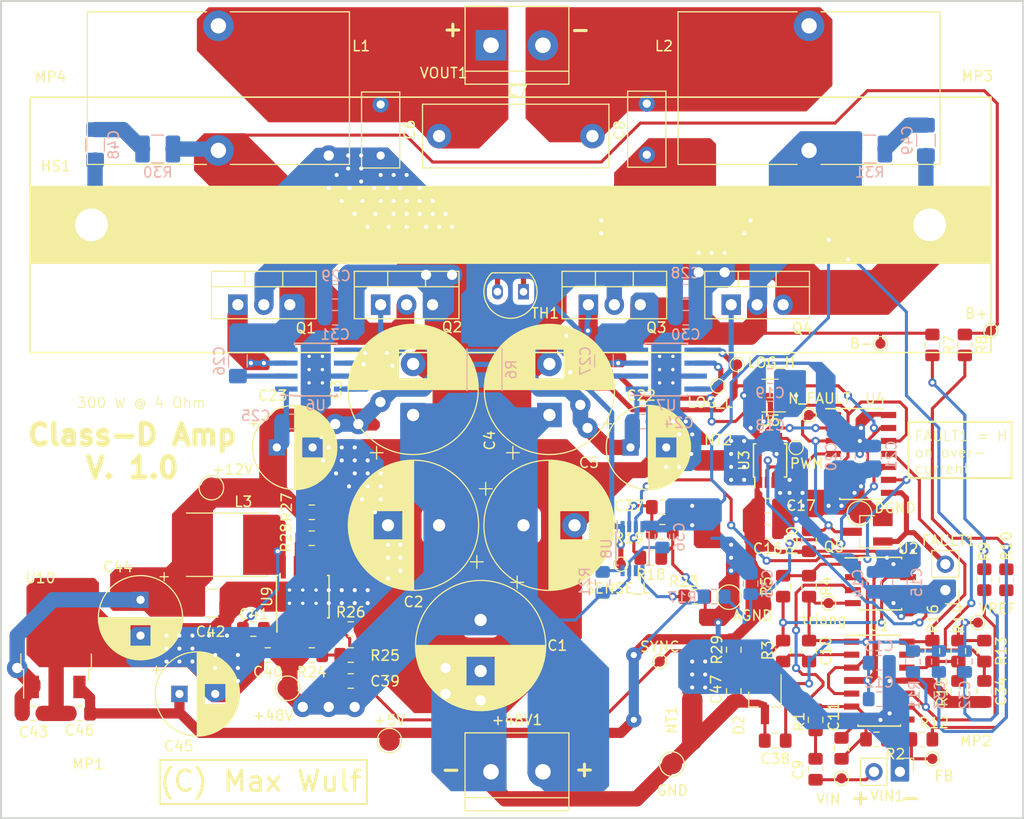
<source format=kicad_pcb>
(kicad_pcb (version 20171130) (host pcbnew 5.0.2+dfsg1-1)
  (title_block (title "Class D amplifier") (date 2019-07-14) (rev 1.0) (company "Max Wulf"))
  (layers (0 F.Cu signal hide) (31 B.Cu signal hide) (34 B.Paste user) (35 F.Paste user) (36 B.SilkS user) (37 F.SilkS user) (38 B.Mask user) (39 F.Mask user) (44 Edge.Cuts user))
  (net 0 "")
  (net 1 GND)
  (net 2 +48V)
  (net 3 "Net-(C6-Pad2)")
  (net 4 "Net-(C7-Pad2)")
  (net 5 /modulator/VIN)
  (net 6 "Net-(C9-Pad1)")
  (net 7 triang)
  (net 8 "Net-(C10-Pad2)")
  (net 9 "Net-(C11-Pad1)")
  (net 10 "Net-(C11-Pad2)")
  (net 11 +5VD)
  (net 12 +12V)
  (net 13 "Net-(C26-Pad2)")
  (net 14 /feedback/B+)
  (net 15 /feedback/B-)
  (net 16 "Net-(C27-Pad2)")
  (net 17 /bridge/SENSEL)
  (net 18 /feedback/VREF)
  (net 19 "Net-(C32-Pad2)")
  (net 20 "Net-(C33-Pad1)")
  (net 21 "Net-(C34-Pad1)")
  (net 22 "Net-(C35-Pad1)")
  (net 23 "Net-(C37-Pad2)")
  (net 24 /modulator/SYNC)
  (net 25 "Net-(C39-Pad1)")
  (net 26 "Net-(C41-Pad1)")
  (net 27 "Net-(C41-Pad2)")
  (net 28 "Net-(C48-Pad2)")
  (net 29 "Net-(C49-Pad1)")
  (net 30 "Net-(Q1-Pad1)")
  (net 31 "Net-(Q2-Pad1)")
  (net 32 "Net-(Q3-Pad1)")
  (net 33 "Net-(Q4-Pad1)")
  (net 34 /dead_time/N_FAULT)
  (net 35 /feedback/FB)
  (net 36 "Net-(R4-Pad1)")
  (net 37 "Net-(R11-Pad1)")
  (net 38 "Net-(R10-Pad2)")
  (net 39 "Net-(R14-Pad2)")
  (net 40 "Net-(R16-Pad1)")
  (net 41 "Net-(R18-Pad2)")
  (net 42 "Net-(R21-Pad2)")
  (net 43 "Net-(R24-Pad2)")
  (net 44 "Net-(R27-Pad2)")
  (net 45 /dead_time/PWM)
  (net 46 "Net-(U3-Pad7)")
  (net 47 "Net-(U3-Pad3)")
  (net 48 "Net-(U4-Pad12)")
  (net 49 "Net-(U4-Pad13)")
  (net 50 /bridge/LOG_H)
  (net 51 /bridge/LOG_L)
  (net 52 "Net-(U9-Pad6)")
  (net 53 GNDA)
  (net 54 GNDD)
  (net 55 "Net-(FAULT1-Pad2)")
  (net 56 "Net-(R23-Pad1)")
  (module Package_TO_SOT_SMD:SOT-23_Handsoldering (layer F.Cu) (at 205.232 100.838 270)
    (fp_text reference D2 (at 2.54 2.54 270) (layer F.SilkS))
    (fp_text value TL431)
    (pad 1 smd rect (at -1.5 -0.95 270) (size 1.9 0.8) (layers F.Cu F.Paste F.Mask) (net 18 /feedback/VREF))
    (pad 2 smd rect (at -1.5 0.95 270) (size 1.9 0.8) (layers F.Cu F.Paste F.Mask) (net 18 /feedback/VREF))
    (pad 3 smd rect (at 1.5 0 270) (size 1.9 0.8) (layers F.Cu F.Paste F.Mask) (net 1 GND))
  )
  (module ClassD:ALUTRONIC_PR118-94-SE-M3 (layer F.Cu) (at 133.35 41.91)
    (fp_text reference HS1 (at 2.5 6.75) (layer F.SilkS))
    (fp_text value ALUTRONIC_PR118-94-SE-M3)
    (pad 1 thru_hole circle (at 6 12.5) (size 7 7) (drill 3.2) (layers *.Cu *.Mask) (net 1 GND))
    (pad 1 thru_hole circle (at 88 12.5) (size 7 7) (drill 3.2) (layers *.Cu *.Mask) (net 1 GND))
  )
  (module Package_SO:SOIC-14_3.9x8.7mm_P1.27mm (layer F.Cu) (at 216.420001 99.025001)
    (fp_text reference U1 (at 0 -5.375) (layer F.SilkS))
    (fp_text value OPA4350UA)
    (pad 14 smd rect (at 2.7 -3.81) (size 1.5 0.6) (layers F.Cu F.Paste F.Mask) (net 40 "Net-(R16-Pad1)"))
    (pad 13 smd rect (at 2.7 -2.54) (size 1.5 0.6) (layers F.Cu F.Paste F.Mask) (net 21 "Net-(C34-Pad1)"))
    (pad 12 smd rect (at 2.7 -1.27) (size 1.5 0.6) (layers F.Cu F.Paste F.Mask) (net 39 "Net-(R14-Pad2)"))
    (pad 11 smd rect (at 2.7 0) (size 1.5 0.6) (layers F.Cu F.Paste F.Mask) (net 53 GNDA))
    (pad 10 smd rect (at 2.7 1.27) (size 1.5 0.6) (layers F.Cu F.Paste F.Mask) (net 37 "Net-(R11-Pad1)"))
    (pad 9 smd rect (at 2.7 2.54) (size 1.5 0.6) (layers F.Cu F.Paste F.Mask) (net 38 "Net-(R10-Pad2)"))
    (pad 8 smd rect (at 2.7 3.81) (size 1.5 0.6) (layers F.Cu F.Paste F.Mask) (net 35 /feedback/FB))
    (pad 7 smd rect (at -2.7 3.81) (size 1.5 0.6) (layers F.Cu F.Paste F.Mask) (net 9 "Net-(C11-Pad1)"))
    (pad 6 smd rect (at -2.7 2.54) (size 1.5 0.6) (layers F.Cu F.Paste F.Mask) (net 10 "Net-(C11-Pad2)"))
    (pad 5 smd rect (at -2.7 1.27) (size 1.5 0.6) (layers F.Cu F.Paste F.Mask) (net 18 /feedback/VREF))
    (pad 4 smd rect (at -2.7 0) (size 1.5 0.6) (layers F.Cu F.Paste F.Mask) (net 11 +5VD))
    (pad 3 smd rect (at -2.7 -1.27) (size 1.5 0.6) (layers F.Cu F.Paste F.Mask) (net 18 /feedback/VREF))
    (pad 2 smd rect (at -2.7 -2.54) (size 1.5 0.6) (layers F.Cu F.Paste F.Mask) (net 8 "Net-(C10-Pad2)"))
    (pad 1 smd rect (at -2.7 -3.81) (size 1.5 0.6) (layers F.Cu F.Paste F.Mask) (net 7 triang))
  )
  (module Capacitor_THT:CP_Radial_D12.5mm_P5.00mm (layer F.Cu) (at 177.419 93.091 270)
    (fp_text reference C1 (at 2.5 -7.5) (layer F.SilkS))
    (fp_text value 470u/63V)
    (pad 2 thru_hole circle (at 5 0 270) (size 2.4 2.4) (drill 1.2) (layers *.Cu *.Mask) (net 1 GND))
    (pad 1 thru_hole rect (at 0 0 270) (size 2.4 2.4) (drill 1.2) (layers *.Cu *.Mask) (net 2 +48V))
  )
  (module Capacitor_THT:CP_Radial_D12.5mm_P5.00mm (layer F.Cu) (at 173.355 83.82 180)
    (fp_text reference C2 (at 2.5 -7.5 180) (layer F.SilkS))
    (fp_text value 470u/63V)
    (pad 1 thru_hole rect (at 0 0 180) (size 2.4 2.4) (drill 1.2) (layers *.Cu *.Mask) (net 2 +48V))
    (pad 2 thru_hole circle (at 5 0 180) (size 2.4 2.4) (drill 1.2) (layers *.Cu *.Mask) (net 1 GND))
  )
  (module Capacitor_THT:CP_Radial_D12.5mm_P5.00mm (layer F.Cu) (at 170.815 73.025 90)
    (fp_text reference C3 (at 2.5 -7.5 90) (layer F.SilkS))
    (fp_text value 470u/63V)
    (pad 2 thru_hole circle (at 5 0 90) (size 2.4 2.4) (drill 1.2) (layers *.Cu *.Mask) (net 1 GND))
    (pad 1 thru_hole rect (at 0 0 90) (size 2.4 2.4) (drill 1.2) (layers *.Cu *.Mask) (net 2 +48V))
  )
  (module Capacitor_THT:CP_Radial_D12.5mm_P5.00mm (layer F.Cu) (at 184.15 73.025 90)
    (fp_text reference C4 (at -2.4892 -5.842 90) (layer F.SilkS))
    (fp_text value 470u/63V)
    (pad 1 thru_hole rect (at 0 0 90) (size 2.4 2.4) (drill 1.2) (layers *.Cu *.Mask) (net 2 +48V))
    (pad 2 thru_hole circle (at 5 0 90) (size 2.4 2.4) (drill 1.2) (layers *.Cu *.Mask) (net 1 GND))
  )
  (module Capacitor_THT:CP_Radial_D12.5mm_P5.00mm (layer F.Cu) (at 181.61 83.82)
    (fp_text reference C5 (at 6.4008 -6.1214) (layer F.SilkS))
    (fp_text value 470u/63V)
    (pad 1 thru_hole rect (at 0 0) (size 2.4 2.4) (drill 1.2) (layers *.Cu *.Mask) (net 2 +48V))
    (pad 2 thru_hole circle (at 5 0) (size 2.4 2.4) (drill 1.2) (layers *.Cu *.Mask) (net 1 GND))
  )
  (module Capacitor_THT:C_Rect_L7.2mm_W3.5mm_P5.00mm_FKS2_FKP2_MKS2_MKP2 (layer F.Cu) (at 167.64 47.625 90)
    (fp_text reference C6 (at 2.54 2.8194 90) (layer F.SilkS))
    (fp_text value "270n/63 VDC")
    (pad 1 thru_hole circle (at 0 0 90) (size 1.6 1.6) (drill 0.8) (layers *.Cu *.Mask) (net 1 GND))
    (pad 2 thru_hole circle (at 5 0 90) (size 1.6 1.6) (drill 0.8) (layers *.Cu *.Mask) (net 3 "Net-(C6-Pad2)"))
  )
  (module Capacitor_THT:C_Rect_L18.0mm_W6.0mm_P15.00mm_FKS3_FKP3 (layer F.Cu) (at 173.355 45.72)
    (fp_text reference C7 (at 7.6962 -4.4196) (layer F.SilkS))
    (fp_text value "1u/63 VAC")
    (pad 1 thru_hole circle (at 0 0) (size 2.4 2.4) (drill 1.2) (layers *.Cu *.Mask) (net 3 "Net-(C6-Pad2)"))
    (pad 2 thru_hole circle (at 15 0) (size 2.4 2.4) (drill 1.2) (layers *.Cu *.Mask) (net 4 "Net-(C7-Pad2)"))
  )
  (module Capacitor_THT:C_Rect_L7.2mm_W3.5mm_P5.00mm_FKS2_FKP2_MKS2_MKP2 (layer F.Cu) (at 193.675 42.545 270)
    (fp_text reference C8 (at 2.6162 2.667 270) (layer F.SilkS))
    (fp_text value "270n/63 VDC")
    (pad 2 thru_hole circle (at 5 0 270) (size 1.6 1.6) (drill 0.8) (layers *.Cu *.Mask) (net 1 GND))
    (pad 1 thru_hole circle (at 0 0 270) (size 1.6 1.6) (drill 0.8) (layers *.Cu *.Mask) (net 4 "Net-(C7-Pad2)"))
  )
  (module Capacitor_SMD:C_0805_2012Metric_Pad1.15x1.40mm_HandSolder (layer F.Cu) (at 210.185 107.705 270)
    (fp_text reference C9 (at 0.0418 1.7018 270) (layer F.SilkS))
    (fp_text value 2.2u)
    (pad 2 smd roundrect (at 1.025 0 270) (size 1.15 1.4) (layers F.Cu F.Paste F.Mask) (roundrect_rratio 0.217391) (net 5 /modulator/VIN))
    (pad 1 smd roundrect (at -1.025 0 270) (size 1.15 1.4) (layers F.Cu F.Paste F.Mask) (roundrect_rratio 0.217391) (net 6 "Net-(C9-Pad1)"))
  )
  (module Capacitor_SMD:C_0805_2012Metric_Pad1.15x1.40mm_HandSolder (layer F.Cu) (at 209.55 96.13 270)
    (fp_text reference C10 (at 0 -1.65 270) (layer F.SilkS))
    (fp_text value 33p)
    (pad 1 smd roundrect (at -1.025 0 270) (size 1.15 1.4) (layers F.Cu F.Paste F.Mask) (roundrect_rratio 0.217391) (net 7 triang))
    (pad 2 smd roundrect (at 1.025 0 270) (size 1.15 1.4) (layers F.Cu F.Paste F.Mask) (roundrect_rratio 0.217391) (net 8 "Net-(C10-Pad2)"))
  )
  (module Capacitor_SMD:C_0805_2012Metric_Pad1.15x1.40mm_HandSolder (layer F.Cu) (at 212.725 105.655 270)
    (fp_text reference C11 (at -3.1152 0.762 270) (layer F.SilkS))
    (fp_text value 33p)
    (pad 1 smd roundrect (at -1.025 0 270) (size 1.15 1.4) (layers F.Cu F.Paste F.Mask) (roundrect_rratio 0.217391) (net 9 "Net-(C11-Pad1)"))
    (pad 2 smd roundrect (at 1.025 0 270) (size 1.15 1.4) (layers F.Cu F.Paste F.Mask) (roundrect_rratio 0.217391) (net 10 "Net-(C11-Pad2)"))
  )
  (module Capacitor_SMD:C_0805_2012Metric_Pad1.15x1.40mm_HandSolder (layer B.Cu) (at 216.408 100.838 180)
    (fp_text reference C12 (at 0 1.65 180) (layer B.SilkS) (effects (justify mirror)))
    (fp_text value 100n)
    (pad 2 smd roundrect (at 1.025 0 180) (size 1.15 1.4) (layers B.Cu B.Paste B.Mask) (roundrect_rratio 0.217391) (net 11 +5VD))
    (pad 1 smd roundrect (at -1.025 0 180) (size 1.15 1.4) (layers B.Cu B.Paste B.Mask) (roundrect_rratio 0.217391) (net 53 GNDA))
  )
  (module Capacitor_SMD:C_0805_2012Metric_Pad1.15x1.40mm_HandSolder (layer B.Cu) (at 216.399 97.282 180)
    (fp_text reference C13 (at 0 1.65 180) (layer B.SilkS) (effects (justify mirror)))
    (fp_text value 10u)
    (pad 1 smd roundrect (at -1.025 0 180) (size 1.15 1.4) (layers B.Cu B.Paste B.Mask) (roundrect_rratio 0.217391) (net 53 GNDA))
    (pad 2 smd roundrect (at 1.025 0 180) (size 1.15 1.4) (layers B.Cu B.Paste B.Mask) (roundrect_rratio 0.217391) (net 11 +5VD))
  )
  (module Capacitor_SMD:C_0805_2012Metric_Pad1.15x1.40mm_HandSolder (layer B.Cu) (at 215.9 89.408 90)
    (fp_text reference C14 (at -0.127 -1.5748 90) (layer B.SilkS) (effects (justify mirror)))
    (fp_text value 100n)
    (pad 2 smd roundrect (at 1.025 0 90) (size 1.15 1.4) (layers B.Cu B.Paste B.Mask) (roundrect_rratio 0.217391) (net 11 +5VD))
    (pad 1 smd roundrect (at -1.025 0 90) (size 1.15 1.4) (layers B.Cu B.Paste B.Mask) (roundrect_rratio 0.217391) (net 54 GNDD))
  )
  (module Capacitor_SMD:C_0805_2012Metric_Pad1.15x1.40mm_HandSolder (layer B.Cu) (at 218.44 89.399 90)
    (fp_text reference C15 (at 0 1.65 90) (layer B.SilkS) (effects (justify mirror)))
    (fp_text value 10u)
    (pad 1 smd roundrect (at -1.025 0 90) (size 1.15 1.4) (layers B.Cu B.Paste B.Mask) (roundrect_rratio 0.217391) (net 54 GNDD))
    (pad 2 smd roundrect (at 1.025 0 90) (size 1.15 1.4) (layers B.Cu B.Paste B.Mask) (roundrect_rratio 0.217391) (net 11 +5VD))
  )
  (module Capacitor_SMD:C_0805_2012Metric_Pad1.15x1.40mm_HandSolder (layer F.Cu) (at 205.495 84.455)
    (fp_text reference C16 (at 0.0164 1.651) (layer F.SilkS))
    (fp_text value 100n)
    (pad 2 smd roundrect (at 1.025 0) (size 1.15 1.4) (layers F.Cu F.Paste F.Mask) (roundrect_rratio 0.217391) (net 54 GNDD))
    (pad 1 smd roundrect (at -1.025 0) (size 1.15 1.4) (layers F.Cu F.Paste F.Mask) (roundrect_rratio 0.217391) (net 11 +5VD))
  )
  (module Capacitor_SMD:C_0805_2012Metric_Pad1.15x1.40mm_HandSolder (layer F.Cu) (at 205.495 81.915)
    (fp_text reference C17 (at 3.2676 -0.0254) (layer F.SilkS))
    (fp_text value 10u)
    (pad 1 smd roundrect (at -1.025 0) (size 1.15 1.4) (layers F.Cu F.Paste F.Mask) (roundrect_rratio 0.217391) (net 11 +5VD))
    (pad 2 smd roundrect (at 1.025 0) (size 1.15 1.4) (layers F.Cu F.Paste F.Mask) (roundrect_rratio 0.217391) (net 54 GNDD))
  )
  (module Capacitor_SMD:C_0805_2012Metric_Pad1.15x1.40mm_HandSolder (layer B.Cu) (at 205.74 72.39)
    (fp_text reference C18 (at 0 1.65) (layer B.SilkS) (effects (justify mirror)))
    (fp_text value 100n)
    (pad 2 smd roundrect (at 1.025 0) (size 1.15 1.4) (layers B.Cu B.Paste B.Mask) (roundrect_rratio 0.217391) (net 54 GNDD))
    (pad 1 smd roundrect (at -1.025 0) (size 1.15 1.4) (layers B.Cu B.Paste B.Mask) (roundrect_rratio 0.217391) (net 11 +5VD))
  )
  (module Capacitor_SMD:C_0805_2012Metric_Pad1.15x1.40mm_HandSolder (layer B.Cu) (at 205.74 69.215)
    (fp_text reference C19 (at 0 1.65) (layer B.SilkS) (effects (justify mirror)))
    (fp_text value 10u)
    (pad 1 smd roundrect (at -1.025 0) (size 1.15 1.4) (layers B.Cu B.Paste B.Mask) (roundrect_rratio 0.217391) (net 11 +5VD))
    (pad 2 smd roundrect (at 1.025 0) (size 1.15 1.4) (layers B.Cu B.Paste B.Mask) (roundrect_rratio 0.217391) (net 54 GNDD))
  )
  (module Capacitor_SMD:C_0805_2012Metric_Pad1.15x1.40mm_HandSolder (layer B.Cu) (at 213.36 77.08 270)
    (fp_text reference C20 (at 0 1.65 270) (layer B.SilkS) (effects (justify mirror)))
    (fp_text value 100n)
    (pad 2 smd roundrect (at 1.025 0 270) (size 1.15 1.4) (layers B.Cu B.Paste B.Mask) (roundrect_rratio 0.217391) (net 54 GNDD))
    (pad 1 smd roundrect (at -1.025 0 270) (size 1.15 1.4) (layers B.Cu B.Paste B.Mask) (roundrect_rratio 0.217391) (net 11 +5VD))
  )
  (module Capacitor_SMD:C_0805_2012Metric_Pad1.15x1.40mm_HandSolder (layer B.Cu) (at 215.9 77.08 270)
    (fp_text reference C21 (at -0.118 -1.7018 270) (layer B.SilkS) (effects (justify mirror)))
    (fp_text value 10u)
    (pad 2 smd roundrect (at 1.025 0 270) (size 1.15 1.4) (layers B.Cu B.Paste B.Mask) (roundrect_rratio 0.217391) (net 54 GNDD))
    (pad 1 smd roundrect (at -1.025 0 270) (size 1.15 1.4) (layers B.Cu B.Paste B.Mask) (roundrect_rratio 0.217391) (net 11 +5VD))
  )
  (module Capacitor_THT:CP_Radial_D8.0mm_P3.50mm (layer F.Cu) (at 192.08 76.2)
    (fp_text reference C22 (at 1.0362 -5.08) (layer F.SilkS))
    (fp_text value 100u/25V)
    (pad 1 thru_hole rect (at 0 0) (size 1.6 1.6) (drill 0.8) (layers *.Cu *.Mask) (net 12 +12V))
    (pad 2 thru_hole circle (at 3.5 0) (size 1.6 1.6) (drill 0.8) (layers *.Cu *.Mask) (net 1 GND))
  )
  (module Capacitor_THT:CP_Radial_D8.0mm_P3.50mm (layer F.Cu) (at 157.48 76.2)
    (fp_text reference C23 (at -0.4064 -5.08) (layer F.SilkS))
    (fp_text value 100u/25V)
    (pad 2 thru_hole circle (at 3.5 0) (size 1.6 1.6) (drill 0.8) (layers *.Cu *.Mask) (net 1 GND))
    (pad 1 thru_hole rect (at 0 0) (size 1.6 1.6) (drill 0.8) (layers *.Cu *.Mask) (net 12 +12V))
  )
  (module Capacitor_SMD:C_0805_2012Metric_Pad1.15x1.40mm_HandSolder (layer B.Cu) (at 193.285 73.66)
    (fp_text reference C24 (at 3.5396 0.127) (layer B.SilkS) (effects (justify mirror)))
    (fp_text value 100n)
    (pad 2 smd roundrect (at 1.025 0) (size 1.15 1.4) (layers B.Cu B.Paste B.Mask) (roundrect_rratio 0.217391) (net 1 GND))
    (pad 1 smd roundrect (at -1.025 0) (size 1.15 1.4) (layers B.Cu B.Paste B.Mask) (roundrect_rratio 0.217391) (net 12 +12V))
  )
  (module Capacitor_SMD:C_0805_2012Metric_Pad1.15x1.40mm_HandSolder (layer B.Cu) (at 158.995 73.66)
    (fp_text reference C25 (at -3.5724 -0.5588) (layer B.SilkS) (effects (justify mirror)))
    (fp_text value 100n)
    (pad 1 smd roundrect (at -1.025 0) (size 1.15 1.4) (layers B.Cu B.Paste B.Mask) (roundrect_rratio 0.217391) (net 12 +12V))
    (pad 2 smd roundrect (at 1.025 0) (size 1.15 1.4) (layers B.Cu B.Paste B.Mask) (roundrect_rratio 0.217391) (net 1 GND))
  )
  (module Capacitor_SMD:C_1206_3216Metric_Pad1.42x1.75mm_HandSolder (layer B.Cu) (at 153.67 67.7275 270)
    (fp_text reference C26 (at 0 1.82 270) (layer B.SilkS) (effects (justify mirror)))
    (fp_text value 2.2u/63V)
    (pad 2 smd roundrect (at 1.4875 0 270) (size 1.425 1.75) (layers B.Cu B.Paste B.Mask) (roundrect_rratio 0.175439) (net 13 "Net-(C26-Pad2)"))
    (pad 1 smd roundrect (at -1.4875 0 270) (size 1.425 1.75) (layers B.Cu B.Paste B.Mask) (roundrect_rratio 0.175439) (net 14 /feedback/B+))
  )
  (module Capacitor_SMD:C_1206_3216Metric_Pad1.42x1.75mm_HandSolder (layer B.Cu) (at 189.484 67.7275 270)
    (fp_text reference C27 (at 0 1.82 270) (layer B.SilkS) (effects (justify mirror)))
    (fp_text value 2.2u/63V)
    (pad 1 smd roundrect (at -1.4875 0 270) (size 1.425 1.75) (layers B.Cu B.Paste B.Mask) (roundrect_rratio 0.175439) (net 15 /feedback/B-))
    (pad 2 smd roundrect (at 1.4875 0 270) (size 1.425 1.75) (layers B.Cu B.Paste B.Mask) (roundrect_rratio 0.175439) (net 16 "Net-(C27-Pad2)"))
  )
  (module Capacitor_SMD:C_0805_2012Metric_Pad1.15x1.40mm_HandSolder (layer B.Cu) (at 197.485 60.96)
    (fp_text reference C28 (at -0.0254 -1.8288) (layer B.SilkS) (effects (justify mirror)))
    (fp_text value 100n/100V)
    (pad 1 smd roundrect (at -1.025 0) (size 1.15 1.4) (layers B.Cu B.Paste B.Mask) (roundrect_rratio 0.217391) (net 17 /bridge/SENSEL))
    (pad 2 smd roundrect (at 1.025 0) (size 1.15 1.4) (layers B.Cu B.Paste B.Mask) (roundrect_rratio 0.217391) (net 1 GND))
  )
  (module Capacitor_SMD:C_0805_2012Metric_Pad1.15x1.40mm_HandSolder (layer B.Cu) (at 163.195 60.96)
    (fp_text reference C29 (at 0.0762 -1.5494) (layer B.SilkS) (effects (justify mirror)))
    (fp_text value 100n/100V)
    (pad 2 smd roundrect (at 1.025 0) (size 1.15 1.4) (layers B.Cu B.Paste B.Mask) (roundrect_rratio 0.217391) (net 1 GND))
    (pad 1 smd roundrect (at -1.025 0) (size 1.15 1.4) (layers B.Cu B.Paste B.Mask) (roundrect_rratio 0.217391) (net 17 /bridge/SENSEL))
  )
  (module Capacitor_SMD:C_0805_2012Metric_Pad1.15x1.40mm_HandSolder (layer B.Cu) (at 197.485 63.5)
    (fp_text reference C30 (at 0 1.65) (layer B.SilkS) (effects (justify mirror)))
    (fp_text value 1u/100V)
    (pad 2 smd roundrect (at 1.025 0) (size 1.15 1.4) (layers B.Cu B.Paste B.Mask) (roundrect_rratio 0.217391) (net 1 GND))
    (pad 1 smd roundrect (at -1.025 0) (size 1.15 1.4) (layers B.Cu B.Paste B.Mask) (roundrect_rratio 0.217391) (net 17 /bridge/SENSEL))
  )
  (module Capacitor_SMD:C_0805_2012Metric_Pad1.15x1.40mm_HandSolder (layer B.Cu) (at 163.186 63.5)
    (fp_text reference C31 (at 0 1.65) (layer B.SilkS) (effects (justify mirror)))
    (fp_text value 1u/100V)
    (pad 1 smd roundrect (at -1.025 0) (size 1.15 1.4) (layers B.Cu B.Paste B.Mask) (roundrect_rratio 0.217391) (net 17 /bridge/SENSEL))
    (pad 2 smd roundrect (at 1.025 0) (size 1.15 1.4) (layers B.Cu B.Paste B.Mask) (roundrect_rratio 0.217391) (net 1 GND))
  )
  (module Capacitor_SMD:C_0805_2012Metric_Pad1.15x1.40mm_HandSolder (layer B.Cu) (at 224.79 97.155 270)
    (fp_text reference C32 (at 3.2766 0 270) (layer B.SilkS) (effects (justify mirror)))
    (fp_text value 6.8p)
    (pad 1 smd roundrect (at -1.025 0 270) (size 1.15 1.4) (layers B.Cu B.Paste B.Mask) (roundrect_rratio 0.217391) (net 18 /feedback/VREF))
    (pad 2 smd roundrect (at 1.025 0 270) (size 1.15 1.4) (layers B.Cu B.Paste B.Mask) (roundrect_rratio 0.217391) (net 19 "Net-(C32-Pad2)"))
  )
  (module Capacitor_SMD:C_0805_2012Metric_Pad1.15x1.40mm_HandSolder (layer B.Cu) (at 222.25 97.155 90)
    (fp_text reference C33 (at -3.2766 0.1016 90) (layer B.SilkS) (effects (justify mirror)))
    (fp_text value 6.8p)
    (pad 2 smd roundrect (at 1.025 0 90) (size 1.15 1.4) (layers B.Cu B.Paste B.Mask) (roundrect_rratio 0.217391) (net 18 /feedback/VREF))
    (pad 1 smd roundrect (at -1.025 0 90) (size 1.15 1.4) (layers B.Cu B.Paste B.Mask) (roundrect_rratio 0.217391) (net 20 "Net-(C33-Pad1)"))
  )
  (module Capacitor_SMD:C_0805_2012Metric_Pad1.15x1.40mm_HandSolder (layer F.Cu) (at 226.695 100.085 270)
    (fp_text reference C34 (at 0 -1.65 270) (layer F.SilkS))
    (fp_text value 470n)
    (pad 2 smd roundrect (at 1.025 0 270) (size 1.15 1.4) (layers F.Cu F.Paste F.Mask) (roundrect_rratio 0.217391) (net 53 GNDA))
    (pad 1 smd roundrect (at -1.025 0 270) (size 1.15 1.4) (layers F.Cu F.Paste F.Mask) (roundrect_rratio 0.217391) (net 21 "Net-(C34-Pad1)"))
  )
  (module Capacitor_SMD:C_0805_2012Metric_Pad1.15x1.40mm_HandSolder (layer B.Cu) (at 203.835 89.535 90)
    (fp_text reference C35 (at 0 1.65 90) (layer B.SilkS) (effects (justify mirror)))
    (fp_text value 4.7u)
    (pad 1 smd roundrect (at -1.025 0 90) (size 1.15 1.4) (layers B.Cu B.Paste B.Mask) (roundrect_rratio 0.217391) (net 22 "Net-(C35-Pad1)"))
    (pad 2 smd roundrect (at 1.025 0 90) (size 1.15 1.4) (layers B.Cu B.Paste B.Mask) (roundrect_rratio 0.217391) (net 53 GNDA))
  )
  (module Capacitor_SMD:C_0805_2012Metric_Pad1.15x1.40mm_HandSolder (layer B.Cu) (at 195.199 84.972 90)
    (fp_text reference C36 (at 0 1.65 90) (layer B.SilkS) (effects (justify mirror)))
    (fp_text value 100n)
    (pad 1 smd roundrect (at -1.025 0 90) (size 1.15 1.4) (layers B.Cu B.Paste B.Mask) (roundrect_rratio 0.217391) (net 2 +48V))
    (pad 2 smd roundrect (at 1.025 0 90) (size 1.15 1.4) (layers B.Cu B.Paste B.Mask) (roundrect_rratio 0.217391) (net 53 GNDA))
  )
  (module Capacitor_SMD:C_0805_2012Metric_Pad1.15x1.40mm_HandSolder (layer F.Cu) (at 195.19 82.042 180)
    (fp_text reference C37 (at 3.2422 0.127 180) (layer F.SilkS))
    (fp_text value 100n)
    (pad 2 smd roundrect (at 1.025 0 180) (size 1.15 1.4) (layers F.Cu F.Paste F.Mask) (roundrect_rratio 0.217391) (net 23 "Net-(C37-Pad2)"))
    (pad 1 smd roundrect (at -1.025 0 180) (size 1.15 1.4) (layers F.Cu F.Paste F.Mask) (roundrect_rratio 0.217391) (net 53 GNDA))
  )
  (module Capacitor_SMD:C_0805_2012Metric_Pad1.15x1.40mm_HandSolder (layer F.Cu) (at 206.239 104.902 180)
    (fp_text reference C38 (at -0.009 -1.778 180) (layer F.SilkS))
    (fp_text value 10u)
    (pad 1 smd roundrect (at -1.025 0 180) (size 1.15 1.4) (layers F.Cu F.Paste F.Mask) (roundrect_rratio 0.217391) (net 18 /feedback/VREF))
    (pad 2 smd roundrect (at 1.025 0 180) (size 1.15 1.4) (layers F.Cu F.Paste F.Mask) (roundrect_rratio 0.217391) (net 1 GND))
  )
  (module Capacitor_SMD:C_0805_2012Metric_Pad1.15x1.40mm_HandSolder (layer F.Cu) (at 164.71 99.06)
    (fp_text reference C39 (at 3.3618 0.0254) (layer F.SilkS))
    (fp_text value 1n)
    (pad 2 smd roundrect (at 1.025 0) (size 1.15 1.4) (layers F.Cu F.Paste F.Mask) (roundrect_rratio 0.217391) (net 24 /modulator/SYNC))
    (pad 1 smd roundrect (at -1.025 0) (size 1.15 1.4) (layers F.Cu F.Paste F.Mask) (roundrect_rratio 0.217391) (net 25 "Net-(C39-Pad1)"))
  )
  (module Capacitor_SMD:C_0805_2012Metric_Pad1.15x1.40mm_HandSolder (layer F.Cu) (at 156.6 96.52 180)
    (fp_text reference C40 (at 0 -1.65 180) (layer F.SilkS))
    (fp_text value 100n)
    (pad 1 smd roundrect (at -1.025 0 180) (size 1.15 1.4) (layers F.Cu F.Paste F.Mask) (roundrect_rratio 0.217391) (net 2 +48V))
    (pad 2 smd roundrect (at 1.025 0 180) (size 1.15 1.4) (layers F.Cu F.Paste F.Mask) (roundrect_rratio 0.217391) (net 1 GND))
  )
  (module Capacitor_SMD:C_0805_2012Metric_Pad1.15x1.40mm_HandSolder (layer F.Cu) (at 155.185 93.98 180)
    (fp_text reference C41 (at -0.0344 1.4478 180) (layer F.SilkS))
    (fp_text value 100n)
    (pad 1 smd roundrect (at -1.025 0 180) (size 1.15 1.4) (layers F.Cu F.Paste F.Mask) (roundrect_rratio 0.217391) (net 26 "Net-(C41-Pad1)"))
    (pad 2 smd roundrect (at 1.025 0 180) (size 1.15 1.4) (layers F.Cu F.Paste F.Mask) (roundrect_rratio 0.217391) (net 27 "Net-(C41-Pad2)"))
  )
  (module Capacitor_SMD:C_1210_3225Metric_Pad1.42x2.65mm_HandSolder (layer F.Cu) (at 151.1125 91.44)
    (fp_text reference C42 (at -0.1095 2.794) (layer F.SilkS))
    (fp_text value 22u)
    (pad 1 smd roundrect (at -1.4875 0) (size 1.425 2.65) (layers F.Cu F.Paste F.Mask) (roundrect_rratio 0.175439) (net 12 +12V))
    (pad 2 smd roundrect (at 1.4875 0) (size 1.425 2.65) (layers F.Cu F.Paste F.Mask) (roundrect_rratio 0.175439) (net 1 GND))
  )
  (module Capacitor_SMD:C_0805_2012Metric_Pad1.15x1.40mm_HandSolder (layer F.Cu) (at 133.595 102.235)
    (fp_text reference C43 (at 0.0852 1.8288) (layer F.SilkS))
    (fp_text value 100n)
    (pad 2 smd roundrect (at 1.025 0) (size 1.15 1.4) (layers F.Cu F.Paste F.Mask) (roundrect_rratio 0.217391) (net 1 GND))
    (pad 1 smd roundrect (at -1.025 0) (size 1.15 1.4) (layers F.Cu F.Paste F.Mask) (roundrect_rratio 0.217391) (net 12 +12V))
  )
  (module Capacitor_THT:CP_Radial_D8.0mm_P3.50mm (layer F.Cu) (at 144.145 91.115 270)
    (fp_text reference C44 (at -3.2056 2.2098) (layer F.SilkS))
    (fp_text value 100u/25V)
    (pad 2 thru_hole circle (at 3.5 0 270) (size 1.6 1.6) (drill 0.8) (layers *.Cu *.Mask) (net 1 GND))
    (pad 1 thru_hole rect (at 0 0 270) (size 1.6 1.6) (drill 0.8) (layers *.Cu *.Mask) (net 12 +12V))
  )
  (module Capacitor_THT:CP_Radial_D8.0mm_P3.50mm (layer F.Cu) (at 147.955 100.33)
    (fp_text reference C45 (at -0.0762 5.1054) (layer F.SilkS))
    (fp_text value 100u)
    (pad 1 thru_hole rect (at 0 0) (size 1.6 1.6) (drill 0.8) (layers *.Cu *.Mask) (net 11 +5VD))
    (pad 2 thru_hole circle (at 3.5 0) (size 1.6 1.6) (drill 0.8) (layers *.Cu *.Mask) (net 1 GND))
  )
  (module Capacitor_SMD:C_0805_2012Metric_Pad1.15x1.40mm_HandSolder (layer F.Cu) (at 138.185 102.235 180)
    (fp_text reference C46 (at 0 -1.65 180) (layer F.SilkS))
    (fp_text value 100n)
    (pad 2 smd roundrect (at 1.025 0 180) (size 1.15 1.4) (layers F.Cu F.Paste F.Mask) (roundrect_rratio 0.217391) (net 1 GND))
    (pad 1 smd roundrect (at -1.025 0 180) (size 1.15 1.4) (layers F.Cu F.Paste F.Mask) (roundrect_rratio 0.217391) (net 11 +5VD))
  )
  (module Capacitor_SMD:C_0805_2012Metric_Pad1.15x1.40mm_HandSolder (layer F.Cu) (at 202.184 100.067 270)
    (fp_text reference C47 (at -0.1688 1.7272 270) (layer F.SilkS))
    (fp_text value 100n)
    (pad 1 smd roundrect (at -1.025 0 270) (size 1.15 1.4) (layers F.Cu F.Paste F.Mask) (roundrect_rratio 0.217391) (net 18 /feedback/VREF))
    (pad 2 smd roundrect (at 1.025 0 270) (size 1.15 1.4) (layers F.Cu F.Paste F.Mask) (roundrect_rratio 0.217391) (net 1 GND))
  )
  (module Capacitor_SMD:C_1206_3216Metric_Pad1.42x1.75mm_HandSolder (layer B.Cu) (at 139.7 46.5725 90)
    (fp_text reference C48 (at 0 1.82 90) (layer B.SilkS) (effects (justify mirror)))
    (fp_text value CZ)
    (pad 2 smd roundrect (at 1.4875 0 90) (size 1.425 1.75) (layers B.Cu B.Paste B.Mask) (roundrect_rratio 0.175439) (net 28 "Net-(C48-Pad2)"))
    (pad 1 smd roundrect (at -1.4875 0 90) (size 1.425 1.75) (layers B.Cu B.Paste B.Mask) (roundrect_rratio 0.175439) (net 1 GND))
  )
  (module Capacitor_SMD:C_1206_3216Metric_Pad1.42x1.75mm_HandSolder (layer B.Cu) (at 220.98 46.1375 270)
    (fp_text reference C49 (at 0 1.82 270) (layer B.SilkS) (effects (justify mirror)))
    (fp_text value CZ)
    (pad 1 smd roundrect (at -1.4875 0 270) (size 1.425 1.75) (layers B.Cu B.Paste B.Mask) (roundrect_rratio 0.175439) (net 29 "Net-(C49-Pad1)"))
    (pad 2 smd roundrect (at 1.4875 0 270) (size 1.425 1.75) (layers B.Cu B.Paste B.Mask) (roundrect_rratio 0.175439) (net 1 GND))
  )
  (module TerminalBlock:TerminalBlock_bornier-2_P5.08mm (layer F.Cu) (at 178.435 107.95)
    (fp_text reference +48V1 (at 2.54 -5.08) (layer F.SilkS))
    (fp_text value 48V)
    (pad 1 thru_hole rect (at 0 0) (size 3 3) (drill 1.52) (layers *.Cu *.Mask) (net 1 GND))
    (pad 2 thru_hole circle (at 5.08 0) (size 3 3) (drill 1.52) (layers *.Cu *.Mask) (net 2 +48V))
  )
  (module Connector_PinHeader_2.54mm:PinHeader_1x02_P2.54mm_Vertical (layer F.Cu) (at 218.44 107.95 270)
    (fp_text reference VIN1 (at 2.3622 1.2446) (layer F.SilkS))
    (fp_text value VIN)
    (pad 1 thru_hole rect (at 0 0 270) (size 1.7 1.7) (drill 1) (layers *.Cu *.Mask) (net 53 GNDA))
    (pad 2 thru_hole oval (at 0 2.54 270) (size 1.7 1.7) (drill 1) (layers *.Cu *.Mask) (net 5 /modulator/VIN))
  )
  (module TerminalBlock:TerminalBlock_bornier-2_P5.08mm (layer F.Cu) (at 178.435 36.83)
    (fp_text reference VOUT1 (at -4.6228 2.7178 180) (layer F.SilkS))
    (fp_text value VOUT)
    (pad 2 thru_hole circle (at 5.08 0) (size 3 3) (drill 1.52) (layers *.Cu *.Mask) (net 4 "Net-(C7-Pad2)"))
    (pad 1 thru_hole rect (at 0 0) (size 3 3) (drill 1.52) (layers *.Cu *.Mask) (net 3 "Net-(C6-Pad2)"))
  )
  (module Inductor_THT:L_Toroid_Vertical_L25.4mm_W14.7mm_P12.20mm_Vishay_TJ5_BigPads (layer F.Cu) (at 151.765 34.925)
    (fp_text reference L1 (at 13.97 1.9812) (layer F.SilkS))
    (fp_text value 15u)
    (pad 1 thru_hole circle (at 0 0) (size 3 3) (drill 1.5) (layers *.Cu *.Mask) (net 3 "Net-(C6-Pad2)"))
    (pad 2 thru_hole circle (at 0 12.2) (size 3 3) (drill 1.5) (layers *.Cu *.Mask) (net 14 /feedback/B+))
  )
  (module Inductor_THT:L_Toroid_Vertical_L25.4mm_W14.7mm_P12.20mm_Vishay_TJ5_BigPads (layer F.Cu) (at 209.55 34.925)
    (fp_text reference L2 (at -14.1986 1.9812) (layer F.SilkS))
    (fp_text value 15u)
    (pad 2 thru_hole circle (at 0 12.2) (size 3 3) (drill 1.5) (layers *.Cu *.Mask) (net 15 /feedback/B-))
    (pad 1 thru_hole circle (at 0 0) (size 3 3) (drill 1.5) (layers *.Cu *.Mask) (net 4 "Net-(C7-Pad2)"))
  )
  (module Inductor_SMD:L_Taiyo-Yuden_NR-60xx_HandSoldering (layer F.Cu) (at 152.635 85.725 180)
    (fp_text reference L3 (at -1.5684 4.2164 180) (layer F.SilkS))
    (fp_text value 220u)
    (pad 1 smd rect (at -2.775 0 180) (size 2.45 5.9) (layers F.Cu F.Paste F.Mask) (net 27 "Net-(C41-Pad2)"))
    (pad 2 smd rect (at 2.775 0 180) (size 2.45 5.9) (layers F.Cu F.Paste F.Mask) (net 12 +12V))
  )
  (module Package_TO_SOT_THT:TO-220-3_Vertical (layer F.Cu) (at 153.67 62.23)
    (fp_text reference Q1 (at 6.6548 2.286) (layer F.SilkS))
    (fp_text value IRFB4020)
    (pad 3 thru_hole oval (at 5.08 0) (size 1.905 2) (drill 1.1) (layers *.Cu *.Mask) (net 14 /feedback/B+))
    (pad 2 thru_hole oval (at 2.54 0) (size 1.905 2) (drill 1.1) (layers *.Cu *.Mask) (net 17 /bridge/SENSEL))
    (pad 1 thru_hole rect (at 0 0) (size 1.905 2) (drill 1.1) (layers *.Cu *.Mask) (net 30 "Net-(Q1-Pad1)"))
  )
  (module Package_TO_SOT_THT:TO-220-3_Vertical (layer F.Cu) (at 167.64 62.23)
    (fp_text reference Q2 (at 6.985 2.1844) (layer F.SilkS))
    (fp_text value IRFB4020)
    (pad 1 thru_hole rect (at 0 0) (size 1.905 2) (drill 1.1) (layers *.Cu *.Mask) (net 31 "Net-(Q2-Pad1)"))
    (pad 2 thru_hole oval (at 2.54 0) (size 1.905 2) (drill 1.1) (layers *.Cu *.Mask) (net 14 /feedback/B+))
    (pad 3 thru_hole oval (at 5.08 0) (size 1.905 2) (drill 1.1) (layers *.Cu *.Mask) (net 1 GND))
  )
  (module Package_TO_SOT_THT:TO-220-3_Vertical (layer F.Cu) (at 187.96 62.23)
    (fp_text reference Q3 (at 6.6548 2.2352) (layer F.SilkS))
    (fp_text value IRFB4020)
    (pad 1 thru_hole rect (at 0 0) (size 1.905 2) (drill 1.1) (layers *.Cu *.Mask) (net 32 "Net-(Q3-Pad1)"))
    (pad 2 thru_hole oval (at 2.54 0) (size 1.905 2) (drill 1.1) (layers *.Cu *.Mask) (net 17 /bridge/SENSEL))
    (pad 3 thru_hole oval (at 5.08 0) (size 1.905 2) (drill 1.1) (layers *.Cu *.Mask) (net 15 /feedback/B-))
  )
  (module Package_TO_SOT_THT:TO-220-3_Vertical (layer F.Cu) (at 201.93 62.23)
    (fp_text reference Q4 (at 6.9596 2.3114) (layer F.SilkS))
    (fp_text value IRFB4020)
    (pad 3 thru_hole oval (at 5.08 0) (size 1.905 2) (drill 1.1) (layers *.Cu *.Mask) (net 1 GND))
    (pad 2 thru_hole oval (at 2.54 0) (size 1.905 2) (drill 1.1) (layers *.Cu *.Mask) (net 15 /feedback/B-))
    (pad 1 thru_hole rect (at 0 0) (size 1.905 2) (drill 1.1) (layers *.Cu *.Mask) (net 33 "Net-(Q4-Pad1)"))
  )
  (module Package_TO_SOT_SMD:SOT-23_Handsoldering (layer F.Cu) (at 215.265 84.455 180)
    (fp_text reference Q5 (at 3.2766 -1.4732 180) (layer F.SilkS))
    (fp_text value BSS138)
    (pad 3 smd rect (at 1.5 0 180) (size 1.9 0.8) (layers F.Cu F.Paste F.Mask) (net 34 /dead_time/N_FAULT))
    (pad 2 smd rect (at -1.5 0.95 180) (size 1.9 0.8) (layers F.Cu F.Paste F.Mask) (net 54 GNDD))
    (pad 1 smd rect (at -1.5 -0.95 180) (size 1.9 0.8) (layers F.Cu F.Paste F.Mask) (net 55 "Net-(FAULT1-Pad2)"))
  )
  (module Resistor_SMD:R_0805_2012Metric_Pad1.15x1.40mm_HandSolder (layer F.Cu) (at 210.185 102.87 270)
    (fp_text reference R1 (at 0.1778 1.6002 270) (layer F.SilkS))
    (fp_text value 43k)
    (pad 2 smd roundrect (at 1.025 0 270) (size 1.15 1.4) (layers F.Cu F.Paste F.Mask) (roundrect_rratio 0.217391) (net 6 "Net-(C9-Pad1)"))
    (pad 1 smd roundrect (at -1.025 0 270) (size 1.15 1.4) (layers F.Cu F.Paste F.Mask) (roundrect_rratio 0.217391) (net 10 "Net-(C11-Pad2)"))
  )
  (module Resistor_SMD:R_0805_2012Metric_Pad1.15x1.40mm_HandSolder (layer F.Cu) (at 216.145 104.775)
    (fp_text reference R2 (at 1.8378 1.4478) (layer F.SilkS))
    (fp_text value 47k)
    (pad 1 smd roundrect (at -1.025 0) (size 1.15 1.4) (layers F.Cu F.Paste F.Mask) (roundrect_rratio 0.217391) (net 10 "Net-(C11-Pad2)"))
    (pad 2 smd roundrect (at 1.025 0) (size 1.15 1.4) (layers F.Cu F.Paste F.Mask) (roundrect_rratio 0.217391) (net 35 /feedback/FB))
  )
  (module Resistor_SMD:R_0805_2012Metric_Pad1.15x1.40mm_HandSolder (layer F.Cu) (at 207.01 96.13 270)
    (fp_text reference R3 (at -0.0672 1.524 270) (layer F.SilkS))
    (fp_text value 22k)
    (pad 2 smd roundrect (at 1.025 0 270) (size 1.15 1.4) (layers F.Cu F.Paste F.Mask) (roundrect_rratio 0.217391) (net 8 "Net-(C10-Pad2)"))
    (pad 1 smd roundrect (at -1.025 0 270) (size 1.15 1.4) (layers F.Cu F.Paste F.Mask) (roundrect_rratio 0.217391) (net 24 /modulator/SYNC))
  )
  (module Resistor_SMD:R_0805_2012Metric_Pad1.15x1.40mm_HandSolder (layer F.Cu) (at 209.55 89.78 270)
    (fp_text reference R4 (at 0 -1.65 270) (layer F.SilkS))
    (fp_text value 15k)
    (pad 2 smd roundrect (at 1.025 0 270) (size 1.15 1.4) (layers F.Cu F.Paste F.Mask) (roundrect_rratio 0.217391) (net 7 triang))
    (pad 1 smd roundrect (at -1.025 0 270) (size 1.15 1.4) (layers F.Cu F.Paste F.Mask) (roundrect_rratio 0.217391) (net 36 "Net-(R4-Pad1)"))
  )
  (module Resistor_SMD:R_0805_2012Metric_Pad1.15x1.40mm_HandSolder (layer F.Cu) (at 207.01 89.78 90)
    (fp_text reference R5 (at 0 -1.65 90) (layer F.SilkS))
    (fp_text value 22k)
    (pad 1 smd roundrect (at -1.025 0 90) (size 1.15 1.4) (layers F.Cu F.Paste F.Mask) (roundrect_rratio 0.217391) (net 24 /modulator/SYNC))
    (pad 2 smd roundrect (at 1.025 0 90) (size 1.15 1.4) (layers F.Cu F.Paste F.Mask) (roundrect_rratio 0.217391) (net 36 "Net-(R4-Pad1)"))
  )
  (module Resistor_SMD:R_2512_6332Metric_Pad1.52x3.35mm_HandSolder (layer B.Cu) (at 177.8 68.58 90)
    (fp_text reference R6 (at 0 2.62 90) (layer B.SilkS) (effects (justify mirror)))
    (fp_text value "20m/(1-2W)")
    (pad 1 smd roundrect (at -2.9875 0 90) (size 1.525 3.35) (layers B.Cu B.Paste B.Mask) (roundrect_rratio 0.163934) (net 2 +48V))
    (pad 2 smd roundrect (at 2.9875 0 90) (size 1.525 3.35) (layers B.Cu B.Paste B.Mask) (roundrect_rratio 0.163934) (net 17 /bridge/SENSEL))
  )
  (module Resistor_SMD:R_0805_2012Metric_Pad1.15x1.40mm_HandSolder (layer F.Cu) (at 221.615 66.167 270)
    (fp_text reference R7 (at 0 -1.65 270) (layer F.SilkS))
    (fp_text value 2M)
    (pad 1 smd roundrect (at -1.025 0 270) (size 1.15 1.4) (layers F.Cu F.Paste F.Mask) (roundrect_rratio 0.217391) (net 15 /feedback/B-))
    (pad 2 smd roundrect (at 1.025 0 270) (size 1.15 1.4) (layers F.Cu F.Paste F.Mask) (roundrect_rratio 0.217) (net 19 "Net-(C32-Pad2)"))
  )
  (module Resistor_SMD:R_0805_2012Metric_Pad1.15x1.40mm_HandSolder (layer F.Cu) (at 224.79 66.167 270)
    (fp_text reference R8 (at 0 -1.65 270) (layer F.SilkS))
    (fp_text value 2M)
    (pad 2 smd roundrect (at 1.025 0 270) (size 1.15 1.4) (layers F.Cu F.Paste F.Mask) (roundrect_rratio 0.217) (net 20 "Net-(C33-Pad1)"))
    (pad 1 smd roundrect (at -1.025 0 270) (size 1.15 1.4) (layers F.Cu F.Paste F.Mask) (roundrect_rratio 0.217391) (net 14 /feedback/B+))
  )
  (module Resistor_SMD:R_0805_2012Metric_Pad1.15x1.40mm_HandSolder (layer F.Cu) (at 226.695 89.145 270)
    (fp_text reference R9 (at -2.7596 -0.0254 270) (layer F.SilkS))
    (fp_text value 56k)
    (pad 1 smd roundrect (at -1.025 0 270) (size 1.15 1.4) (layers F.Cu F.Paste F.Mask) (roundrect_rratio 0.217391) (net 19 "Net-(C32-Pad2)"))
    (pad 2 smd roundrect (at 1.025 0 270) (size 1.15 1.4) (layers F.Cu F.Paste F.Mask) (roundrect_rratio 0.217391) (net 37 "Net-(R11-Pad1)"))
  )
  (module Resistor_SMD:R_0805_2012Metric_Pad1.15x1.40mm_HandSolder (layer F.Cu) (at 228.854 89.154 270)
    (fp_text reference R10 (at -3.302 0 270) (layer F.SilkS))
    (fp_text value 56k)
    (pad 2 smd roundrect (at 1.025 0 270) (size 1.15 1.4) (layers F.Cu F.Paste F.Mask) (roundrect_rratio 0.217391) (net 38 "Net-(R10-Pad2)"))
    (pad 1 smd roundrect (at -1.025 0 270) (size 1.15 1.4) (layers F.Cu F.Paste F.Mask) (roundrect_rratio 0.217391) (net 20 "Net-(C33-Pad1)"))
  )
  (module Resistor_SMD:R_0805_2012Metric_Pad1.15x1.40mm_HandSolder (layer B.Cu) (at 219.71 97.155 90)
    (fp_text reference R11 (at -3.2766 0.1524 90) (layer B.SilkS) (effects (justify mirror)))
    (fp_text value 56k)
    (pad 2 smd roundrect (at 1.025 0 90) (size 1.15 1.4) (layers B.Cu B.Paste B.Mask) (roundrect_rratio 0.217391) (net 18 /feedback/VREF))
    (pad 1 smd roundrect (at -1.025 0 90) (size 1.15 1.4) (layers B.Cu B.Paste B.Mask) (roundrect_rratio 0.217391) (net 37 "Net-(R11-Pad1)"))
  )
  (module Resistor_SMD:R_0805_2012Metric_Pad1.15x1.40mm_HandSolder (layer F.Cu) (at 220.59 104.775 180)
    (fp_text reference R12 (at -1.1774 1.6002 180) (layer F.SilkS))
    (fp_text value 56k)
    (pad 1 smd roundrect (at -1.025 0 180) (size 1.15 1.4) (layers F.Cu F.Paste F.Mask) (roundrect_rratio 0.217391) (net 38 "Net-(R10-Pad2)"))
    (pad 2 smd roundrect (at 1.025 0 180) (size 1.15 1.4) (layers F.Cu F.Paste F.Mask) (roundrect_rratio 0.217391) (net 35 /feedback/FB))
  )
  (module Resistor_SMD:R_0805_2012Metric_Pad1.15x1.40mm_HandSolder (layer F.Cu) (at 226.695 96.13 270)
    (fp_text reference R13 (at 0 -1.65 270) (layer F.SilkS))
    (fp_text value 2.7k)
    (pad 2 smd roundrect (at 1.025 0 270) (size 1.15 1.4) (layers F.Cu F.Paste F.Mask) (roundrect_rratio 0.217391) (net 21 "Net-(C34-Pad1)"))
    (pad 1 smd roundrect (at -1.025 0 270) (size 1.15 1.4) (layers F.Cu F.Paste F.Mask) (roundrect_rratio 0.217391) (net 18 /feedback/VREF))
  )
  (module Resistor_SMD:R_0805_2012Metric_Pad1.15x1.40mm_HandSolder (layer F.Cu) (at 224.155 96.13 270)
    (fp_text reference R14 (at -3.1152 -0.0508 270) (layer F.SilkS))
    (fp_text value 10k)
    (pad 1 smd roundrect (at -1.025 0 270) (size 1.15 1.4) (layers F.Cu F.Paste F.Mask) (roundrect_rratio 0.217391) (net 18 /feedback/VREF))
    (pad 2 smd roundrect (at 1.025 0 270) (size 1.15 1.4) (layers F.Cu F.Paste F.Mask) (roundrect_rratio 0.217391) (net 39 "Net-(R14-Pad2)"))
  )
  (module Resistor_SMD:R_0805_2012Metric_Pad1.15x1.40mm_HandSolder (layer F.Cu) (at 224.155 100.085 270)
    (fp_text reference R15 (at 0.0672 1.5748 270) (layer F.SilkS))
    (fp_text value 10k)
    (pad 2 smd roundrect (at 1.025 0 270) (size 1.15 1.4) (layers F.Cu F.Paste F.Mask) (roundrect_rratio 0.217391) (net 53 GNDA))
    (pad 1 smd roundrect (at -1.025 0 270) (size 1.15 1.4) (layers F.Cu F.Paste F.Mask) (roundrect_rratio 0.217391) (net 39 "Net-(R14-Pad2)"))
  )
  (module Resistor_SMD:R_0805_2012Metric_Pad1.15x1.40mm_HandSolder (layer F.Cu) (at 221.615 96.13 270)
    (fp_text reference R16 (at -3.1406 -0.0508 270) (layer F.SilkS))
    (fp_text value 470k)
    (pad 1 smd roundrect (at -1.025 0 270) (size 1.15 1.4) (layers F.Cu F.Paste F.Mask) (roundrect_rratio 0.217391) (net 40 "Net-(R16-Pad1)"))
    (pad 2 smd roundrect (at 1.025 0 270) (size 1.15 1.4) (layers F.Cu F.Paste F.Mask) (roundrect_rratio 0.217391) (net 39 "Net-(R14-Pad2)"))
  )
  (module Resistor_SMD:R_0805_2012Metric_Pad1.15x1.40mm_HandSolder (layer B.Cu) (at 200.27 90.805)
    (fp_text reference R17 (at -3.1406 0.0762) (layer B.SilkS) (effects (justify mirror)))
    (fp_text value 470k)
    (pad 2 smd roundrect (at 1.025 0) (size 1.15 1.4) (layers B.Cu B.Paste B.Mask) (roundrect_rratio 0.217391) (net 22 "Net-(C35-Pad1)"))
    (pad 1 smd roundrect (at -1.025 0) (size 1.15 1.4) (layers B.Cu B.Paste B.Mask) (roundrect_rratio 0.217391) (net 11 +5VD))
  )
  (module Resistor_SMD:R_0805_2012Metric_Pad1.15x1.40mm_HandSolder (layer F.Cu) (at 194.065 86.995 180)
    (fp_text reference R18 (at 0 -1.65 180) (layer F.SilkS))
    (fp_text value 10k)
    (pad 1 smd roundrect (at -1.025 0 180) (size 1.15 1.4) (layers F.Cu F.Paste F.Mask) (roundrect_rratio 0.217391) (net 11 +5VD))
    (pad 2 smd roundrect (at 1.025 0 180) (size 1.15 1.4) (layers F.Cu F.Paste F.Mask) (roundrect_rratio 0.217391) (net 41 "Net-(R18-Pad2)"))
  )
  (module Resistor_SMD:R_0805_2012Metric_Pad1.15x1.40mm_HandSolder (layer F.Cu) (at 195.19 84.455)
    (fp_text reference R19 (at -3.2676 0.635) (layer F.SilkS))
    (fp_text value 100k)
    (pad 2 smd roundrect (at 1.025 0) (size 1.15 1.4) (layers F.Cu F.Paste F.Mask) (roundrect_rratio 0.217391) (net 11 +5VD))
    (pad 1 smd roundrect (at -1.025 0) (size 1.15 1.4) (layers F.Cu F.Paste F.Mask) (roundrect_rratio 0.217391) (net 23 "Net-(C37-Pad2)"))
  )
  (module Resistor_SMD:R_0805_2012Metric_Pad1.15x1.40mm_HandSolder (layer F.Cu) (at 209.55 85.335 90)
    (fp_text reference R20 (at 0 -1.65 90) (layer F.SilkS))
    (fp_text value 10k)
    (pad 2 smd roundrect (at 1.025 0 90) (size 1.15 1.4) (layers F.Cu F.Paste F.Mask) (roundrect_rratio 0.217391) (net 34 /dead_time/N_FAULT))
    (pad 1 smd roundrect (at -1.025 0 90) (size 1.15 1.4) (layers F.Cu F.Paste F.Mask) (roundrect_rratio 0.217391) (net 11 +5VD))
  )
  (module Resistor_SMD:R_0805_2012Metric_Pad1.15x1.40mm_HandSolder (layer B.Cu) (at 189.357 89.408 90)
    (fp_text reference R21 (at 0.0508 -1.7526 90) (layer B.SilkS) (effects (justify mirror)))
    (fp_text value 499)
    (pad 2 smd roundrect (at 1.025 0 90) (size 1.15 1.4) (layers B.Cu B.Paste B.Mask) (roundrect_rratio 0.217391) (net 42 "Net-(R21-Pad2)"))
    (pad 1 smd roundrect (at -1.025 0 90) (size 1.15 1.4) (layers B.Cu B.Paste B.Mask) (roundrect_rratio 0.217391) (net 2 +48V))
  )
  (module Resistor_SMD:R_0805_2012Metric_Pad1.15x1.40mm_HandSolder (layer F.Cu) (at 198.365 90.805)
    (fp_text reference R23 (at -1.0832 -1.4732) (layer F.SilkS))
    (fp_text value 1k)
    (pad 1 smd roundrect (at -1.025 0) (size 1.15 1.4) (layers F.Cu F.Paste F.Mask) (roundrect_rratio 0.217391) (net 56 "Net-(R23-Pad1)"))
    (pad 2 smd roundrect (at 1.025 0) (size 1.15 1.4) (layers F.Cu F.Paste F.Mask) (roundrect_rratio 0.217391) (net 53 GNDA))
  )
  (module Resistor_SMD:R_0805_2012Metric_Pad1.15x1.40mm_HandSolder (layer F.Cu) (at 160.9 96.52)
    (fp_text reference R24 (at 0 1.6764) (layer F.SilkS))
    (fp_text value 1M)
    (pad 1 smd roundrect (at -1.025 0) (size 1.15 1.4) (layers F.Cu F.Paste F.Mask) (roundrect_rratio 0.217391) (net 2 +48V))
    (pad 2 smd roundrect (at 1.025 0) (size 1.15 1.4) (layers F.Cu F.Paste F.Mask) (roundrect_rratio 0.217391) (net 43 "Net-(R24-Pad2)"))
  )
  (module Resistor_SMD:R_0805_2012Metric_Pad1.15x1.40mm_HandSolder (layer F.Cu) (at 164.71 96.52)
    (fp_text reference R25 (at 3.3618 0.0508) (layer F.SilkS))
    (fp_text value 1M)
    (pad 1 smd roundrect (at -1.025 0) (size 1.15 1.4) (layers F.Cu F.Paste F.Mask) (roundrect_rratio 0.217391) (net 43 "Net-(R24-Pad2)"))
    (pad 2 smd roundrect (at 1.025 0) (size 1.15 1.4) (layers F.Cu F.Paste F.Mask) (roundrect_rratio 0.217391) (net 1 GND))
  )
  (module Resistor_SMD:R_0805_2012Metric_Pad1.15x1.40mm_HandSolder (layer F.Cu) (at 164.71 93.98)
    (fp_text reference R26 (at 0 -1.65) (layer F.SilkS))
    (fp_text value 49.9k)
    (pad 2 smd roundrect (at 1.025 0) (size 1.15 1.4) (layers F.Cu F.Paste F.Mask) (roundrect_rratio 0.217391) (net 1 GND))
    (pad 1 smd roundrect (at -1.025 0) (size 1.15 1.4) (layers F.Cu F.Paste F.Mask) (roundrect_rratio 0.217391) (net 25 "Net-(C39-Pad1)"))
  )
  (module Resistor_SMD:R_0805_2012Metric_Pad1.15x1.40mm_HandSolder (layer F.Cu) (at 160.9 82.55)
    (fp_text reference R27 (at -2.4548 -0.4826 90) (layer F.SilkS))
    (fp_text value 330k)
    (pad 2 smd roundrect (at 1.025 0) (size 1.15 1.4) (layers F.Cu F.Paste F.Mask) (roundrect_rratio 0.217391) (net 44 "Net-(R27-Pad2)"))
    (pad 1 smd roundrect (at -1.025 0) (size 1.15 1.4) (layers F.Cu F.Paste F.Mask) (roundrect_rratio 0.217391) (net 12 +12V))
  )
  (module Resistor_SMD:R_0805_2012Metric_Pad1.15x1.40mm_HandSolder (layer F.Cu) (at 160.9 85.09 180)
    (fp_text reference R28 (at 2.5056 0.0508 270) (layer F.SilkS))
    (fp_text value 22k)
    (pad 1 smd roundrect (at -1.025 0 180) (size 1.15 1.4) (layers F.Cu F.Paste F.Mask) (roundrect_rratio 0.217391) (net 44 "Net-(R27-Pad2)"))
    (pad 2 smd roundrect (at 1.025 0 180) (size 1.15 1.4) (layers F.Cu F.Paste F.Mask) (roundrect_rratio 0.217391) (net 1 GND))
  )
  (module Resistor_SMD:R_0805_2012Metric_Pad1.15x1.40mm_HandSolder (layer F.Cu) (at 202.184 96.003 90)
    (fp_text reference R29 (at 0 -1.65 90) (layer F.SilkS))
    (fp_text value 120)
    (pad 1 smd roundrect (at -1.025 0 90) (size 1.15 1.4) (layers F.Cu F.Paste F.Mask) (roundrect_rratio 0.217391) (net 18 /feedback/VREF))
    (pad 2 smd roundrect (at 1.025 0 90) (size 1.15 1.4) (layers F.Cu F.Paste F.Mask) (roundrect_rratio 0.217391) (net 11 +5VD))
  )
  (module Resistor_SMD:R_1210_3225Metric_Pad1.42x2.65mm_HandSolder (layer B.Cu) (at 145.8325 46.99)
    (fp_text reference R30 (at 0 2.28) (layer B.SilkS) (effects (justify mirror)))
    (fp_text value RZ)
    (pad 1 smd roundrect (at -1.4875 0) (size 1.425 2.65) (layers B.Cu B.Paste B.Mask) (roundrect_rratio 0.175439) (net 28 "Net-(C48-Pad2)"))
    (pad 2 smd roundrect (at 1.4875 0) (size 1.425 2.65) (layers B.Cu B.Paste B.Mask) (roundrect_rratio 0.175439) (net 14 /feedback/B+))
  )
  (module Resistor_SMD:R_1210_3225Metric_Pad1.42x2.65mm_HandSolder (layer B.Cu) (at 215.4825 46.99)
    (fp_text reference R31 (at 0 2.28) (layer B.SilkS) (effects (justify mirror)))
    (fp_text value RZ)
    (pad 2 smd roundrect (at 1.4875 0) (size 1.425 2.65) (layers B.Cu B.Paste B.Mask) (roundrect_rratio 0.175439) (net 29 "Net-(C49-Pad1)"))
    (pad 1 smd roundrect (at -1.4875 0) (size 1.425 2.65) (layers B.Cu B.Paste B.Mask) (roundrect_rratio 0.175439) (net 15 /feedback/B-))
  )
  (module Package_TO_SOT_THT:TO-92-2 (layer F.Cu) (at 181.61 60.96 180)
    (fp_text reference TH1 (at -2.1082 -2.1082 180) (layer F.SilkS))
    (fp_text value KTY-210)
    (pad 2 thru_hole oval (at 2.54 0 180) (size 1.05 1.5) (drill 0.75) (layers *.Cu *.Mask) (net 53 GNDA))
    (pad 1 thru_hole rect (at 0 0 180) (size 1.05 1.5) (drill 0.75) (layers *.Cu *.Mask) (net 21 "Net-(C34-Pad1)"))
  )
  (module Package_SO:SOIC-8_3.9x4.9mm_P1.27mm (layer F.Cu) (at 216.535 89.535)
    (fp_text reference U2 (at 2.7178 -3.429) (layer F.SilkS))
    (fp_text value TLV3502)
    (pad 1 smd rect (at -2.7 -1.905) (size 1.55 0.6) (layers F.Cu F.Paste F.Mask) (net 36 "Net-(R4-Pad1)"))
    (pad 2 smd rect (at -2.7 -0.635) (size 1.55 0.6) (layers F.Cu F.Paste F.Mask) (net 18 /feedback/VREF))
    (pad 3 smd rect (at -2.7 0.635) (size 1.55 0.6) (layers F.Cu F.Paste F.Mask) (net 9 "Net-(C11-Pad1)"))
    (pad 4 smd rect (at -2.7 1.905) (size 1.55 0.6) (layers F.Cu F.Paste F.Mask) (net 7 triang))
    (pad 5 smd rect (at 2.7 1.905) (size 1.55 0.6) (layers F.Cu F.Paste F.Mask) (net 54 GNDD))
    (pad 6 smd rect (at 2.7 0.635) (size 1.55 0.6) (layers F.Cu F.Paste F.Mask) (net 45 /dead_time/PWM))
    (pad 7 smd rect (at 2.7 -0.635) (size 1.55 0.6) (layers F.Cu F.Paste F.Mask) (net 24 /modulator/SYNC))
    (pad 8 smd rect (at 2.7 -1.905) (size 1.55 0.6) (layers F.Cu F.Paste F.Mask) (net 11 +5VD))
  )
  (module Package_SO:TSSOP-8_3x3mm_P0.65mm (layer F.Cu) (at 205.74 77.47 90)
    (fp_text reference U3 (at 0 -2.55 90) (layer F.SilkS))
    (fp_text value SN74LVC2G86)
    (pad 8 smd rect (at 2.15 -0.975 90) (size 1.1 0.4) (layers F.Cu F.Paste F.Mask) (net 11 +5VD))
    (pad 7 smd rect (at 2.15 -0.325 90) (size 1.1 0.4) (layers F.Cu F.Paste F.Mask) (net 46 "Net-(U3-Pad7)"))
    (pad 6 smd rect (at 2.15 0.325 90) (size 1.1 0.4) (layers F.Cu F.Paste F.Mask) (net 54 GNDD))
    (pad 5 smd rect (at 2.15 0.975 90) (size 1.1 0.4) (layers F.Cu F.Paste F.Mask) (net 45 /dead_time/PWM))
    (pad 4 smd rect (at -2.15 0.975 90) (size 1.1 0.4) (layers F.Cu F.Paste F.Mask) (net 54 GNDD))
    (pad 3 smd rect (at -2.15 0.325 90) (size 1.1 0.4) (layers F.Cu F.Paste F.Mask) (net 47 "Net-(U3-Pad3)"))
    (pad 2 smd rect (at -2.15 -0.325 90) (size 1.1 0.4) (layers F.Cu F.Paste F.Mask) (net 45 /dead_time/PWM))
    (pad 1 smd rect (at -2.15 -0.975 90) (size 1.1 0.4) (layers F.Cu F.Paste F.Mask) (net 11 +5VD))
  )
  (module Package_SO:SOIC-14_3.9x8.7mm_P1.27mm (layer F.Cu) (at 214.63 76.835)
    (fp_text reference U4 (at 1.397 -5.4102) (layer F.SilkS))
    (fp_text value 74HCT10)
    (pad 1 smd rect (at -2.7 -3.81) (size 1.5 0.6) (layers F.Cu F.Paste F.Mask) (net 34 /dead_time/N_FAULT))
    (pad 2 smd rect (at -2.7 -2.54) (size 1.5 0.6) (layers F.Cu F.Paste F.Mask) (net 46 "Net-(U3-Pad7)"))
    (pad 3 smd rect (at -2.7 -1.27) (size 1.5 0.6) (layers F.Cu F.Paste F.Mask) (net 34 /dead_time/N_FAULT))
    (pad 4 smd rect (at -2.7 0) (size 1.5 0.6) (layers F.Cu F.Paste F.Mask) (net 47 "Net-(U3-Pad3)"))
    (pad 5 smd rect (at -2.7 1.27) (size 1.5 0.6) (layers F.Cu F.Paste F.Mask) (net 48 "Net-(U4-Pad12)"))
    (pad 6 smd rect (at -2.7 2.54) (size 1.5 0.6) (layers F.Cu F.Paste F.Mask) (net 49 "Net-(U4-Pad13)"))
    (pad 7 smd rect (at -2.7 3.81) (size 1.5 0.6) (layers F.Cu F.Paste F.Mask) (net 54 GNDD))
    (pad 8 smd rect (at 2.7 3.81) (size 1.5 0.6) (layers F.Cu F.Paste F.Mask) (net 55 "Net-(FAULT1-Pad2)"))
    (pad 9 smd rect (at 2.7 2.54) (size 1.5 0.6) (layers F.Cu F.Paste F.Mask) (net 41 "Net-(R18-Pad2)"))
    (pad 10 smd rect (at 2.7 1.27) (size 1.5 0.6) (layers F.Cu F.Paste F.Mask) (net 22 "Net-(C35-Pad1)"))
    (pad 11 smd rect (at 2.7 0) (size 1.5 0.6) (layers F.Cu F.Paste F.Mask) (net 40 "Net-(R16-Pad1)"))
    (pad 12 smd rect (at 2.7 -1.27) (size 1.5 0.6) (layers F.Cu F.Paste F.Mask) (net 48 "Net-(U4-Pad12)"))
    (pad 13 smd rect (at 2.7 -2.54) (size 1.5 0.6) (layers F.Cu F.Paste F.Mask) (net 49 "Net-(U4-Pad13)"))
    (pad 14 smd rect (at 2.7 -3.81) (size 1.5 0.6) (layers F.Cu F.Paste F.Mask) (net 11 +5VD))
  )
  (module Package_SO:TSOP-6_1.65x3.05mm_P0.95mm (layer F.Cu) (at 205.74 71.12 180)
    (fp_text reference U5 (at 0 -2.45 180) (layer F.SilkS))
    (fp_text value SN74LVCG04)
    (pad 1 smd rect (at -1.16 -0.95 180) (size 0.7 0.51) (layers F.Cu F.Paste F.Mask) (net 48 "Net-(U4-Pad12)"))
    (pad 2 smd rect (at -1.16 0 180) (size 0.7 0.51) (layers F.Cu F.Paste F.Mask) (net 54 GNDD))
    (pad 3 smd rect (at -1.16 0.95 180) (size 0.7 0.51) (layers F.Cu F.Paste F.Mask) (net 49 "Net-(U4-Pad13)"))
    (pad 4 smd rect (at 1.16 0.95 180) (size 0.7 0.51) (layers F.Cu F.Paste F.Mask) (net 50 /bridge/LOG_H))
    (pad 5 smd rect (at 1.16 0 180) (size 0.7 0.51) (layers F.Cu F.Paste F.Mask) (net 11 +5VD))
    (pad 6 smd rect (at 1.16 -0.95 180) (size 0.7 0.51) (layers F.Cu F.Paste F.Mask) (net 51 /bridge/LOG_L))
  )
  (module Package_SO:Texas_HTSOP-8-1EP_3.9x4.9mm_P1.27mm_EP2.95x4.9mm_Mask2.4x3.1mm_ThermalVias (layer B.Cu) (at 161.29 68.58)
    (fp_text reference U6 (at 0 3.5) (layer B.SilkS) (effects (justify mirror)))
    (fp_text value UCC27211)
    (pad 9 thru_hole circle (at 0.65 -1.3) (size 0.63 0.63) (drill 0.33) (layers *.Cu *.Mask) (net 1 GND))
    (pad 9 thru_hole circle (at -0.65 -1.3) (size 0.63 0.63) (drill 0.33) (layers *.Cu *.Mask) (net 1 GND))
    (pad 9 thru_hole circle (at 0.65 1.3) (size 0.63 0.63) (drill 0.33) (layers *.Cu *.Mask) (net 1 GND))
    (pad 9 thru_hole circle (at 0.65 0) (size 0.63 0.63) (drill 0.33) (layers *.Cu *.Mask) (net 1 GND))
    (pad 9 thru_hole circle (at -0.65 0) (size 0.63 0.63) (drill 0.33) (layers *.Cu *.Mask) (net 1 GND))
    (pad 9 thru_hole circle (at -0.65 1.3) (size 0.63 0.63) (drill 0.33) (layers *.Cu *.Mask) (net 1 GND))
    (pad 9 smd rect (at 0 0) (size 2.95 4.9) (layers B.Cu) (net 1 GND))
    (pad 8 smd rect (at 2.875 1.905) (size 2.2 0.5) (layers B.Cu B.Paste B.Mask) (net 31 "Net-(Q2-Pad1)"))
    (pad 7 smd rect (at 2.875 0.635) (size 2.2 0.5) (layers B.Cu B.Paste B.Mask) (net 1 GND))
    (pad 6 smd rect (at 2.875 -0.635) (size 2.2 0.5) (layers B.Cu B.Paste B.Mask) (net 50 /bridge/LOG_H))
    (pad 5 smd rect (at 2.875 -1.905) (size 2.2 0.5) (layers B.Cu B.Paste B.Mask) (net 51 /bridge/LOG_L))
    (pad 4 smd rect (at -2.875 -1.905) (size 2.2 0.5) (layers B.Cu B.Paste B.Mask) (net 14 /feedback/B+))
    (pad 3 smd rect (at -2.875 -0.635) (size 2.2 0.5) (layers B.Cu B.Paste B.Mask) (net 30 "Net-(Q1-Pad1)"))
    (pad 2 smd rect (at -2.875 0.635) (size 2.2 0.5) (layers B.Cu B.Paste B.Mask) (net 13 "Net-(C26-Pad2)"))
    (pad 1 smd rect (at -2.875 1.905) (size 2.2 0.5) (layers B.Cu B.Paste B.Mask) (net 12 +12V))
    (pad 9 smd rect (at 0 0) (size 2.6 3.3) (layers F.Cu) (net 1 GND))
  )
  (module Package_SO:Texas_HTSOP-8-1EP_3.9x4.9mm_P1.27mm_EP2.95x4.9mm_Mask2.4x3.1mm_ThermalVias (layer B.Cu) (at 195.58 68.58)
    (fp_text reference U7 (at 0 3.5) (layer B.SilkS) (effects (justify mirror)))
    (fp_text value UCC27211)
    (pad 9 smd rect (at 0 0) (size 2.6 3.3) (layers F.Cu) (net 1 GND))
    (pad 1 smd rect (at -2.875 1.905) (size 2.2 0.5) (layers B.Cu B.Paste B.Mask) (net 12 +12V))
    (pad 2 smd rect (at -2.875 0.635) (size 2.2 0.5) (layers B.Cu B.Paste B.Mask) (net 16 "Net-(C27-Pad2)"))
    (pad 3 smd rect (at -2.875 -0.635) (size 2.2 0.5) (layers B.Cu B.Paste B.Mask) (net 32 "Net-(Q3-Pad1)"))
    (pad 4 smd rect (at -2.875 -1.905) (size 2.2 0.5) (layers B.Cu B.Paste B.Mask) (net 15 /feedback/B-))
    (pad 5 smd rect (at 2.875 -1.905) (size 2.2 0.5) (layers B.Cu B.Paste B.Mask) (net 50 /bridge/LOG_H))
    (pad 6 smd rect (at 2.875 -0.635) (size 2.2 0.5) (layers B.Cu B.Paste B.Mask) (net 51 /bridge/LOG_L))
    (pad 7 smd rect (at 2.875 0.635) (size 2.2 0.5) (layers B.Cu B.Paste B.Mask) (net 1 GND))
    (pad 8 smd rect (at 2.875 1.905) (size 2.2 0.5) (layers B.Cu B.Paste B.Mask) (net 33 "Net-(Q4-Pad1)"))
    (pad 9 smd rect (at 0 0) (size 2.95 4.9) (layers B.Cu) (net 1 GND))
    (pad 9 thru_hole circle (at -0.65 1.3) (size 0.63 0.63) (drill 0.33) (layers *.Cu *.Mask) (net 1 GND))
    (pad 9 thru_hole circle (at -0.65 0) (size 0.63 0.63) (drill 0.33) (layers *.Cu *.Mask) (net 1 GND))
    (pad 9 thru_hole circle (at 0.65 0) (size 0.63 0.63) (drill 0.33) (layers *.Cu *.Mask) (net 1 GND))
    (pad 9 thru_hole circle (at 0.65 1.3) (size 0.63 0.63) (drill 0.33) (layers *.Cu *.Mask) (net 1 GND))
    (pad 9 thru_hole circle (at -0.65 -1.3) (size 0.63 0.63) (drill 0.33) (layers *.Cu *.Mask) (net 1 GND))
    (pad 9 thru_hole circle (at 0.65 -1.3) (size 0.63 0.63) (drill 0.33) (layers *.Cu *.Mask) (net 1 GND))
  )
  (module Package_SO:TSSOP-8_3x3mm_P0.65mm (layer B.Cu) (at 192.278 86.106 270)
    (fp_text reference U8 (at 0 2.55 270) (layer B.SilkS) (effects (justify mirror)))
    (fp_text value LT6118)
    (pad 1 smd rect (at -2.15 0.975 270) (size 1.1 0.4) (layers B.Cu B.Paste B.Mask) (net 17 /bridge/SENSEL))
    (pad 2 smd rect (at -2.15 0.325 270) (size 1.1 0.4) (layers B.Cu B.Paste B.Mask) (net 23 "Net-(C37-Pad2)"))
    (pad 3 smd rect (at -2.15 -0.325 270) (size 1.1 0.4) (layers B.Cu B.Paste B.Mask) (net 41 "Net-(R18-Pad2)"))
    (pad 4 smd rect (at -2.15 -0.975 270) (size 1.1 0.4) (layers B.Cu B.Paste B.Mask) (net 53 GNDA))
    (pad 5 smd rect (at 2.15 -0.975 270) (size 1.1 0.4) (layers B.Cu B.Paste B.Mask) (net 56 "Net-(R23-Pad1)"))
    (pad 6 smd rect (at 2.15 -0.325 270) (size 1.1 0.4) (layers B.Cu B.Paste B.Mask) (net 56 "Net-(R23-Pad1)"))
    (pad 7 smd rect (at 2.15 0.325 270) (size 1.1 0.4) (layers B.Cu B.Paste B.Mask) (net 2 +48V))
    (pad 8 smd rect (at 2.15 0.975 270) (size 1.1 0.4) (layers B.Cu B.Paste B.Mask) (net 42 "Net-(R21-Pad2)"))
  )
  (module Package_SO:Texas_HTSOP-8-1EP_3.9x4.9mm_P1.27mm_EP2.95x4.9mm_Mask2.4x3.1mm_ThermalVias (layer F.Cu) (at 160.02 90.805 90)
    (fp_text reference U9 (at 0 -3.5 90) (layer F.SilkS))
    (fp_text value LMR16010)
    (pad 9 smd rect (at 0 0 90) (size 2.6 3.3) (layers B.Cu) (net 1 GND))
    (pad 1 smd rect (at -2.875 -1.905 90) (size 2.2 0.5) (layers F.Cu F.Paste F.Mask) (net 26 "Net-(C41-Pad1)"))
    (pad 2 smd rect (at -2.875 -0.635 90) (size 2.2 0.5) (layers F.Cu F.Paste F.Mask) (net 2 +48V))
    (pad 3 smd rect (at -2.875 0.635 90) (size 2.2 0.5) (layers F.Cu F.Paste F.Mask) (net 43 "Net-(R24-Pad2)"))
    (pad 4 smd rect (at -2.875 1.905 90) (size 2.2 0.5) (layers F.Cu F.Paste F.Mask) (net 25 "Net-(C39-Pad1)"))
    (pad 5 smd rect (at 2.875 1.905 90) (size 2.2 0.5) (layers F.Cu F.Paste F.Mask) (net 44 "Net-(R27-Pad2)"))
    (pad 6 smd rect (at 2.875 0.635 90) (size 2.2 0.5) (layers F.Cu F.Paste F.Mask) (net 52 "Net-(U9-Pad6)"))
    (pad 7 smd rect (at 2.875 -0.635 90) (size 2.2 0.5) (layers F.Cu F.Paste F.Mask) (net 1 GND))
    (pad 8 smd rect (at 2.875 -1.905 90) (size 2.2 0.5) (layers F.Cu F.Paste F.Mask) (net 27 "Net-(C41-Pad2)"))
    (pad 9 smd rect (at 0 0 90) (size 2.95 4.9) (layers F.Cu) (net 1 GND))
    (pad 9 thru_hole circle (at -0.65 -1.3 90) (size 0.63 0.63) (drill 0.33) (layers *.Cu *.Mask) (net 1 GND))
    (pad 9 thru_hole circle (at -0.65 0 90) (size 0.63 0.63) (drill 0.33) (layers *.Cu *.Mask) (net 1 GND))
    (pad 9 thru_hole circle (at 0.65 0 90) (size 0.63 0.63) (drill 0.33) (layers *.Cu *.Mask) (net 1 GND))
    (pad 9 thru_hole circle (at 0.65 -1.3 90) (size 0.63 0.63) (drill 0.33) (layers *.Cu *.Mask) (net 1 GND))
    (pad 9 thru_hole circle (at -0.65 1.3 90) (size 0.63 0.63) (drill 0.33) (layers *.Cu *.Mask) (net 1 GND))
    (pad 9 thru_hole circle (at 0.65 1.3 90) (size 0.63 0.63) (drill 0.33) (layers *.Cu *.Mask) (net 1 GND))
  )
  (module Package_TO_SOT_SMD:TO-252-2 (layer F.Cu) (at 135.89 95.445 90)
    (fp_text reference U10 (at 6.4688 -1.5494 180) (layer F.SilkS))
    (fp_text value MC78M05_TO252)
    (pad 1 smd rect (at -4.2 -2.28 90) (size 2.2 1.2) (layers F.Cu F.Paste F.Mask) (net 12 +12V))
    (pad 3 smd rect (at -4.2 2.28 90) (size 2.2 1.2) (layers F.Cu F.Paste F.Mask) (net 11 +5VD))
    (pad 2 smd rect (at 2.1 0 90) (size 6.4 5.8) (layers F.Cu F.Mask) (net 1 GND))
  )
  (module NetTie:NetTie-2_SMD_Pad2.0mm (layer F.Cu) (at 198.12 102.87 90)
    (fp_text reference NT1 (at 0 -2 90) (layer F.SilkS))
    (fp_text value Net-Tie_2)
    (fp_poly (pts (xy -2 -1) (xy 2 -1) (xy 2 1) (xy -2 1)) (layer F.Cu) (width 0))
    (pad 1 smd circle (at -2 0 90) (size 2 2) (layers F.Cu) (net 1 GND))
    (pad 2 smd circle (at 2 0 90) (size 2 2) (layers F.Cu) (net 53 GNDA))
  )
  (module NetTie:NetTie-2_SMD_Pad2.0mm (layer F.Cu) (at 200.66 77.47)
    (fp_text reference NT2 (at 0 -2) (layer F.SilkS))
    (fp_text value Net-Tie_2)
    (fp_poly (pts (xy -2 -1) (xy 2 -1) (xy 2 1) (xy -2 1)) (layer F.Cu) (width 0))
    (pad 2 smd circle (at 2 0) (size 2 2) (layers F.Cu) (net 54 GNDD))
    (pad 1 smd circle (at -2 0) (size 2 2) (layers F.Cu) (net 1 GND))
  )
  (module Connector_PinHeader_2.54mm:PinHeader_1x02_P2.54mm_Vertical (layer F.Cu) (at 222.885 90.17 180)
    (fp_text reference FAULT1 (at -0.3302 4.8514 180) (layer F.SilkS))
    (fp_text value Conn_01x02)
    (pad 1 thru_hole rect (at 0 0 180) (size 1.7 1.7) (drill 1) (layers *.Cu *.Mask) (net 54 GNDD))
    (pad 2 thru_hole oval (at 0 2.54 180) (size 1.7 1.7) (drill 1) (layers *.Cu *.Mask) (net 55 "Net-(FAULT1-Pad2)"))
  )
  (module MountingHole:MountingHole_3.2mm_M3 (layer F.Cu) (at 226.06 36.83)
    (fp_text reference MP3 (at -0.0508 3.0226) (layer F.SilkS))
    (fp_text value MountingHole_3.2mm_M3)
    (pad 1 np_thru_hole circle (at 0 0) (size 3.2 3.2) (drill 3.2) (layers *.Cu *.Mask))
  )
  (module MountingHole:MountingHole_3.2mm_M3 (layer F.Cu) (at 135.255 36.83)
    (fp_text reference MP4 (at 0.1016 3.0988) (layer F.SilkS))
    (fp_text value MountingHole_3.2mm_M3)
    (pad 1 np_thru_hole circle (at 0 0) (size 3.2 3.2) (drill 3.2) (layers *.Cu *.Mask))
  )
  (module MountingHole:MountingHole_3.2mm_M3 (layer F.Cu) (at 135.255 107.95)
    (fp_text reference MP1 (at 3.7592 -0.762) (layer F.SilkS))
    (fp_text value MountingHole_3.2mm_M3)
    (pad 1 np_thru_hole circle (at 0 0) (size 3.2 3.2) (drill 3.2) (layers *.Cu *.Mask))
  )
  (module MountingHole:MountingHole_3.2mm_M3 (layer F.Cu) (at 226.06 107.95)
    (fp_text reference MP2 (at -0.2032 -3.0226) (layer F.SilkS))
    (fp_text value MountingHole_3.2mm_M3)
    (pad 1 np_thru_hole circle (at 0 0) (size 3.2 3.2) (drill 3.2) (layers *.Cu *.Mask))
  )
  (module TestPoint:TestPoint_Pad_D2.0mm (layer F.Cu) (at 201.7268 90.8558)
    (fp_text reference AGND (at 2.286 1.8034) (layer F.SilkS))
    (fp_text value TestPoint_Pad_D2.0mm)
    (pad 1 smd circle (at 0 0) (size 2 2) (layers F.Cu F.Mask) (net 53 GNDA))
  )
  (module TestPoint:TestPoint_Pad_D2.0mm (layer F.Cu) (at 196.1388 107.188)
    (fp_text reference GND (at 0.0254 2.5908) (layer F.SilkS))
    (fp_text value TestPoint_Pad_D2.0mm)
    (pad 1 smd circle (at 0 0) (size 2 2) (layers F.Cu F.Mask) (net 1 GND))
  )
  (module TestPoint:TestPoint_Pad_D2.0mm (layer F.Cu) (at 214.4776 82.6516)
    (fp_text reference DGND (at 3.4798 -0.5334) (layer F.SilkS))
    (fp_text value TestPoint_Pad_D2.0mm)
    (pad 1 smd circle (at 0 0) (size 2 2) (layers F.Cu F.Mask) (net 54 GNDD))
  )
  (module TestPoint:TestPoint_Pad_D2.0mm (layer F.Cu) (at 158.5468 99.7712)
    (fp_text reference +48V (at -1.4478 2.667) (layer F.SilkS))
    (fp_text value TestPoint_Pad_D2.0mm)
    (pad 1 smd circle (at 0 0) (size 2 2) (layers F.Cu F.Mask) (net 2 +48V))
  )
  (module TestPoint:TestPoint_Pad_D2.0mm (layer F.Cu) (at 168.5036 104.902)
    (fp_text reference +5V (at 0 -1.998) (layer F.SilkS))
    (fp_text value TestPoint_Pad_D2.0mm)
    (pad 1 smd circle (at 0 0) (size 2 2) (layers F.Cu F.Mask) (net 11 +5VD))
  )
  (module TestPoint:TestPoint_Pad_D2.0mm (layer F.Cu) (at 151.0792 80.137)
    (fp_text reference +12V (at 2.0574 -1.778) (layer F.SilkS))
    (fp_text value TestPoint_Pad_D2.0mm)
    (pad 1 smd circle (at 0 0) (size 2 2) (layers F.Cu F.Mask) (net 12 +12V))
  )
  (module TestPoint:TestPoint_Pad_D1.0mm (layer F.Cu) (at 202.5142 68.072)
    (fp_text reference LOG_H (at 3.3528 -0.1778) (layer F.SilkS))
    (fp_text value TestPoint_Pad_D1.0mm)
    (pad 1 smd circle (at 0 0) (size 1 1) (layers F.Cu F.Mask) (net 50 /bridge/LOG_H))
  )
  (module TestPoint:TestPoint_Pad_D1.0mm (layer F.Cu) (at 200.6346 70.1802)
    (fp_text reference LOG_L (at -0.7874 1.6256) (layer F.SilkS))
    (fp_text value TestPoint_Pad_D1.0mm)
    (pad 1 smd circle (at 0 0) (size 1 1) (layers F.Cu F.Mask) (net 51 /bridge/LOG_L))
  )
  (module TestPoint:TestPoint_Pad_D1.0mm (layer F.Cu) (at 226.06 93.345)
    (fp_text reference VREF (at 1.905 -1.3462) (layer F.SilkS))
    (fp_text value TestPoint_Pad_D1.0mm)
    (pad 1 smd circle (at 0 0) (size 1 1) (layers F.Cu F.Mask) (net 18 /feedback/VREF))
  )
  (module TestPoint:TestPoint_Pad_D1.0mm (layer F.Cu) (at 216.535 66.04)
    (fp_text reference B- (at -1.8796 -0.0254) (layer F.SilkS))
    (fp_text value TestPoint_Pad_D1.0mm)
    (pad 1 smd circle (at 0 0) (size 1 1) (layers F.Cu F.Mask) (net 15 /feedback/B-))
  )
  (module TestPoint:TestPoint_Pad_D1.0mm (layer F.Cu) (at 227.33 64.77)
    (fp_text reference B+ (at -1.397 -1.6764) (layer F.SilkS))
    (fp_text value TestPoint_Pad_D1.0mm)
    (pad 1 smd circle (at 0 0) (size 1 1) (layers F.Cu F.Mask) (net 14 /feedback/B+))
  )
  (module TestPoint:TestPoint_Pad_D1.0mm (layer F.Cu) (at 212.725 108.585)
    (fp_text reference VIN (at -1.2954 2.032) (layer F.SilkS))
    (fp_text value TestPoint_Pad_D1.0mm)
    (pad 1 smd circle (at 0 0) (size 1 1) (layers F.Cu F.Mask) (net 5 /modulator/VIN))
  )
  (module TestPoint:TestPoint_Pad_D1.0mm (layer F.Cu) (at 211.455 91.44)
    (fp_text reference triang (at -0.4064 1.6002) (layer F.SilkS))
    (fp_text value TestPoint_Pad_D1.0mm)
    (pad 1 smd circle (at 0 0) (size 1 1) (layers F.Cu F.Mask) (net 7 triang))
  )
  (module TestPoint:TestPoint_Pad_D1.0mm (layer F.Cu) (at 194.945 97.155)
    (fp_text reference SYNC (at 0 -1.448) (layer F.SilkS))
    (fp_text value TestPoint_Pad_D1.0mm)
    (pad 1 smd circle (at 0 0) (size 1 1) (layers F.Cu F.Mask) (net 24 /modulator/SYNC))
  )
  (module TestPoint:TestPoint_Pad_D1.0mm (layer F.Cu) (at 209.55 73.025)
    (fp_text reference N_FAULT (at 1.016 -1.6256) (layer F.SilkS))
    (fp_text value TestPoint_Pad_D1.0mm)
    (pad 1 smd circle (at 0 0) (size 1 1) (layers F.Cu F.Mask) (net 34 /dead_time/N_FAULT))
  )
  (module TestPoint:TestPoint_Pad_D1.0mm (layer F.Cu) (at 221.615 106.68)
    (fp_text reference FB (at 1.143 1.6764) (layer F.SilkS))
    (fp_text value TestPoint_Pad_D1.0mm)
    (pad 1 smd circle (at 0 0) (size 1 1) (layers F.Cu F.Mask) (net 35 /feedback/FB))
  )
  (module TestPoint:TestPoint_Pad_D1.0mm (layer F.Cu) (at 191.135 87.63)
    (fp_text reference SENSE_L (at -0.3302 2.3622) (layer F.SilkS))
    (fp_text value TestPoint_Pad_D1.0mm)
    (pad 1 smd circle (at 0 0) (size 1 1) (layers F.Cu F.Mask) (net 17 /bridge/SENSEL))
  )
  (module TestPoint:TestPoint_Pad_D1.0mm (layer F.Cu) (at 208.28 76.2)
    (fp_text reference PWM (at 1.0414 1.5748) (layer F.SilkS))
    (fp_text value TestPoint_Pad_D1.0mm)
    (pad 1 smd circle (at 0 0) (size 1 1) (layers F.Cu F.Mask) (net 45 /dead_time/PWM))
  )
  (gr_line (start 146.05 106.7816) (end 147.2438 106.7816) (layer F.SilkS) (width 0.2))
  (gr_line (start 146.0246 107.1118) (end 146.0246 106.807) (layer F.SilkS) (width 0.2))
  (gr_line (start 146.0246 111.0996) (end 146.0246 107.1118) (layer F.SilkS) (width 0.2))
  (gr_line (start 166.2938 111.0996) (end 146.0246 111.0996) (layer F.SilkS) (width 0.2))
  (gr_line (start 166.2938 110.617) (end 166.2938 111.0996) (layer F.SilkS) (width 0.2))
  (gr_line (start 166.2938 106.7816) (end 166.2938 110.617) (layer F.SilkS) (width 0.2))
  (gr_line (start 147.193 106.7816) (end 166.2938 106.7816) (layer F.SilkS) (width 0.2))
  (gr_line (start 219.329 73.6854) (end 219.2782 73.7362) (layer F.SilkS) (width 0.2))
  (gr_line (start 229.362 73.6854) (end 219.329 73.6854) (layer F.SilkS) (width 0.2))
  (gr_line (start 229.362 79.1972) (end 229.362 73.6854) (layer F.SilkS) (width 0.2))
  (gr_line (start 219.2782 79.1972) (end 229.362 79.1972) (layer F.SilkS) (width 0.2))
  (gr_line (start 219.2782 73.7616) (end 219.2782 79.1972) (layer F.SilkS) (width 0.2))
  (gr_text "FAULT1 = H\non over-\ncurrent" (at 219.8116 76.6826) (layer F.SilkS) (effects (font (size 1 1) (thickness 0.1)) (justify left)))
  (gr_text "(C) Max Wulf" (at 155.9052 108.8644) (layer F.SilkS) (effects (font (size 2 2) (thickness 0.3))))
  (gr_text "300 W @ 4 Ohm\n" (at 144.2212 71.8312) (layer F.SilkS) (effects (font (size 1 1) (thickness 0.1))))
  (gr_text "Class-D Amp\nV. 1.0" (at 143.3322 76.581) (layer F.SilkS) (effects (font (size 2 2) (thickness 0.5))))
  (gr_text - (at 219.456 110.4646) (layer F.SilkS) (effects (font (size 1.5 1.5) (thickness 0.3)) (justify mirror)))
  (gr_text + (at 214.5792 110.4646) (layer F.SilkS) (effects (font (size 1.5 1.5) (thickness 0.3)) (justify mirror)))
  (gr_text - (at 187.1726 35.2806) (layer F.SilkS) (effects (font (size 1.5 1.5) (thickness 0.3)) (justify mirror)))
  (gr_text - (at 174.5234 107.696) (layer F.SilkS) (effects (font (size 1.5 1.5) (thickness 0.3)) (justify mirror)))
  (gr_text + (at 187.579 107.6706) (layer F.SilkS) (effects (font (size 1.5 1.5) (thickness 0.3)) (justify mirror)))
  (gr_text + (at 174.7012 35.2298) (layer F.SilkS) (effects (font (size 1.5 1.5) (thickness 0.3)) (justify mirror)))
  (gr_line (start 230.5 32.5) (end 130.5 32.5) (layer Edge.Cuts) (width 0.2))
  (gr_line (start 230.5 112.5) (end 230.5 32.5) (layer Edge.Cuts) (width 0.2))
  (gr_line (start 130.5 112.5) (end 230.5 112.5) (layer Edge.Cuts) (width 0.2))
  (gr_line (start 130.5 32.5) (end 130.5 112.5) (layer Edge.Cuts) (width 0.2))
  (segment (start 198.455 69.215) (end 196.727202 69.215) (width 0.5) (layer B.Cu) (net 1))
  (segment (start 194.31 73.66) (end 194.31 72.39) (width 0.5) (layer B.Cu) (net 1))
  (segment (start 194.31 72.39) (end 195.58 71.12) (width 0.5) (layer B.Cu) (net 1))
  (segment (start 195.58 70.53) (end 195.58 68.58) (width 0.5) (layer B.Cu) (net 1))
  (segment (start 195.58 71.12) (end 195.58 70.53) (width 0.5) (layer B.Cu) (net 1))
  (segment (start 160.165 73.66) (end 161.29 72.535) (width 0.5) (layer B.Cu) (net 1))
  (segment (start 161.29 72.535) (end 161.29 68.58) (width 0.5) (layer B.Cu) (net 1))
  (segment (start 198.51 63.5) (end 198.51 60.96) (width 1.5) (layer B.Cu) (net 1))
  (segment (start 198.51 60.96) (end 198.51 59.3) (width 1.5) (layer B.Cu) (net 1))
  (segment (start 198.51 59.3) (end 198.755 59.055) (width 1.5) (layer B.Cu) (net 1))
  (via (at 198.755 59.055) (size 2) (drill 1) (layers F.Cu B.Cu) (net 1))
  (via (at 201.295 59.055) (size 2) (drill 1) (layers F.Cu B.Cu) (net 1))
  (segment (start 195.58 66.43) (end 196.605 65.405) (width 0.5) (layer B.Cu) (net 1))
  (segment (start 195.58 68.58) (end 195.58 66.43) (width 0.5) (layer B.Cu) (net 1))
  (segment (start 196.605 65.405) (end 197.485 65.405) (width 0.5) (layer B.Cu) (net 1))
  (segment (start 198.51 64.38) (end 198.51 63.5) (width 0.5) (layer B.Cu) (net 1))
  (segment (start 197.485 65.405) (end 198.51 64.38) (width 0.5) (layer B.Cu) (net 1))
  (segment (start 164.211 60.969) (end 164.22 60.96) (width 1.5) (layer B.Cu) (net 1))
  (segment (start 164.211 63.5) (end 164.211 60.969) (width 1.5) (layer B.Cu) (net 1))
  (segment (start 164.22 60.96) (end 164.22 59.3) (width 1.5) (layer B.Cu) (net 1))
  (segment (start 164.22 59.3) (end 164.465 59.055) (width 1.5) (layer B.Cu) (net 1))
  (segment (start 164.22 59.3) (end 164.46999 59.05001) (width 1.5) (layer B.Cu) (net 1))
  (segment (start 207.01 59.73) (end 206.335 59.055) (width 1.5) (layer F.Cu) (net 1))
  (segment (start 207.01 62.23) (end 207.01 59.73) (width 1.5) (layer F.Cu) (net 1))
  (segment (start 172.72 62.23) (end 172.72 59.69) (width 1.5) (layer F.Cu) (net 1))
  (segment (start 197.485 57.785) (end 198.755 59.055) (width 1.5) (layer F.Cu) (net 1))
  (segment (start 201.295 59.055) (end 206.335 59.055) (width 1.5) (layer F.Cu) (net 1))
  (via (at 174.625 59.3) (size 2) (drill 1) (layers F.Cu B.Cu) (net 1))
  (segment (start 173.355 59.05001) (end 174.37501 59.05001) (width 1.5) (layer B.Cu) (net 1))
  (segment (start 174.37501 59.05001) (end 174.625 59.3) (width 1.5) (layer B.Cu) (net 1))
  (segment (start 173.11 59.3) (end 172.72 59.69) (width 1.5) (layer F.Cu) (net 1))
  (segment (start 174.625 59.3) (end 173.11 59.3) (width 1.5) (layer F.Cu) (net 1))
  (segment (start 172.72 58.91637) (end 172.72 59.69) (width 1.5) (layer F.Cu) (net 1))
  (segment (start 162.56 48.75637) (end 163.33363 49.53) (width 1.5) (layer F.Cu) (net 1))
  (segment (start 162.56 47.625) (end 162.56 48.75637) (width 1.5) (layer F.Cu) (net 1))
  (segment (start 216.03 59.73) (end 221.35 54.41) (width 1.5) (layer F.Cu) (net 1))
  (segment (start 207.01 59.73) (end 216.03 59.73) (width 1.5) (layer F.Cu) (net 1))
  (segment (start 155.775 54.41) (end 162.56 47.625) (width 1.5) (layer B.Cu) (net 1))
  (segment (start 139.35 54.41) (end 155.775 54.41) (width 1.5) (layer B.Cu) (net 1))
  (segment (start 164.165 69.215) (end 162.437202 69.215) (width 0.5) (layer B.Cu) (net 1))
  (segment (start 161.29 66.421) (end 162.306 65.405) (width 0.5) (layer B.Cu) (net 1))
  (segment (start 161.29 68.58) (end 161.29 66.421) (width 0.5) (layer B.Cu) (net 1))
  (segment (start 162.306 65.405) (end 163.83 65.405) (width 0.5) (layer B.Cu) (net 1))
  (segment (start 164.211 65.024) (end 164.211 63.5) (width 0.5) (layer B.Cu) (net 1))
  (segment (start 163.83 65.405) (end 164.211 65.024) (width 0.5) (layer B.Cu) (net 1))
  (segment (start 172.72 66.12) (end 170.815 68.025) (width 1.5) (layer F.Cu) (net 1))
  (segment (start 172.72 62.23) (end 172.72 66.12) (width 1.5) (layer F.Cu) (net 1))
  (segment (start 184.277 57.785) (end 184.15 57.912) (width 1.5) (layer F.Cu) (net 1))
  (segment (start 176.276 75.899) (end 168.355 83.82) (width 1.5) (layer F.Cu) (net 1))
  (segment (start 176.276 68.025) (end 184.15 68.025) (width 1.5) (layer F.Cu) (net 1))
  (segment (start 176.276 68.025) (end 176.276 75.899) (width 1.5) (layer F.Cu) (net 1))
  (segment (start 170.815 68.025) (end 176.276 68.025) (width 1.5) (layer F.Cu) (net 1))
  (segment (start 178.689 75.899) (end 186.61 83.82) (width 1.5) (layer F.Cu) (net 1))
  (segment (start 176.276 75.899) (end 178.689 75.899) (width 1.5) (layer F.Cu) (net 1))
  (segment (start 168.355 83.82) (end 168.355 85.725) (width 1.5) (layer F.Cu) (net 1))
  (segment (start 186.61 88.9) (end 186.61 83.82) (width 1.5) (layer F.Cu) (net 1))
  (segment (start 177.419 98.091) (end 186.61 88.9) (width 1.5) (layer F.Cu) (net 1))
  (segment (start 174.625 60.714213) (end 177.664787 63.754) (width 1.5) (layer F.Cu) (net 1))
  (segment (start 174.625 59.3) (end 174.625 60.714213) (width 1.5) (layer F.Cu) (net 1))
  (segment (start 184.15 57.912) (end 184.15 63.754) (width 1.5) (layer F.Cu) (net 1))
  (segment (start 177.664787 63.754) (end 184.15 63.754) (width 1.5) (layer F.Cu) (net 1))
  (segment (start 184.15 63.754) (end 184.15 68.025) (width 1.5) (layer F.Cu) (net 1))
  (segment (start 159.385 90.17) (end 160.02 90.805) (width 0.3) (layer F.Cu) (net 1))
  (segment (start 159.385 87.93) (end 159.385 90.17) (width 0.3) (layer F.Cu) (net 1))
  (segment (start 159.385 85.58) (end 159.875 85.09) (width 0.3) (layer F.Cu) (net 1))
  (segment (start 159.385 87.93) (end 159.385 85.58) (width 0.3) (layer F.Cu) (net 1))
  (segment (start 165.735 96.52) (end 165.735 93.98) (width 0.3) (layer F.Cu) (net 1))
  (segment (start 164.465 90.805) (end 160.02 90.805) (width 0.3) (layer F.Cu) (net 1))
  (segment (start 165.735 93.98) (end 165.735 92.075) (width 0.3) (layer F.Cu) (net 1))
  (segment (start 165.735 92.075) (end 165.1 91.44) (width 0.3) (layer F.Cu) (net 1))
  (segment (start 155.575 96.52) (end 153.67 96.52) (width 0.3) (layer F.Cu) (net 1))
  (segment (start 152.6 95.45) (end 152.6 94.615) (width 0.3) (layer F.Cu) (net 1))
  (segment (start 153.67 96.52) (end 152.6 95.45) (width 0.3) (layer F.Cu) (net 1))
  (segment (start 159.385 91.44) (end 160.02 90.805) (width 0.3) (layer F.Cu) (net 1))
  (segment (start 152.6 91.44) (end 159.385 91.44) (width 0.3) (layer F.Cu) (net 1))
  (segment (start 202.372 101.28) (end 202.184 101.092) (width 0.3) (layer F.Cu) (net 1))
  (segment (start 177.419 106.934) (end 178.435 107.95) (width 0.3) (layer F.Cu) (net 1))
  (segment (start 177.419 106.934) (end 178.435 107.95) (width 3) (layer B.Cu) (net 1))
  (segment (start 177.419 98.091) (end 177.419 100.965) (width 3) (layer B.Cu) (net 1))
  (via (at 173.99 97.79) (size 2) (drill 1) (layers F.Cu B.Cu) (net 1))
  (via (at 173.99 100.33) (size 2) (drill 1) (layers F.Cu B.Cu) (net 1))
  (segment (start 177.419 100.965) (end 177.419 106.934) (width 3) (layer B.Cu) (net 1))
  (via (at 177.419 100.965) (size 2) (drill 1) (layers F.Cu B.Cu) (net 1))
  (segment (start 170.862 93.98) (end 172.085 92.757) (width 1.5) (layer F.Cu) (net 1))
  (segment (start 168.355 89.027) (end 168.355 89.027) (width 1.5) (layer F.Cu) (net 1))
  (segment (start 165.735 93.98) (end 170.862 93.98) (width 1.5) (layer F.Cu) (net 1))
  (segment (start 172.085 92.757) (end 177.419 98.091) (width 1.5) (layer F.Cu) (net 1))
  (segment (start 193.675 47.545) (end 193.675 57.785) (width 1.5) (layer F.Cu) (net 1))
  (segment (start 184.277 57.785) (end 193.675 57.785) (width 1.5) (layer F.Cu) (net 1))
  (segment (start 193.675 57.785) (end 197.485 57.785) (width 1.5) (layer F.Cu) (net 1))
  (segment (start 167.64 47.625) (end 165.735 47.625) (width 1.5) (layer F.Cu) (net 1))
  (via (at 162.56 47.625) (size 2) (drill 1) (layers F.Cu B.Cu) (net 1))
  (segment (start 220.98 54.04) (end 221.35 54.41) (width 1.5) (layer B.Cu) (net 1))
  (segment (start 220.98 47.625) (end 220.98 54.04) (width 1.5) (layer B.Cu) (net 1))
  (segment (start 139.7 54.06) (end 139.35 54.41) (width 1.5) (layer B.Cu) (net 1))
  (segment (start 139.7 48.06) (end 139.7 54.06) (width 1.5) (layer B.Cu) (net 1))
  (segment (start 152.6 92.865) (end 152.6 91.44) (width 1.5) (layer F.Cu) (net 1))
  (segment (start 150.85 94.615) (end 150.85 94.615) (width 1.5) (layer F.Cu) (net 1))
  (segment (start 144.145 94.615) (end 146.685 94.615) (width 1.5) (layer F.Cu) (net 1))
  (segment (start 160.02 75.24) (end 160.98 76.2) (width 1.5) (layer B.Cu) (net 1))
  (segment (start 160.02 73.66) (end 160.02 75.24) (width 1.5) (layer B.Cu) (net 1))
  (segment (start 137.16 94.615) (end 135.89 93.345) (width 1.5) (layer F.Cu) (net 1))
  (segment (start 144.145 94.615) (end 137.16 94.615) (width 1.5) (layer F.Cu) (net 1))
  (segment (start 151.455 95.22) (end 150.85 94.615) (width 1.5) (layer F.Cu) (net 1))
  (segment (start 151.455 100.33) (end 151.455 97.79) (width 1.5) (layer F.Cu) (net 1))
  (segment (start 192.675999 110.600001) (end 179.815001 110.600001) (width 1.5) (layer F.Cu) (net 1))
  (segment (start 202.184 101.092) (end 192.675999 110.600001) (width 1.5) (layer F.Cu) (net 1))
  (segment (start 178.435 109.22) (end 178.435 107.95) (width 1.5) (layer F.Cu) (net 1))
  (segment (start 179.815001 110.600001) (end 178.435 109.22) (width 1.5) (layer F.Cu) (net 1))
  (segment (start 135.89 102.235) (end 135.89 93.345) (width 1.5) (layer F.Cu) (net 1))
  (segment (start 135.89 102.235) (end 134.62 102.235) (width 1.5) (layer F.Cu) (net 1))
  (segment (start 137.16 102.235) (end 135.89 102.235) (width 1.5) (layer F.Cu) (net 1))
  (segment (start 197.39 76.2) (end 198.025 76.835) (width 1.5) (layer F.Cu) (net 1))
  (segment (start 195.58 76.2) (end 197.39 76.2) (width 1.5) (layer F.Cu) (net 1))
  (segment (start 195.58 74.93) (end 194.31 73.66) (width 1.5) (layer B.Cu) (net 1))
  (segment (start 195.58 76.2) (end 195.58 74.93) (width 1.5) (layer B.Cu) (net 1))
  (segment (start 194.780001 76.999999) (end 195.58 76.2) (width 1.5) (layer F.Cu) (net 1))
  (segment (start 191.970001 78.459999) (end 193.320001 78.459999) (width 1.5) (layer F.Cu) (net 1))
  (segment (start 193.320001 78.459999) (end 194.780001 76.999999) (width 1.5) (layer F.Cu) (net 1))
  (segment (start 186.61 83.82) (end 191.970001 78.459999) (width 1.5) (layer F.Cu) (net 1))
  (segment (start 160.98 76.445) (end 162.005 77.47) (width 1.5) (layer F.Cu) (net 1))
  (segment (start 160.98 76.2) (end 160.98 76.445) (width 1.5) (layer F.Cu) (net 1))
  (segment (start 172.085 59.05001) (end 172.085 59.3) (width 1.5) (layer B.Cu) (net 1))
  (via (at 172.085 59.3) (size 2) (drill 1) (layers F.Cu B.Cu) (net 1))
  (segment (start 172.085 59.05001) (end 173.355 59.05001) (width 1.5) (layer B.Cu) (net 1))
  (segment (start 164.46999 59.05001) (end 172.085 59.05001) (width 1.5) (layer B.Cu) (net 1))
  (segment (start 201.295 59.055) (end 198.755 59.055) (width 1.5) (layer B.Cu) (net 1))
  (via (at 162.56 76.2) (size 0.8) (drill 0.4) (layers F.Cu B.Cu) (net 1))
  (via (at 163.83 76.2) (size 0.8) (drill 0.4) (layers F.Cu B.Cu) (net 1))
  (via (at 165.1 76.2) (size 0.8) (drill 0.4) (layers F.Cu B.Cu) (net 1))
  (via (at 163.83 77.47) (size 0.8) (drill 0.4) (layers F.Cu B.Cu) (net 1))
  (via (at 165.1 77.47) (size 0.8) (drill 0.4) (layers F.Cu B.Cu) (net 1))
  (via (at 166.37 77.47) (size 0.8) (drill 0.4) (layers F.Cu B.Cu) (net 1))
  (via (at 165.1 78.74) (size 0.8) (drill 0.4) (layers F.Cu B.Cu) (net 1))
  (via (at 166.37 78.74) (size 0.8) (drill 0.4) (layers F.Cu B.Cu) (net 1))
  (via (at 167.64 78.74) (size 0.8) (drill 0.4) (layers F.Cu B.Cu) (net 1))
  (via (at 166.37 80.01) (size 0.8) (drill 0.4) (layers F.Cu B.Cu) (net 1))
  (via (at 167.64 80.01) (size 0.8) (drill 0.4) (layers F.Cu B.Cu) (net 1))
  (via (at 167.64 81.28) (size 0.8) (drill 0.4) (layers F.Cu B.Cu) (net 1))
  (segment (start 162.005 77.47) (end 163.275 78.74) (width 1.5) (layer F.Cu) (net 1))
  (via (at 162.005 77.47) (size 0.8) (drill 0.4) (layers F.Cu B.Cu) (net 1))
  (segment (start 163.275 78.74) (end 164.545 80.01) (width 1.5) (layer F.Cu) (net 1))
  (via (at 163.275 78.74) (size 0.8) (drill 0.4) (layers F.Cu B.Cu) (net 1))
  (segment (start 164.545 80.01) (end 165.815 81.28) (width 1.5) (layer F.Cu) (net 1))
  (via (at 164.545 80.01) (size 0.8) (drill 0.4) (layers F.Cu B.Cu) (net 1))
  (segment (start 165.815 81.28) (end 167.085 82.55) (width 1.5) (layer F.Cu) (net 1))
  (via (at 165.815 81.28) (size 0.8) (drill 0.4) (layers F.Cu B.Cu) (net 1))
  (segment (start 167.085 82.55) (end 168.355 83.82) (width 1.5) (layer F.Cu) (net 1))
  (via (at 167.085 82.55) (size 0.8) (drill 0.4) (layers F.Cu B.Cu) (net 1))
  (via (at 198.755 57.15) (size 0.8) (drill 0.4) (layers F.Cu B.Cu) (net 1))
  (via (at 200.025 57.15) (size 0.8) (drill 0.4) (layers F.Cu B.Cu) (net 1))
  (via (at 201.295 57.15) (size 0.8) (drill 0.4) (layers F.Cu B.Cu) (net 1))
  (segment (start 198.025 76.835) (end 198.66 77.47) (width 1.5) (layer F.Cu) (net 1))
  (via (at 198.025 76.835) (size 0.8) (drill 0.4) (layers F.Cu B.Cu) (net 1))
  (via (at 196.85 78.105) (size 0.8) (drill 0.4) (layers F.Cu B.Cu) (net 1))
  (via (at 195.58 78.105) (size 0.8) (drill 0.4) (layers F.Cu B.Cu) (net 1))
  (via (at 198.12 74.93) (size 0.8) (drill 0.4) (layers F.Cu B.Cu) (net 1))
  (via (at 196.85 74.93) (size 0.8) (drill 0.4) (layers F.Cu B.Cu) (net 1))
  (via (at 197.485 73.66) (size 0.8) (drill 0.4) (layers F.Cu B.Cu) (net 1))
  (via (at 196.215 73.66) (size 0.8) (drill 0.4) (layers F.Cu B.Cu) (net 1))
  (segment (start 168.355 85.725) (end 168.355 86.995) (width 1.5) (layer F.Cu) (net 1))
  (via (at 168.355 85.725) (size 0.8) (drill 0.4) (layers F.Cu B.Cu) (net 1))
  (segment (start 168.355 86.995) (end 168.355 89.027) (width 1.5) (layer F.Cu) (net 1))
  (via (at 168.355 86.995) (size 0.8) (drill 0.4) (layers F.Cu B.Cu) (net 1))
  (segment (start 168.355 89.027) (end 172.085 92.757) (width 1.5) (layer F.Cu) (net 1))
  (via (at 168.355 89.027) (size 0.8) (drill 0.4) (layers F.Cu B.Cu) (net 1))
  (via (at 169.545 85.725) (size 0.8) (drill 0.4) (layers F.Cu B.Cu) (net 1))
  (via (at 169.545 86.995) (size 0.8) (drill 0.4) (layers F.Cu B.Cu) (net 1))
  (via (at 169.545 88.265) (size 0.8) (drill 0.4) (layers F.Cu B.Cu) (net 1))
  (via (at 162.56 90.17) (size 0.8) (drill 0.4) (layers F.Cu B.Cu) (net 1))
  (via (at 162.56 91.44) (size 0.8) (drill 0.4) (layers F.Cu B.Cu) (net 1))
  (via (at 163.83 90.17) (size 0.8) (drill 0.4) (layers F.Cu B.Cu) (net 1))
  (via (at 163.83 91.44) (size 0.8) (drill 0.4) (layers F.Cu B.Cu) (net 1))
  (via (at 165.1 90.17) (size 0.8) (drill 0.4) (layers F.Cu B.Cu) (net 1))
  (segment (start 165.1 91.44) (end 164.465 90.805) (width 0.3) (layer F.Cu) (net 1))
  (via (at 165.1 91.44) (size 0.8) (drill 0.4) (layers F.Cu B.Cu) (net 1))
  (via (at 166.37 90.17) (size 0.8) (drill 0.4) (layers F.Cu B.Cu) (net 1))
  (via (at 166.37 91.44) (size 0.8) (drill 0.4) (layers F.Cu B.Cu) (net 1))
  (segment (start 146.685 94.615) (end 147.955 94.615) (width 1.5) (layer F.Cu) (net 1))
  (via (at 146.685 94.615) (size 0.8) (drill 0.4) (layers F.Cu B.Cu) (net 1))
  (segment (start 147.955 94.615) (end 149.225 94.615) (width 1.5) (layer F.Cu) (net 1))
  (via (at 147.955 94.615) (size 0.8) (drill 0.4) (layers F.Cu B.Cu) (net 1))
  (segment (start 149.225 94.615) (end 150.85 94.615) (width 1.5) (layer F.Cu) (net 1))
  (via (at 149.225 94.615) (size 0.8) (drill 0.4) (layers F.Cu B.Cu) (net 1))
  (via (at 146.685 95.885) (size 0.8) (drill 0.4) (layers F.Cu B.Cu) (net 1))
  (via (at 147.955 95.885) (size 0.8) (drill 0.4) (layers F.Cu B.Cu) (net 1))
  (via (at 149.225 95.885) (size 0.8) (drill 0.4) (layers F.Cu B.Cu) (net 1))
  (via (at 146.685 97.155) (size 0.8) (drill 0.4) (layers F.Cu B.Cu) (net 1))
  (via (at 147.955 97.155) (size 0.8) (drill 0.4) (layers F.Cu B.Cu) (net 1))
  (via (at 149.225 97.155) (size 0.8) (drill 0.4) (layers F.Cu B.Cu) (net 1))
  (segment (start 150.85 94.615) (end 152.6 92.865) (width 1.5) (layer F.Cu) (net 1))
  (via (at 150.85 94.615) (size 0.8) (drill 0.4) (layers F.Cu B.Cu) (net 1))
  (segment (start 152.6 94.615) (end 152.6 91.44) (width 0.3) (layer F.Cu) (net 1))
  (via (at 152.6 94.615) (size 0.8) (drill 0.4) (layers F.Cu B.Cu) (net 1))
  (segment (start 153.67 96.52) (end 153.67 96.52) (width 0.3) (layer F.Cu) (net 1))
  (via (at 153.67 96.52) (size 0.8) (drill 0.4) (layers F.Cu B.Cu) (net 1))
  (segment (start 151.455 96.52) (end 151.455 95.22) (width 1.5) (layer F.Cu) (net 1))
  (via (at 151.455 96.52) (size 0.8) (drill 0.4) (layers F.Cu B.Cu) (net 1))
  (segment (start 151.455 97.79) (end 151.455 96.52) (width 1.5) (layer F.Cu) (net 1))
  (via (at 151.455 97.79) (size 0.8) (drill 0.4) (layers F.Cu B.Cu) (net 1))
  (via (at 153.67 97.79) (size 0.8) (drill 0.4) (layers F.Cu B.Cu) (net 1))
  (via (at 153.67 99.06) (size 0.8) (drill 0.4) (layers F.Cu B.Cu) (net 1))
  (segment (start 164.465 47.625) (end 162.56 47.625) (width 1.5) (layer F.Cu) (net 1))
  (via (at 164.465 47.625) (size 0.8) (drill 0.4) (layers F.Cu B.Cu) (net 1))
  (segment (start 165.735 47.625) (end 164.465 47.625) (width 1.5) (layer F.Cu) (net 1))
  (via (at 165.735 47.625) (size 0.8) (drill 0.4) (layers F.Cu B.Cu) (net 1))
  (via (at 164.465 48.895) (size 0.8) (drill 0.4) (layers F.Cu B.Cu) (net 1))
  (via (at 165.735 48.895) (size 0.8) (drill 0.4) (layers F.Cu B.Cu) (net 1))
  (via (at 165.735 50.165) (size 0.8) (drill 0.4) (layers F.Cu B.Cu) (net 1))
  (segment (start 164.60363 50.8) (end 165.87363 52.07) (width 1.5) (layer F.Cu) (net 1))
  (via (at 164.60363 50.8) (size 0.8) (drill 0.4) (layers F.Cu B.Cu) (net 1))
  (segment (start 165.87363 52.07) (end 167.14363 53.34) (width 1.5) (layer F.Cu) (net 1))
  (via (at 165.87363 52.07) (size 0.8) (drill 0.4) (layers F.Cu B.Cu) (net 1))
  (segment (start 167.14363 53.34) (end 168.41363 54.61) (width 1.5) (layer F.Cu) (net 1))
  (via (at 167.14363 53.34) (size 0.8) (drill 0.4) (layers F.Cu B.Cu) (net 1))
  (via (at 167.64 49.53) (size 0.8) (drill 0.4) (layers F.Cu B.Cu) (net 1))
  (via (at 167.005 50.8) (size 0.8) (drill 0.4) (layers F.Cu B.Cu) (net 1))
  (via (at 167.64 52.07) (size 0.8) (drill 0.4) (layers F.Cu B.Cu) (net 1))
  (via (at 168.275 50.8) (size 0.8) (drill 0.4) (layers F.Cu B.Cu) (net 1))
  (via (at 168.91 49.53) (size 0.8) (drill 0.4) (layers F.Cu B.Cu) (net 1))
  (via (at 169.545 50.8) (size 0.8) (drill 0.4) (layers F.Cu B.Cu) (net 1))
  (via (at 168.91 52.07) (size 0.8) (drill 0.4) (layers F.Cu B.Cu) (net 1))
  (via (at 168.91 53.34) (size 0.8) (drill 0.4) (layers F.Cu B.Cu) (net 1))
  (via (at 170.18 52.07) (size 0.8) (drill 0.4) (layers F.Cu B.Cu) (net 1))
  (via (at 170.18 53.34) (size 0.8) (drill 0.4) (layers F.Cu B.Cu) (net 1))
  (via (at 171.45 53.34) (size 0.8) (drill 0.4) (layers F.Cu B.Cu) (net 1))
  (via (at 172.72 53.34) (size 0.8) (drill 0.4) (layers F.Cu B.Cu) (net 1))
  (segment (start 168.41363 54.61) (end 172.72 58.91637) (width 1.5) (layer F.Cu) (net 1))
  (via (at 168.41363 54.61) (size 0.8) (drill 0.4) (layers F.Cu B.Cu) (net 1))
  (via (at 170.18 54.61) (size 0.8) (drill 0.4) (layers F.Cu B.Cu) (net 1))
  (via (at 172.085 54.61) (size 0.8) (drill 0.4) (layers F.Cu B.Cu) (net 1))
  (via (at 173.355 54.61) (size 0.8) (drill 0.4) (layers F.Cu B.Cu) (net 1))
  (via (at 174.625 54.61) (size 0.8) (drill 0.4) (layers F.Cu B.Cu) (net 1))
  (via (at 173.99 53.34) (size 0.8) (drill 0.4) (layers F.Cu B.Cu) (net 1))
  (via (at 172.72 52.07) (size 0.8) (drill 0.4) (layers F.Cu B.Cu) (net 1))
  (via (at 171.45 52.07) (size 0.8) (drill 0.4) (layers F.Cu B.Cu) (net 1))
  (via (at 171.45 50.8) (size 0.8) (drill 0.4) (layers F.Cu B.Cu) (net 1))
  (via (at 170.18 49.53) (size 0.8) (drill 0.4) (layers F.Cu B.Cu) (net 1))
  (segment (start 163.33363 49.53) (end 164.60363 50.8) (width 1.5) (layer F.Cu) (net 1))
  (via (at 163.33363 49.53) (size 0.8) (drill 0.4) (layers F.Cu B.Cu) (net 1))
  (via (at 162.56 50.8) (size 0.8) (drill 0.4) (layers F.Cu B.Cu) (net 1))
  (via (at 163.83 52.07) (size 0.8) (drill 0.4) (layers F.Cu B.Cu) (net 1))
  (via (at 165.1 53.34) (size 0.8) (drill 0.4) (layers F.Cu B.Cu) (net 1))
  (segment (start 167.14363 53.34) (end 167.14363 53.34) (width 1.5) (layer F.Cu) (net 1))
  (via (at 167.14363 53.34) (size 0.8) (drill 0.4) (layers F.Cu B.Cu) (net 1))
  (via (at 166.37 54.61) (size 0.8) (drill 0.4) (layers F.Cu B.Cu) (net 1))
  (segment (start 205.232 104.884) (end 205.214 104.902) (width 0.3) (layer F.Cu) (net 1))
  (segment (start 205.232 102.338) (end 205.232 104.884) (width 0.3) (layer F.Cu) (net 1))
  (segment (start 205.232 101.788) (end 205.232 102.338) (width 0.3) (layer F.Cu) (net 1))
  (segment (start 204.532 101.088) (end 205.232 101.788) (width 0.3) (layer F.Cu) (net 1))
  (segment (start 203.99 101.088) (end 204.532 101.088) (width 0.3) (layer F.Cu) (net 1))
  (segment (start 203.986 101.092) (end 203.99 101.088) (width 0.3) (layer F.Cu) (net 1))
  (segment (start 202.184 101.092) (end 203.986 101.092) (width 0.3) (layer F.Cu) (net 1))
  (segment (start 173.355 75.565) (end 170.815 73.025) (width 1.5) (layer B.Cu) (net 2))
  (segment (start 173.355 83.82) (end 173.355 75.565) (width 1.5) (layer B.Cu) (net 2))
  (segment (start 181.61 75.565) (end 184.15 73.025) (width 1.5) (layer B.Cu) (net 2))
  (segment (start 181.61 83.82) (end 181.61 75.565) (width 1.5) (layer B.Cu) (net 2))
  (segment (start 177.419 87.884) (end 173.355 83.82) (width 1.5) (layer B.Cu) (net 2))
  (segment (start 178.91 83.82) (end 181.61 83.82) (width 1.5) (layer B.Cu) (net 2))
  (segment (start 177.419 85.311) (end 178.91 83.82) (width 1.5) (layer B.Cu) (net 2))
  (segment (start 177.419 87.884) (end 177.419 85.311) (width 1.5) (layer B.Cu) (net 2))
  (segment (start 179.119 93.091) (end 177.419 93.091) (width 0.5) (layer B.Cu) (net 2))
  (segment (start 184.104 93.091) (end 179.119 93.091) (width 0.5) (layer B.Cu) (net 2))
  (segment (start 184.15 73.025) (end 178.8825 73.025) (width 1.5) (layer B.Cu) (net 2))
  (segment (start 177.8 72.898) (end 177.927 73.025) (width 0.5) (layer B.Cu) (net 2))
  (segment (start 177.8 71.5675) (end 177.8 72.898) (width 0.5) (layer B.Cu) (net 2))
  (segment (start 178.8825 73.025) (end 177.927 73.025) (width 1.5) (layer B.Cu) (net 2))
  (segment (start 177.927 73.025) (end 170.815 73.025) (width 1.5) (layer B.Cu) (net 2))
  (segment (start 194.399 85.997) (end 195.199 85.997) (width 0.3) (layer B.Cu) (net 2))
  (segment (start 193.362 85.997) (end 194.399 85.997) (width 0.3) (layer B.Cu) (net 2))
  (segment (start 191.953 87.406) (end 193.362 85.997) (width 0.3) (layer B.Cu) (net 2))
  (segment (start 191.953 88.256) (end 191.953 87.406) (width 0.3) (layer B.Cu) (net 2))
  (segment (start 191.953 89.106) (end 191.953 88.256) (width 0.3) (layer B.Cu) (net 2))
  (segment (start 190.626 90.433) (end 191.953 89.106) (width 0.3) (layer B.Cu) (net 2))
  (segment (start 189.357 90.433) (end 190.626 90.433) (width 0.3) (layer B.Cu) (net 2))
  (segment (start 159.385 96.03) (end 159.875 96.52) (width 0.3) (layer F.Cu) (net 2))
  (segment (start 159.385 93.68) (end 159.385 96.03) (width 0.3) (layer F.Cu) (net 2))
  (segment (start 186.699 93.091) (end 189.357 90.433) (width 0.3) (layer B.Cu) (net 2))
  (segment (start 184.104 93.091) (end 186.699 93.091) (width 0.3) (layer B.Cu) (net 2))
  (segment (start 183.515 105.82868) (end 183.515 107.95) (width 3) (layer B.Cu) (net 2))
  (segment (start 183.515 96.487) (end 183.515 105.82868) (width 3) (layer B.Cu) (net 2))
  (segment (start 180.119 93.091) (end 183.515 96.487) (width 3) (layer B.Cu) (net 2))
  (segment (start 177.419 93.091) (end 180.119 93.091) (width 3) (layer B.Cu) (net 2))
  (segment (start 158.75 96.52) (end 159.875 96.52) (width 1.5) (layer F.Cu) (net 2))
  (segment (start 157.625 96.52) (end 158.75 96.52) (width 1.5) (layer F.Cu) (net 2))
  (via (at 160.02 101.6) (size 2) (drill 1) (layers F.Cu B.Cu) (net 2))
  (segment (start 177.419 93.091) (end 177.419 89.535) (width 1.5) (layer B.Cu) (net 2))
  (segment (start 177.419 89.535) (end 177.419 87.884) (width 1.5) (layer B.Cu) (net 2))
  (segment (start 158.75 96.52) (end 158.75 99.06) (width 1.5) (layer F.Cu) (net 2))
  (segment (start 177.165 89.535) (end 177.419 89.535) (width 1.5) (layer B.Cu) (net 2))
  (segment (start 165.1 101.6) (end 177.165 89.535) (width 1.5) (layer B.Cu) (net 2))
  (via (at 162.56 101.6) (size 2) (drill 1) (layers F.Cu B.Cu) (net 2))
  (via (at 165.1 101.6) (size 2) (drill 1) (layers F.Cu B.Cu) (net 2))
  (segment (start 162.56 101.6) (end 160.02 101.6) (width 1.5) (layer B.Cu) (net 2))
  (segment (start 165.1 101.6) (end 162.56 101.6) (width 1.5) (layer B.Cu) (net 2))
  (segment (start 165.1 101.6) (end 160.02 101.6) (width 1.5) (layer F.Cu) (net 2))
  (segment (start 160.02 101.6) (end 158.75 100.33) (width 1.5) (layer F.Cu) (net 2))
  (segment (start 158.75 100.33) (end 158.75 99.06) (width 1.5) (layer F.Cu) (net 2))
  (segment (start 178.435 40.64) (end 173.355 45.72) (width 1.5) (layer F.Cu) (net 3))
  (segment (start 178.435 36.83) (end 178.435 40.64) (width 1.5) (layer F.Cu) (net 3))
  (segment (start 151.765 34.925) (end 159.465 42.625) (width 1.5) (layer F.Cu) (net 3))
  (segment (start 170.26 42.625) (end 173.355 45.72) (width 1.5) (layer F.Cu) (net 3))
  (segment (start 159.465 42.625) (end 170.26 42.625) (width 1.5) (layer F.Cu) (net 3))
  (segment (start 183.515 40.88) (end 188.355 45.72) (width 1.5) (layer F.Cu) (net 4))
  (segment (start 183.515 36.83) (end 183.515 40.88) (width 1.5) (layer F.Cu) (net 4))
  (segment (start 201.93 42.545) (end 209.55 34.925) (width 1.5) (layer F.Cu) (net 4))
  (segment (start 188.355 45.72) (end 191.53 42.545) (width 1.5) (layer F.Cu) (net 4))
  (segment (start 198.12 42.545) (end 201.93 42.545) (width 1.5) (layer F.Cu) (net 4))
  (segment (start 191.53 42.545) (end 198.12 42.545) (width 1.5) (layer F.Cu) (net 4))
  (segment (start 215.12 108.73) (end 215.9 107.95) (width 0.3) (layer F.Cu) (net 5))
  (segment (start 210.185 108.73) (end 215.12 108.73) (width 0.3) (layer F.Cu) (net 5))
  (segment (start 210.185 103.895) (end 210.185 106.68) (width 0.3) (layer F.Cu) (net 6))
  (segment (start 209.55 90.805) (end 209.55 95.105) (width 0.3) (layer F.Cu) (net 7))
  (segment (start 210.185 91.44) (end 213.835 91.44) (width 0.3) (layer F.Cu) (net 7))
  (segment (start 209.55 90.805) (end 210.185 91.44) (width 0.3) (layer F.Cu) (net 7))
  (segment (start 213.61 95.105) (end 213.720001 95.215001) (width 0.3) (layer F.Cu) (net 7))
  (segment (start 209.55 95.105) (end 213.61 95.105) (width 0.3) (layer F.Cu) (net 7))
  (segment (start 210.219999 96.485001) (end 213.720001 96.485001) (width 0.3) (layer F.Cu) (net 8))
  (segment (start 209.55 97.155) (end 210.219999 96.485001) (width 0.3) (layer F.Cu) (net 8))
  (segment (start 208.926628 96.531628) (end 209.55 97.155) (width 0.3) (layer F.Cu) (net 8))
  (segment (start 207.633372 96.531628) (end 208.926628 96.531628) (width 0.3) (layer F.Cu) (net 8))
  (segment (start 207.01 97.155) (end 207.633372 96.531628) (width 0.3) (layer F.Cu) (net 8))
  (segment (start 213.720001 103.634999) (end 212.725 104.63) (width 0.3) (layer F.Cu) (net 9))
  (segment (start 213.36 90.17) (end 212.87001 89.68001) (width 0.3) (layer F.Cu) (net 9))
  (segment (start 212.87001 89.68001) (end 209.051444 89.68001) (width 0.3) (layer F.Cu) (net 9))
  (segment (start 213.835 90.17) (end 213.36 90.17) (width 0.3) (layer F.Cu) (net 9))
  (segment (start 213.720001 102.835001) (end 213.720001 102.87) (width 0.3) (layer F.Cu) (net 9))
  (segment (start 209.051444 89.68001) (end 208.28 90.451454) (width 0.3) (layer F.Cu) (net 9))
  (segment (start 213.720001 102.87) (end 213.720001 103.634999) (width 0.3) (layer F.Cu) (net 9))
  (segment (start 208.915 102.198546) (end 209.586454 102.87) (width 0.3) (layer F.Cu) (net 9))
  (segment (start 208.915 101.491454) (end 208.915 102.198546) (width 0.3) (layer F.Cu) (net 9))
  (segment (start 209.586454 102.87) (end 213.720001 102.87) (width 0.3) (layer F.Cu) (net 9))
  (segment (start 210.915001 99.491453) (end 208.915 101.491454) (width 0.3) (layer F.Cu) (net 9))
  (segment (start 208.28 97.79) (end 208.915 98.425) (width 0.3) (layer F.Cu) (net 9))
  (segment (start 208.915 98.425) (end 210.185 98.425) (width 0.3) (layer F.Cu) (net 9))
  (segment (start 210.915001 99.155001) (end 210.915001 99.491453) (width 0.3) (layer F.Cu) (net 9))
  (segment (start 210.185 98.425) (end 210.915001 99.155001) (width 0.3) (layer F.Cu) (net 9))
  (via (at 208.28 94.095) (size 0.8) (drill 0.4) (layers F.Cu B.Cu) (net 9))
  (segment (start 208.28 90.451454) (end 208.28 94.095) (width 0.3) (layer F.Cu) (net 9))
  (via (at 208.28 97.79) (size 0.8) (drill 0.4) (layers F.Cu B.Cu) (net 9))
  (segment (start 208.28 94.095) (end 208.28 97.79) (width 0.3) (layer B.Cu) (net 9))
  (segment (start 215.12 103.975) (end 215.12 104.775) (width 0.3) (layer F.Cu) (net 10))
  (segment (start 215.12 102.515) (end 215.12 103.975) (width 0.3) (layer F.Cu) (net 10))
  (segment (start 214.170001 101.565001) (end 215.12 102.515) (width 0.3) (layer F.Cu) (net 10))
  (segment (start 213.720001 101.565001) (end 214.170001 101.565001) (width 0.3) (layer F.Cu) (net 10))
  (segment (start 214.63 104.775) (end 215.12 104.775) (width 0.3) (layer F.Cu) (net 10))
  (segment (start 212.725 106.68) (end 214.63 104.775) (width 0.3) (layer F.Cu) (net 10))
  (segment (start 210.464999 101.565001) (end 210.185 101.845) (width 0.3) (layer F.Cu) (net 10))
  (segment (start 213.720001 101.565001) (end 210.464999 101.565001) (width 0.3) (layer F.Cu) (net 10))
  (segment (start 215.374 100.829) (end 215.383 100.838) (width 0.3) (layer B.Cu) (net 11))
  (segment (start 215.374 97.282) (end 215.374 100.829) (width 0.3) (layer B.Cu) (net 11))
  (segment (start 213.720001 99.025001) (end 215.230001 99.025001) (width 0.3) (layer F.Cu) (net 11))
  (via (at 215.265 99.025001) (size 0.8) (drill 0.4) (layers F.Cu B.Cu) (net 11))
  (segment (start 218.431 88.383) (end 218.44 88.374) (width 0.3) (layer B.Cu) (net 11))
  (segment (start 215.9 88.383) (end 218.431 88.383) (width 0.3) (layer B.Cu) (net 11))
  (segment (start 219.235 87.03) (end 218.565 86.36) (width 0.3) (layer F.Cu) (net 11))
  (segment (start 219.235 87.63) (end 219.235 87.03) (width 0.3) (layer F.Cu) (net 11))
  (via (at 218.565 86.36) (size 0.8) (drill 0.4) (layers F.Cu B.Cu) (net 11))
  (segment (start 218.565 88.249) (end 218.44 88.374) (width 0.3) (layer B.Cu) (net 11))
  (segment (start 218.565 86.36) (end 218.565 88.249) (width 0.3) (layer B.Cu) (net 11))
  (segment (start 218.565 86.36) (end 217.805 86.36) (width 0.3) (layer F.Cu) (net 11))
  (segment (start 217.805 86.36) (end 217.17 86.995) (width 0.3) (layer F.Cu) (net 11))
  (segment (start 215.9 98.390001) (end 215.265 99.025001) (width 0.3) (layer F.Cu) (net 11))
  (segment (start 215.9 88.265) (end 215.9 98.390001) (width 0.3) (layer F.Cu) (net 11))
  (segment (start 204.715 71.12) (end 203.2 71.12) (width 0.3) (layer B.Cu) (net 11))
  (segment (start 204.715 71.12) (end 204.715 72.39) (width 0.3) (layer B.Cu) (net 11))
  (segment (start 204.715 69.215) (end 204.715 71.12) (width 0.3) (layer B.Cu) (net 11))
  (via (at 203.2 71.12) (size 0.8) (drill 0.4) (layers F.Cu B.Cu) (net 11))
  (segment (start 204.58 71.12) (end 203.2 71.12) (width 0.3) (layer F.Cu) (net 11))
  (segment (start 217.33 73.025) (end 215.9 73.025) (width 0.3) (layer F.Cu) (net 11))
  (via (at 214.63 74.295) (size 0.8) (drill 0.4) (layers F.Cu B.Cu) (net 11))
  (segment (start 215.9 73.025) (end 214.63 74.295) (width 0.3) (layer F.Cu) (net 11))
  (segment (start 214.63 74.295) (end 214.63 76.055) (width 0.3) (layer B.Cu) (net 11))
  (segment (start 213.36 76.055) (end 214.63 76.055) (width 0.3) (layer B.Cu) (net 11))
  (segment (start 214.63 76.055) (end 215.9 76.055) (width 0.3) (layer B.Cu) (net 11))
  (segment (start 204.47 84.455) (end 204.47 81.915) (width 0.3) (layer F.Cu) (net 11))
  (segment (start 204.47 79.915) (end 204.765 79.62) (width 0.3) (layer F.Cu) (net 11))
  (segment (start 204.47 81.915) (end 204.47 79.915) (width 0.3) (layer F.Cu) (net 11))
  (segment (start 204.765 76.17) (end 204.765 79.62) (width 0.3) (layer F.Cu) (net 11))
  (segment (start 204.765 75.32) (end 204.765 76.17) (width 0.3) (layer F.Cu) (net 11))
  (via (at 203.835 74.295) (size 0.8) (drill 0.4) (layers F.Cu B.Cu) (net 11))
  (segment (start 204.765 75.32) (end 204.765 75.225) (width 0.3) (layer F.Cu) (net 11))
  (segment (start 204.765 75.225) (end 203.835 74.295) (width 0.3) (layer F.Cu) (net 11))
  (segment (start 203.835 73.27) (end 204.715 72.39) (width 0.3) (layer B.Cu) (net 11))
  (segment (start 203.835 74.295) (end 203.835 73.27) (width 0.3) (layer B.Cu) (net 11))
  (segment (start 210.82 73.515) (end 213.36 76.055) (width 0.3) (layer B.Cu) (net 11))
  (segment (start 204.715 68.335) (end 205.105 67.945) (width 0.3) (layer B.Cu) (net 11))
  (segment (start 209.55 67.945) (end 210.82 69.215) (width 0.3) (layer B.Cu) (net 11))
  (segment (start 204.715 69.215) (end 204.715 68.335) (width 0.3) (layer B.Cu) (net 11))
  (segment (start 205.105 67.945) (end 209.55 67.945) (width 0.3) (layer B.Cu) (net 11))
  (segment (start 210.82 69.215) (end 210.82 73.515) (width 0.3) (layer B.Cu) (net 11))
  (segment (start 206.375 86.36) (end 204.47 84.455) (width 0.3) (layer F.Cu) (net 11))
  (segment (start 217.805 86.36) (end 206.375 86.36) (width 0.3) (layer F.Cu) (net 11))
  (segment (start 208.915 86.36) (end 209.55 86.36) (width 0.3) (layer F.Cu) (net 11))
  (segment (start 139.21 100.685) (end 138.17 99.645) (width 1) (layer F.Cu) (net 11))
  (segment (start 139.21 102.235) (end 139.21 100.685) (width 1) (layer F.Cu) (net 11))
  (segment (start 147.955 102.13) (end 147.955 100.33) (width 1) (layer F.Cu) (net 11))
  (segment (start 147.85 102.235) (end 147.955 102.13) (width 1) (layer F.Cu) (net 11))
  (segment (start 139.21 102.235) (end 147.85 102.235) (width 1) (layer F.Cu) (net 11))
  (segment (start 147.955 102.13) (end 149.965 104.14) (width 1) (layer F.Cu) (net 11))
  (via (at 192.405 102.87) (size 1.5) (drill 0.6) (layers F.Cu B.Cu) (net 11))
  (segment (start 191.135 104.14) (end 192.405 102.87) (width 1) (layer F.Cu) (net 11))
  (segment (start 192.405 102.87) (end 192.405 96.52) (width 1) (layer B.Cu) (net 11))
  (via (at 192.405 96.52) (size 1.5) (drill 0.6) (layers F.Cu B.Cu) (net 11))
  (segment (start 193.947 94.978) (end 202.184 94.978) (width 1) (layer F.Cu) (net 11))
  (segment (start 192.405 96.52) (end 193.947 94.978) (width 1) (layer F.Cu) (net 11))
  (segment (start 202.807372 94.354628) (end 202.825372 94.354628) (width 1) (layer F.Cu) (net 11))
  (segment (start 202.184 94.978) (end 202.807372 94.354628) (width 1) (layer F.Cu) (net 11))
  (segment (start 202.825372 94.354628) (end 203.835 93.345) (width 1) (layer F.Cu) (net 11))
  (segment (start 203.835 85.09) (end 204.47 84.455) (width 1) (layer F.Cu) (net 11))
  (segment (start 203.835 93.345) (end 203.835 85.09) (width 1) (layer F.Cu) (net 11))
  (via (at 219.71 86.36) (size 0.8) (drill 0.4) (layers F.Cu B.Cu) (net 11))
  (via (at 217.805 87.63) (size 0.8) (drill 0.4) (layers F.Cu B.Cu) (net 11))
  (segment (start 217.17 86.995) (end 215.9 88.265) (width 0.3) (layer F.Cu) (net 11))
  (via (at 217.17 86.995) (size 0.8) (drill 0.4) (layers F.Cu B.Cu) (net 11))
  (via (at 214.515 75.565) (size 0.8) (drill 0.4) (layers F.Cu B.Cu) (net 11))
  (segment (start 214.63 74.295) (end 214.63 75.45) (width 0.3) (layer F.Cu) (net 11))
  (segment (start 214.63 75.45) (end 214.515 75.565) (width 0.3) (layer F.Cu) (net 11))
  (via (at 214.515 76.835) (size 0.8) (drill 0.4) (layers F.Cu B.Cu) (net 11))
  (segment (start 214.515 75.565) (end 214.515 76.835) (width 0.3) (layer F.Cu) (net 11))
  (via (at 205.105 73.66) (size 0.8) (drill 0.4) (layers F.Cu B.Cu) (net 11))
  (segment (start 169.545 104.14) (end 168.275 104.14) (width 0.3) (layer F.Cu) (net 11))
  (segment (start 169.545 104.14) (end 191.135 104.14) (width 1) (layer F.Cu) (net 11))
  (segment (start 149.965 104.14) (end 169.545 104.14) (width 1) (layer F.Cu) (net 11))
  (segment (start 196.215 85.87) (end 196.215 84.455) (width 0.3) (layer F.Cu) (net 11))
  (segment (start 195.09 86.995) (end 196.215 85.87) (width 0.3) (layer F.Cu) (net 11))
  (segment (start 196.215 85.87) (end 196.215 87.63) (width 0.3) (layer F.Cu) (net 11))
  (via (at 197.485 88.9) (size 0.8) (drill 0.4) (layers F.Cu B.Cu) (net 11))
  (segment (start 196.215 87.63) (end 197.485 88.9) (width 0.3) (layer F.Cu) (net 11))
  (segment (start 197.485 89.045) (end 199.245 90.805) (width 0.3) (layer B.Cu) (net 11))
  (segment (start 197.485 88.9) (end 197.485 89.045) (width 0.3) (layer B.Cu) (net 11))
  (segment (start 199.09 90.805) (end 199.245 90.805) (width 0.3) (layer B.Cu) (net 11))
  (segment (start 198.621628 91.428372) (end 197.496628 91.428372) (width 0.3) (layer B.Cu) (net 11))
  (segment (start 199.245 90.805) (end 198.621628 91.428372) (width 0.3) (layer B.Cu) (net 11))
  (segment (start 197.496628 91.428372) (end 192.405 96.52) (width 0.3) (layer B.Cu) (net 11))
  (segment (start 192.705 73.215) (end 192.26 73.66) (width 0.5) (layer B.Cu) (net 12))
  (segment (start 192.705 70.485) (end 192.705 73.215) (width 0.5) (layer B.Cu) (net 12))
  (segment (start 158.415 73.215) (end 157.97 73.66) (width 0.5) (layer B.Cu) (net 12))
  (segment (start 158.415 70.485) (end 158.415 73.215) (width 0.5) (layer B.Cu) (net 12))
  (segment (start 192.08 76.2) (end 191.389 76.2) (width 1.5) (layer F.Cu) (net 12))
  (segment (start 192.08 76.2) (end 189.78 76.2) (width 1.5) (layer F.Cu) (net 12))
  (via (at 187.174273 72.032727) (size 2) (drill 1) (layers F.Cu B.Cu) (net 12))
  (segment (start 187.198 73.618) (end 187.198 72.056454) (width 1.5) (layer F.Cu) (net 12))
  (segment (start 187.198 72.056454) (end 187.174273 72.032727) (width 1.5) (layer F.Cu) (net 12))
  (segment (start 187.174273 71.679185) (end 187.174273 72.032727) (width 1.5) (layer B.Cu) (net 12))
  (segment (start 168.884998 70.485) (end 171.833002 70.485) (width 1.5) (layer B.Cu) (net 12))
  (segment (start 171.833002 70.485) (end 172.722002 69.596) (width 1.5) (layer B.Cu) (net 12))
  (segment (start 185.980088 70.485) (end 187.174273 71.679185) (width 1.5) (layer B.Cu) (net 12))
  (segment (start 183.134 70.485) (end 185.980088 70.485) (width 1.5) (layer B.Cu) (net 12))
  (segment (start 182.285916 69.596) (end 183.134 70.485) (width 1.5) (layer B.Cu) (net 12))
  (segment (start 172.722002 69.596) (end 182.285916 69.596) (width 1.5) (layer B.Cu) (net 12))
  (segment (start 159.251628 81.926628) (end 159.875 82.55) (width 0.3) (layer F.Cu) (net 12))
  (segment (start 150.408372 81.926628) (end 159.251628 81.926628) (width 0.3) (layer F.Cu) (net 12))
  (segment (start 149.86 82.475) (end 150.408372 81.926628) (width 0.3) (layer F.Cu) (net 12))
  (segment (start 149.86 85.725) (end 149.86 82.475) (width 0.3) (layer F.Cu) (net 12))
  (segment (start 149.625 85.96) (end 149.86 85.725) (width 0.3) (layer F.Cu) (net 12))
  (segment (start 149.625 91.44) (end 149.625 85.96) (width 0.3) (layer F.Cu) (net 12))
  (segment (start 144.47 91.44) (end 144.145 91.115) (width 1.5) (layer F.Cu) (net 12))
  (segment (start 149.625 91.44) (end 144.47 91.44) (width 1.5) (layer F.Cu) (net 12))
  (segment (start 157.97 75.71) (end 157.48 76.2) (width 1.5) (layer B.Cu) (net 12))
  (segment (start 157.97 73.66) (end 157.97 75.71) (width 1.5) (layer B.Cu) (net 12))
  (via (at 165.455998 73.914) (size 2) (drill 1) (layers F.Cu B.Cu) (net 12))
  (segment (start 157.48 74.93) (end 157.48 76.2) (width 1.5) (layer F.Cu) (net 12))
  (segment (start 158.496 73.914) (end 157.48 74.93) (width 1.5) (layer F.Cu) (net 12))
  (segment (start 132.57 100.685) (end 133.61 99.645) (width 1.5) (layer F.Cu) (net 12))
  (segment (start 157.48 80.155) (end 159.875 82.55) (width 1.5) (layer F.Cu) (net 12))
  (segment (start 157.48 76.2) (end 157.48 80.155) (width 1.5) (layer F.Cu) (net 12))
  (segment (start 132.57 102.235) (end 132.57 100.685) (width 1.5) (layer F.Cu) (net 12))
  (segment (start 133.61 99.645) (end 133.61 99.32) (width 1.5) (layer F.Cu) (net 12))
  (via (at 132.08 97.79) (size 2) (drill 1) (layers F.Cu B.Cu) (net 12))
  (segment (start 133.61 99.32) (end 132.08 97.79) (width 1.5) (layer F.Cu) (net 12))
  (segment (start 132.08 97.79) (end 132.08 94.615) (width 1.5) (layer B.Cu) (net 12))
  (segment (start 135.58 91.115) (end 144.145 91.115) (width 1.5) (layer B.Cu) (net 12))
  (segment (start 132.08 94.615) (end 135.58 91.115) (width 1.5) (layer B.Cu) (net 12))
  (segment (start 192.26 76.02) (end 192.08 76.2) (width 1.5) (layer B.Cu) (net 12))
  (segment (start 192.26 73.66) (end 192.26 76.02) (width 1.5) (layer B.Cu) (net 12))
  (via (at 163.195 73.914) (size 2) (drill 1) (layers F.Cu B.Cu) (net 12))
  (segment (start 165.455998 73.914) (end 163.195 73.914) (width 1.5) (layer B.Cu) (net 12))
  (segment (start 165.455998 73.914) (end 163.195 73.914) (width 1.5) (layer F.Cu) (net 12))
  (segment (start 163.195 73.914) (end 158.496 73.914) (width 1.5) (layer F.Cu) (net 12))
  (segment (start 165.455998 73.914) (end 167.614998 71.755) (width 1.5) (layer F.Cu) (net 12))
  (via (at 167.614998 71.755) (size 2) (drill 1) (layers F.Cu B.Cu) (net 12))
  (segment (start 165.455998 73.914) (end 167.614998 71.755) (width 1.5) (layer B.Cu) (net 12))
  (segment (start 167.614998 71.755) (end 168.884998 70.485) (width 1.5) (layer B.Cu) (net 12))
  (segment (start 187.174273 72.032727) (end 187.174273 73.594273) (width 1.5) (layer B.Cu) (net 12))
  (via (at 187.875 74.295) (size 2) (drill 1) (layers F.Cu B.Cu) (net 12))
  (segment (start 187.174273 73.594273) (end 187.875 74.295) (width 1.5) (layer B.Cu) (net 12))
  (segment (start 189.78 76.2) (end 187.875 74.295) (width 1.5) (layer F.Cu) (net 12))
  (segment (start 187.875 74.295) (end 187.198 73.618) (width 1.5) (layer F.Cu) (net 12))
  (segment (start 153.8875 69.215) (end 153.67 69.4325) (width 0.5) (layer B.Cu) (net 13))
  (segment (start 158.415 69.215) (end 153.8875 69.215) (width 0.5) (layer B.Cu) (net 13))
  (segment (start 154.105 66.675) (end 153.67 66.24) (width 0.5) (layer B.Cu) (net 14))
  (segment (start 158.415 66.675) (end 154.105 66.675) (width 0.5) (layer B.Cu) (net 14))
  (segment (start 158.415 62.565) (end 158.75 62.23) (width 0.5) (layer B.Cu) (net 14))
  (segment (start 158.415 66.675) (end 158.415 62.565) (width 0.5) (layer B.Cu) (net 14))
  (segment (start 159.385 65.405) (end 158.75 64.77) (width 1.5) (layer F.Cu) (net 14))
  (segment (start 170.18 62.23) (end 170.18 64.77) (width 1.5) (layer F.Cu) (net 14))
  (segment (start 158.75 64.77) (end 158.75 62.23) (width 1.5) (layer F.Cu) (net 14))
  (segment (start 169.545 65.405) (end 159.385 65.405) (width 1.5) (layer F.Cu) (net 14))
  (segment (start 170.18 64.77) (end 169.545 65.405) (width 1.5) (layer F.Cu) (net 14))
  (segment (start 158.75 54.61) (end 158.75 62.23) (width 1.5) (layer F.Cu) (net 14))
  (segment (start 151.265 47.125) (end 158.75 54.61) (width 1.5) (layer F.Cu) (net 14))
  (segment (start 227.085 65.015) (end 224.79 65.015) (width 0.3) (layer F.Cu) (net 14))
  (segment (start 189.23 48.26) (end 193.04 44.45) (width 0.3) (layer F.Cu) (net 14))
  (segment (start 193.04 44.45) (end 212.09 44.45) (width 0.3) (layer F.Cu) (net 14))
  (segment (start 172.72 48.26) (end 189.23 48.26) (width 0.3) (layer F.Cu) (net 14))
  (segment (start 170.085001 45.625001) (end 172.72 48.26) (width 0.3) (layer F.Cu) (net 14))
  (segment (start 226.695 41.275) (end 227.965 42.545) (width 0.3) (layer F.Cu) (net 14))
  (segment (start 212.09 44.45) (end 215.265 41.275) (width 0.3) (layer F.Cu) (net 14))
  (segment (start 215.265 41.275) (end 226.695 41.275) (width 0.3) (layer F.Cu) (net 14))
  (segment (start 227.965 42.545) (end 227.965 64.135) (width 0.3) (layer F.Cu) (net 14))
  (segment (start 227.965 64.135) (end 227.085 65.015) (width 0.3) (layer F.Cu) (net 14))
  (segment (start 151.63 46.99) (end 151.765 47.125) (width 1.5) (layer B.Cu) (net 14))
  (segment (start 147.32 46.99) (end 151.63 46.99) (width 1.5) (layer B.Cu) (net 14))
  (segment (start 153.264999 45.625001) (end 151.765 47.125) (width 0.3) (layer F.Cu) (net 14))
  (segment (start 170.085001 45.625001) (end 153.264999 45.625001) (width 0.3) (layer F.Cu) (net 14))
  (segment (start 192.705 62.565) (end 193.04 62.23) (width 0.5) (layer B.Cu) (net 15))
  (segment (start 192.705 66.675) (end 192.705 62.565) (width 0.5) (layer B.Cu) (net 15))
  (segment (start 193.04 64.77) (end 193.04 62.23) (width 1.5) (layer F.Cu) (net 15))
  (segment (start 193.675 65.405) (end 193.04 64.77) (width 1.5) (layer F.Cu) (net 15))
  (segment (start 203.835 65.405) (end 193.675 65.405) (width 1.5) (layer F.Cu) (net 15))
  (segment (start 204.47 62.23) (end 204.47 64.77) (width 1.5) (layer F.Cu) (net 15))
  (segment (start 204.47 64.77) (end 203.835 65.405) (width 1.5) (layer F.Cu) (net 15))
  (segment (start 204.47 62.23) (end 204.47 56.65) (width 1.5) (layer B.Cu) (net 15))
  (segment (start 189.919 66.675) (end 189.484 66.24) (width 0.5) (layer B.Cu) (net 15))
  (segment (start 192.705 66.675) (end 189.919 66.675) (width 0.5) (layer B.Cu) (net 15))
  (segment (start 204.715 65.015) (end 204.47 64.77) (width 0.3) (layer F.Cu) (net 15))
  (segment (start 209.55 51.57) (end 209.55 47.125) (width 1.5) (layer B.Cu) (net 15))
  (segment (start 204.47 56.65) (end 209.55 51.57) (width 1.5) (layer B.Cu) (net 15))
  (segment (start 209.685 46.99) (end 209.55 47.125) (width 1.5) (layer B.Cu) (net 15))
  (segment (start 213.995 46.99) (end 209.685 46.99) (width 1.5) (layer B.Cu) (net 15))
  (segment (start 216.535 66.04) (end 216.535 65.015) (width 0.3) (layer F.Cu) (net 15))
  (segment (start 221.615 65.015) (end 216.535 65.015) (width 0.3) (layer F.Cu) (net 15))
  (segment (start 216.535 65.015) (end 204.715 65.015) (width 0.3) (layer F.Cu) (net 15))
  (segment (start 192.705 69.215) (end 189.484 69.215) (width 0.5) (layer B.Cu) (net 16))
  (segment (start 190.5 62.23) (end 190.5 59.69) (width 1.5) (layer B.Cu) (net 17))
  (segment (start 196.46 60.96) (end 196.46 63.5) (width 1.5) (layer B.Cu) (net 17))
  (segment (start 156.21 59.69) (end 156.21 62.23) (width 1.5) (layer B.Cu) (net 17))
  (segment (start 158.75 57.15) (end 156.21 59.69) (width 1.5) (layer B.Cu) (net 17))
  (segment (start 196.46 60.96) (end 196.46 58.03) (width 1.5) (layer B.Cu) (net 17))
  (segment (start 196.46 58.03) (end 195.58 57.15) (width 1.5) (layer B.Cu) (net 17))
  (segment (start 195.58 57.15) (end 190.5 57.15) (width 1.5) (layer B.Cu) (net 17))
  (segment (start 190.5 59.69) (end 190.5 57.15) (width 1.5) (layer B.Cu) (net 17))
  (segment (start 162.161 60.969) (end 162.17 60.96) (width 1.5) (layer B.Cu) (net 17))
  (segment (start 162.161 63.5) (end 162.161 60.969) (width 1.5) (layer B.Cu) (net 17))
  (segment (start 162.17 60.96) (end 162.17 57.395) (width 1.5) (layer B.Cu) (net 17))
  (segment (start 162.17 57.395) (end 161.925 57.15) (width 1.5) (layer B.Cu) (net 17))
  (segment (start 161.925 57.15) (end 158.75 57.15) (width 1.5) (layer B.Cu) (net 17))
  (segment (start 190.5 57.15) (end 184.15 57.15) (width 1.5) (layer B.Cu) (net 17))
  (segment (start 176.775001 57.395001) (end 176.53 57.15) (width 1.5) (layer B.Cu) (net 17))
  (segment (start 176.775001 63.802501) (end 176.775001 57.395001) (width 1.5) (layer B.Cu) (net 17))
  (segment (start 178.565 65.5925) (end 176.775001 63.802501) (width 1.5) (layer B.Cu) (net 17))
  (segment (start 176.53 57.15) (end 161.925 57.15) (width 1.5) (layer B.Cu) (net 17))
  (segment (start 184.15 57.15) (end 176.53 57.15) (width 1.5) (layer B.Cu) (net 17))
  (segment (start 184.15 57.15) (end 184.15 61.976) (width 1.5) (layer B.Cu) (net 17))
  (segment (start 182.323499 63.802501) (end 176.775001 63.802501) (width 1.5) (layer B.Cu) (net 17))
  (segment (start 184.15 61.976) (end 182.323499 63.802501) (width 1.5) (layer B.Cu) (net 17))
  (segment (start 190.603 83.956) (end 191.303 83.956) (width 0.5) (layer B.Cu) (net 17))
  (segment (start 187.85251 70.37751) (end 190.246 72.771) (width 0.5) (layer B.Cu) (net 17))
  (segment (start 190.246 83.599) (end 190.603 83.956) (width 0.5) (layer B.Cu) (net 17))
  (segment (start 184.15 61.976) (end 184.277 61.976) (width 0.5) (layer B.Cu) (net 17))
  (segment (start 184.277 61.976) (end 187.071 64.77) (width 0.5) (layer B.Cu) (net 17))
  (segment (start 187.071 64.77) (end 187.071 68.326) (width 0.5) (layer B.Cu) (net 17))
  (segment (start 190.246 72.771) (end 190.246 83.599) (width 0.5) (layer B.Cu) (net 17))
  (segment (start 187.071 68.326) (end 187.85251 69.10751) (width 0.5) (layer B.Cu) (net 17))
  (segment (start 187.85251 69.10751) (end 187.85251 70.37751) (width 0.5) (layer B.Cu) (net 17))
  (segment (start 191.303 85.006) (end 191.135 85.174) (width 0.5) (layer B.Cu) (net 17))
  (segment (start 191.303 83.956) (end 191.303 85.006) (width 0.5) (layer B.Cu) (net 17))
  (via (at 191.135 85.725) (size 0.8) (drill 0.4) (layers F.Cu B.Cu) (net 17))
  (segment (start 191.135 85.174) (end 191.135 85.725) (width 0.5) (layer B.Cu) (net 17))
  (segment (start 191.135 85.725) (end 191.135 87.63) (width 0.5) (layer F.Cu) (net 17))
  (segment (start 214.170001 97.755001) (end 215.265 96.660002) (width 0.3) (layer F.Cu) (net 18))
  (segment (start 213.720001 97.755001) (end 214.170001 97.755001) (width 0.3) (layer F.Cu) (net 18))
  (segment (start 215.265 96.660002) (end 215.265 89.535) (width 0.3) (layer F.Cu) (net 18))
  (segment (start 215.265 89.535) (end 214.63 88.9) (width 0.3) (layer F.Cu) (net 18))
  (segment (start 214.63 88.9) (end 213.835 88.9) (width 0.3) (layer F.Cu) (net 18))
  (segment (start 219.71 96.13) (end 218.83 95.25) (width 0.3) (layer B.Cu) (net 18))
  (segment (start 215.265 95.25) (end 215.15 95.25) (width 0.3) (layer B.Cu) (net 18))
  (via (at 215.15 95.25) (size 0.8) (drill 0.4) (layers F.Cu B.Cu) (net 18))
  (segment (start 218.83 95.25) (end 215.15 95.25) (width 0.3) (layer B.Cu) (net 18))
  (segment (start 219.71 96.13) (end 222.25 96.13) (width 0.3) (layer B.Cu) (net 18))
  (segment (start 222.25 96.13) (end 224.79 96.13) (width 0.3) (layer B.Cu) (net 18))
  (segment (start 224.155 95.105) (end 226.695 95.105) (width 0.3) (layer F.Cu) (net 18))
  (segment (start 213.720001 97.755001) (end 212.124999 97.755001) (width 0.3) (layer F.Cu) (net 18))
  (segment (start 212.124999 97.755001) (end 211.455 98.425) (width 0.3) (layer F.Cu) (net 18))
  (segment (start 211.455 98.425) (end 211.455 99.695) (width 0.3) (layer F.Cu) (net 18))
  (segment (start 212.055001 100.295001) (end 213.720001 100.295001) (width 0.3) (layer F.Cu) (net 18))
  (segment (start 211.455 99.695) (end 212.055001 100.295001) (width 0.3) (layer F.Cu) (net 18))
  (segment (start 202.184 97.028) (end 202.184 99.042) (width 0.3) (layer F.Cu) (net 18))
  (via (at 209.55 99.314) (size 0.8) (drill 0.4) (layers F.Cu B.Cu) (net 18))
  (segment (start 211.455 95.25) (end 215.15 95.25) (width 0.3) (layer B.Cu) (net 18))
  (segment (start 209.55 99.314) (end 209.55 96.794) (width 0.3) (layer B.Cu) (net 18))
  (segment (start 209.55 97.155) (end 211.455 95.25) (width 0.3) (layer B.Cu) (net 18))
  (segment (start 224.155 95.105) (end 224.155 93.98) (width 0.3) (layer F.Cu) (net 18))
  (via (at 224.79 93.345) (size 0.8) (drill 0.4) (layers F.Cu B.Cu) (net 18))
  (segment (start 224.155 93.98) (end 224.79 93.345) (width 0.3) (layer F.Cu) (net 18))
  (segment (start 224.79 93.345) (end 224.79 96.13) (width 0.3) (layer B.Cu) (net 18))
  (segment (start 226.06 93.345) (end 224.79 93.345) (width 0.3) (layer F.Cu) (net 18))
  (segment (start 203.986 99.042) (end 204.282 99.338) (width 0.3) (layer F.Cu) (net 18))
  (segment (start 202.184 99.042) (end 203.986 99.042) (width 0.3) (layer F.Cu) (net 18))
  (segment (start 206.206 99.314) (end 206.182 99.338) (width 0.3) (layer F.Cu) (net 18))
  (segment (start 209.55 99.314) (end 206.206 99.314) (width 0.3) (layer F.Cu) (net 18))
  (segment (start 206.182 99.338) (end 204.282 99.338) (width 0.3) (layer F.Cu) (net 18))
  (segment (start 207.264 100.97) (end 207.264 104.902) (width 0.3) (layer F.Cu) (net 18))
  (segment (start 206.182 99.338) (end 206.182 99.888) (width 0.3) (layer F.Cu) (net 18))
  (segment (start 206.182 99.888) (end 207.264 100.97) (width 0.3) (layer F.Cu) (net 18))
  (segment (start 224.79 81.915) (end 224.79 83.185) (width 0.3) (layer B.Cu) (net 19))
  (segment (start 224.79 83.185) (end 226.695 85.09) (width 0.3) (layer B.Cu) (net 19))
  (via (at 226.695 86.36) (size 0.8) (drill 0.4) (layers F.Cu B.Cu) (net 19))
  (segment (start 226.695 85.09) (end 226.695 86.36) (width 0.3) (layer B.Cu) (net 19))
  (segment (start 226.695 86.36) (end 226.695 88.12) (width 0.3) (layer F.Cu) (net 19))
  (segment (start 226.695 86.36) (end 226.695 91.44) (width 0.3) (layer B.Cu) (net 19))
  (segment (start 226.695 91.44) (end 227.965 92.71) (width 0.3) (layer B.Cu) (net 19))
  (segment (start 227.965 92.71) (end 227.965 102.235) (width 0.3) (layer B.Cu) (net 19))
  (segment (start 227.965 102.235) (end 227.33 102.87) (width 0.3) (layer B.Cu) (net 19))
  (segment (start 227.33 102.87) (end 225.425 102.87) (width 0.3) (layer B.Cu) (net 19))
  (segment (start 225.425 102.87) (end 224.79 102.235) (width 0.3) (layer B.Cu) (net 19))
  (segment (start 224.79 98.18) (end 224.79 102.235) (width 0.3) (layer B.Cu) (net 19))
  (segment (start 224.79 73.66) (end 224.79 73.025) (width 0.3) (layer B.Cu) (net 19))
  (segment (start 224.79 73.7616) (end 224.79 73.025) (width 0.3) (layer B.Cu) (net 19))
  (segment (start 224.79 81.915) (end 224.79 73.66) (width 0.3) (layer B.Cu) (net 19))
  (via (at 221.615 69.85) (size 0.8) (drill 0.4) (layers F.Cu B.Cu) (net 19))
  (segment (start 224.79 73.025) (end 221.615 69.85) (width 0.3) (layer B.Cu) (net 19))
  (segment (start 221.615 69.85) (end 221.615 67.065) (width 0.3) (layer F.Cu) (net 19))
  (segment (start 222.25 98.18) (end 222.25 103.505) (width 0.3) (layer B.Cu) (net 20))
  (segment (start 228.854 85.979) (end 228.854 88.129) (width 0.3) (layer F.Cu) (net 20))
  (segment (start 223.52 85.09) (end 227.965 85.09) (width 0.3) (layer F.Cu) (net 20))
  (segment (start 227.965 85.09) (end 228.854 85.979) (width 0.3) (layer F.Cu) (net 20))
  (segment (start 221.615 83.185) (end 223.52 85.09) (width 0.3) (layer F.Cu) (net 20))
  (via (at 228.854 85.979) (size 0.8) (drill 0.4) (layers F.Cu B.Cu) (net 20))
  (segment (start 228.854 85.979) (end 228.854 102.616) (width 0.3) (layer B.Cu) (net 20))
  (segment (start 227.464992 104.005008) (end 222.750008 104.005008) (width 0.3) (layer B.Cu) (net 20))
  (segment (start 222.750008 104.005008) (end 222.25 103.505) (width 0.3) (layer B.Cu) (net 20))
  (segment (start 228.854 102.616) (end 227.464992 104.005008) (width 0.3) (layer B.Cu) (net 20))
  (segment (start 221.615 73.66) (end 221.615 72.39) (width 0.3) (layer F.Cu) (net 20))
  (segment (start 221.615 73.66) (end 221.615 83.185) (width 0.3) (layer F.Cu) (net 20))
  (segment (start 221.615 72.771) (end 221.615 73.66) (width 0.3) (layer F.Cu) (net 20))
  (segment (start 224.79 69.215) (end 224.79 67.065) (width 0.3) (layer F.Cu) (net 20))
  (segment (start 221.615 72.39) (end 224.79 69.215) (width 0.3) (layer F.Cu) (net 20))
  (segment (start 181.61 60.96) (end 181.61 58.75493) (width 0.5) (layer F.Cu) (net 21))
  (segment (start 226.071628 96.531628) (end 226.695 97.155) (width 0.3) (layer F.Cu) (net 21))
  (segment (start 219.570001 96.485001) (end 220.024992 96.03001) (width 0.3) (layer F.Cu) (net 21))
  (segment (start 225.57001 96.03001) (end 226.071628 96.531628) (width 0.3) (layer F.Cu) (net 21))
  (segment (start 219.120001 96.485001) (end 219.570001 96.485001) (width 0.3) (layer F.Cu) (net 21))
  (segment (start 226.695 97.155) (end 226.695 99.06) (width 0.3) (layer F.Cu) (net 21))
  (via (at 203.2 55.245) (size 0.8) (drill 0.4) (layers F.Cu B.Cu) (net 21))
  (segment (start 203.2 55.245) (end 208.28 55.245) (width 0.3) (layer F.Cu) (net 21))
  (segment (start 208.28 55.245) (end 210.82 57.785) (width 0.3) (layer F.Cu) (net 21))
  (via (at 213.36 57.785) (size 0.8) (drill 0.4) (layers F.Cu B.Cu) (net 21))
  (segment (start 210.82 57.785) (end 213.36 57.785) (width 0.3) (layer F.Cu) (net 21))
  (segment (start 213.925685 57.785) (end 219.075 62.934315) (width 0.3) (layer B.Cu) (net 21))
  (segment (start 213.36 57.785) (end 213.925685 57.785) (width 0.3) (layer B.Cu) (net 21))
  (segment (start 219.075 62.934315) (end 219.075 71.12) (width 0.3) (layer B.Cu) (net 21))
  (segment (start 219.075 71.12) (end 222.25 74.295) (width 0.3) (layer B.Cu) (net 21))
  (segment (start 222.25 74.295) (end 222.25 82.55) (width 0.3) (layer B.Cu) (net 21))
  (via (at 225.425 91.44) (size 0.8) (drill 0.4) (layers F.Cu B.Cu) (net 21))
  (segment (start 225.425 85.725) (end 222.25 82.55) (width 0.3) (layer B.Cu) (net 21))
  (segment (start 225.425 91.44) (end 225.425 85.725) (width 0.3) (layer B.Cu) (net 21))
  (segment (start 225.425 91.44) (end 222.885 93.98) (width 0.3) (layer F.Cu) (net 21))
  (segment (start 222.885 95.458546) (end 222.885 96.03001) (width 0.3) (layer F.Cu) (net 21))
  (segment (start 222.885 93.98) (end 222.885 95.458546) (width 0.3) (layer F.Cu) (net 21))
  (segment (start 220.024992 96.03001) (end 222.885 96.03001) (width 0.3) (layer F.Cu) (net 21))
  (segment (start 222.885 96.03001) (end 225.57001 96.03001) (width 0.3) (layer F.Cu) (net 21))
  (segment (start 189.23 55.245) (end 203.2 55.245) (width 0.3) (layer B.Cu) (net 21))
  (via (at 189.23 55.245) (size 0.8) (drill 0.4) (layers F.Cu B.Cu) (net 21))
  (segment (start 185.11993 55.245) (end 184.785 55.57993) (width 0.3) (layer F.Cu) (net 21))
  (segment (start 181.61 58.75493) (end 184.785 55.57993) (width 0.5) (layer F.Cu) (net 21))
  (segment (start 189.23 55.245) (end 185.11993 55.245) (width 0.3) (layer F.Cu) (net 21))
  (segment (start 184.73893 55.626) (end 185.11993 55.245) (width 0.5) (layer F.Cu) (net 21))
  (segment (start 203.2 92.71) (end 203.2 93.345) (width 0.3) (layer B.Cu) (net 22))
  (segment (start 201.295 90.805) (end 203.2 92.71) (width 0.3) (layer B.Cu) (net 22))
  (segment (start 203.835 92.71) (end 203.2 93.345) (width 0.3) (layer B.Cu) (net 22))
  (segment (start 203.835 90.56) (end 203.835 92.71) (width 0.3) (layer B.Cu) (net 22))
  (segment (start 216.88 78.105) (end 215.9 79.085) (width 0.3) (layer F.Cu) (net 22))
  (segment (start 217.33 78.105) (end 216.88 78.105) (width 0.3) (layer F.Cu) (net 22))
  (via (at 215.9 80.01) (size 0.8) (drill 0.4) (layers F.Cu B.Cu) (net 22))
  (segment (start 215.9 79.085) (end 215.9 80.01) (width 0.3) (layer F.Cu) (net 22))
  (segment (start 215.9 80.01) (end 212.725 83.185) (width 0.3) (layer B.Cu) (net 22))
  (via (at 212.725 85.61) (size 0.8) (drill 0.4) (layers F.Cu B.Cu) (net 22))
  (segment (start 212.725 83.185) (end 212.725 85.61) (width 0.3) (layer B.Cu) (net 22))
  (segment (start 211.784325 85.23501) (end 208.13499 85.23501) (width 0.3) (layer F.Cu) (net 22))
  (segment (start 212.725 85.61) (end 212.159315 85.61) (width 0.3) (layer F.Cu) (net 22))
  (segment (start 212.159315 85.61) (end 211.784325 85.23501) (width 0.3) (layer F.Cu) (net 22))
  (via (at 207.645 85.61) (size 0.8) (drill 0.4) (layers F.Cu B.Cu) (net 22))
  (segment (start 208.13499 85.23501) (end 207.76 85.61) (width 0.3) (layer F.Cu) (net 22))
  (segment (start 207.76 85.61) (end 207.645 85.61) (width 0.3) (layer F.Cu) (net 22))
  (segment (start 207.645 85.61) (end 207.645 88.265) (width 0.3) (layer B.Cu) (net 22))
  (segment (start 205.35 90.56) (end 203.835 90.56) (width 0.3) (layer B.Cu) (net 22))
  (segment (start 207.645 88.265) (end 205.35 90.56) (width 0.3) (layer B.Cu) (net 22))
  (segment (start 194.165 84.455) (end 194.165 82.042) (width 0.3) (layer F.Cu) (net 23))
  (via (at 192.405 81.915) (size 0.8) (drill 0.4) (layers F.Cu B.Cu) (net 23))
  (segment (start 191.953 83.956) (end 191.953 82.367) (width 0.3) (layer B.Cu) (net 23))
  (segment (start 191.953 82.367) (end 192.405 81.915) (width 0.3) (layer B.Cu) (net 23))
  (segment (start 192.405 81.915) (end 194.038 81.915) (width 0.3) (layer F.Cu) (net 23))
  (segment (start 219.235 88.9) (end 218.76 88.9) (width 0.3) (layer F.Cu) (net 24))
  (segment (start 218.76 88.9) (end 217.17 88.9) (width 0.3) (layer F.Cu) (net 24))
  (via (at 216.65 93.345) (size 0.8) (drill 0.4) (layers F.Cu B.Cu) (net 24))
  (segment (start 217.17 88.9) (end 216.65 89.42) (width 0.3) (layer F.Cu) (net 24))
  (segment (start 216.65 89.42) (end 216.65 93.345) (width 0.3) (layer F.Cu) (net 24))
  (segment (start 216.65 93.345) (end 207.01 93.345) (width 0.3) (layer B.Cu) (net 24))
  (via (at 207.01 93.345) (size 0.8) (drill 0.4) (layers F.Cu B.Cu) (net 24))
  (segment (start 207.01 95.105) (end 207.01 93.345) (width 0.3) (layer F.Cu) (net 24))
  (segment (start 207.01 90.805) (end 207.01 93.345) (width 0.3) (layer F.Cu) (net 24))
  (segment (start 165.735 99.06) (end 169.545 102.87) (width 0.3) (layer F.Cu) (net 24))
  (segment (start 169.545 102.87) (end 189.23 102.87) (width 0.3) (layer F.Cu) (net 24))
  (segment (start 206.386628 95.728372) (end 207.01 95.105) (width 0.3) (layer F.Cu) (net 24))
  (segment (start 206.01201 96.10299) (end 206.386628 95.728372) (width 0.3) (layer F.Cu) (net 24))
  (segment (start 195.99701 96.10299) (end 206.01201 96.10299) (width 0.3) (layer F.Cu) (net 24))
  (segment (start 189.23 102.87) (end 195.99701 96.10299) (width 0.3) (layer F.Cu) (net 24))
  (segment (start 162.225 93.98) (end 161.925 93.68) (width 0.3) (layer F.Cu) (net 25))
  (segment (start 163.685 93.98) (end 162.225 93.98) (width 0.3) (layer F.Cu) (net 25))
  (segment (start 164.61001 98.13499) (end 164.308372 98.436628) (width 0.3) (layer F.Cu) (net 25))
  (segment (start 164.308372 98.436628) (end 163.685 99.06) (width 0.3) (layer F.Cu) (net 25))
  (segment (start 164.61001 94.90501) (end 164.61001 98.13499) (width 0.3) (layer F.Cu) (net 25))
  (segment (start 163.685 93.98) (end 164.61001 94.90501) (width 0.3) (layer F.Cu) (net 25))
  (segment (start 157.815 93.98) (end 158.115 93.68) (width 0.3) (layer F.Cu) (net 26))
  (segment (start 156.21 93.98) (end 157.815 93.98) (width 0.3) (layer F.Cu) (net 26))
  (segment (start 156.935 85.725) (end 155.41 85.725) (width 0.3) (layer F.Cu) (net 27))
  (segment (start 158.115 87.93) (end 158.115 86.905) (width 0.3) (layer F.Cu) (net 27))
  (via (at 154.94 92.71) (size 0.8) (drill 0.4) (layers F.Cu B.Cu) (net 27))
  (segment (start 154.16 93.98) (end 154.16 93.49) (width 0.3) (layer F.Cu) (net 27))
  (segment (start 154.16 93.49) (end 154.94 92.71) (width 0.3) (layer F.Cu) (net 27))
  (via (at 157.57 86.36) (size 0.8) (drill 0.4) (layers F.Cu B.Cu) (net 27))
  (segment (start 157.57 90.08) (end 157.57 86.36) (width 0.3) (layer B.Cu) (net 27))
  (segment (start 158.115 86.905) (end 157.57 86.36) (width 0.3) (layer F.Cu) (net 27))
  (segment (start 154.94 92.71) (end 157.57 90.08) (width 0.3) (layer B.Cu) (net 27))
  (segment (start 157.57 86.36) (end 156.935 85.725) (width 0.3) (layer F.Cu) (net 27))
  (segment (start 142.44 45.085) (end 144.345 46.99) (width 1.5) (layer B.Cu) (net 28))
  (segment (start 139.7 45.085) (end 142.44 45.085) (width 1.5) (layer B.Cu) (net 28))
  (segment (start 219.31 44.65) (end 216.97 46.99) (width 1.5) (layer B.Cu) (net 29))
  (segment (start 220.98 44.65) (end 219.31 44.65) (width 1.5) (layer B.Cu) (net 29))
  (segment (start 158.415 67.945) (end 156.21 67.945) (width 0.5) (layer B.Cu) (net 30))
  (via (at 156.21 67.945) (size 0.8) (drill 0.4) (layers F.Cu B.Cu) (net 30))
  (segment (start 153.67 67.31) (end 153.67 62.23) (width 0.5) (layer F.Cu) (net 30))
  (segment (start 154.305 67.945) (end 153.67 67.31) (width 0.5) (layer F.Cu) (net 30))
  (via (at 154.94 67.945) (size 0.8) (drill 0.4) (layers F.Cu B.Cu) (net 30))
  (segment (start 156.21 67.945) (end 154.94 67.945) (width 0.5) (layer B.Cu) (net 30))
  (segment (start 156.21 67.945) (end 154.94 67.945) (width 0.5) (layer F.Cu) (net 30))
  (segment (start 154.94 67.945) (end 154.305 67.945) (width 0.5) (layer F.Cu) (net 30))
  (segment (start 166.243 70.485) (end 164.165 70.485) (width 0.5) (layer B.Cu) (net 31))
  (segment (start 167.132 69.596) (end 166.243 70.485) (width 0.5) (layer B.Cu) (net 31))
  (segment (start 167.132 66.421) (end 167.132 69.596) (width 0.5) (layer B.Cu) (net 31))
  (segment (start 167.64 65.913) (end 167.132 66.421) (width 0.5) (layer B.Cu) (net 31))
  (segment (start 167.64 62.23) (end 167.64 65.913) (width 0.5) (layer B.Cu) (net 31))
  (segment (start 190.881 67.945) (end 190.5 67.945) (width 0.5) (layer B.Cu) (net 32))
  (segment (start 190.881 67.945) (end 188.341 67.945) (width 0.5) (layer B.Cu) (net 32))
  (segment (start 188.341 67.945) (end 187.833 67.437) (width 0.5) (layer B.Cu) (net 32))
  (segment (start 187.96 63.73) (end 187.833 63.857) (width 0.5) (layer B.Cu) (net 32))
  (segment (start 187.96 62.23) (end 187.96 63.73) (width 0.5) (layer B.Cu) (net 32))
  (via (at 190.881 67.945) (size 0.8) (drill 0.4) (layers F.Cu B.Cu) (net 32))
  (segment (start 191.135 67.945) (end 190.881 67.945) (width 0.3) (layer B.Cu) (net 32))
  (segment (start 192.705 67.945) (end 191.135 67.945) (width 0.5) (layer B.Cu) (net 32))
  (via (at 187.921 64.77) (size 0.8) (drill 0.4) (layers F.Cu B.Cu) (net 32))
  (segment (start 187.833 64.77) (end 187.921 64.77) (width 0.3) (layer B.Cu) (net 32))
  (segment (start 187.833 64.77) (end 187.833 63.857) (width 0.5) (layer B.Cu) (net 32))
  (segment (start 187.833 67.437) (end 187.833 64.77) (width 0.5) (layer B.Cu) (net 32))
  (segment (start 200.055 70.485) (end 201.93 68.61) (width 0.5) (layer B.Cu) (net 33))
  (segment (start 198.455 70.485) (end 200.055 70.485) (width 0.5) (layer B.Cu) (net 33))
  (segment (start 201.93 68.61) (end 201.93 62.23) (width 0.5) (layer B.Cu) (net 33))
  (segment (start 208.915 74.93) (end 209.55 75.565) (width 0.3) (layer F.Cu) (net 34))
  (segment (start 208.915 73.66) (end 208.915 74.93) (width 0.3) (layer F.Cu) (net 34))
  (segment (start 211.93 73.025) (end 209.55 73.025) (width 0.3) (layer F.Cu) (net 34))
  (segment (start 209.55 73.025) (end 208.915 73.66) (width 0.3) (layer F.Cu) (net 34))
  (via (at 210.185 75.565) (size 0.8) (drill 0.4) (layers F.Cu B.Cu) (net 34))
  (segment (start 210.185 75.565) (end 211.93 75.565) (width 0.3) (layer F.Cu) (net 34))
  (segment (start 209.55 75.565) (end 210.185 75.565) (width 0.3) (layer F.Cu) (net 34))
  (segment (start 210.185 75.565) (end 210.185 82.55) (width 0.3) (layer B.Cu) (net 34))
  (via (at 211.455 83.82) (size 0.8) (drill 0.4) (layers F.Cu B.Cu) (net 34))
  (segment (start 210.185 82.55) (end 211.455 83.82) (width 0.3) (layer B.Cu) (net 34))
  (segment (start 211.455 83.82) (end 212.09 84.455) (width 0.3) (layer F.Cu) (net 34))
  (segment (start 212.09 84.455) (end 213.765 84.455) (width 0.3) (layer F.Cu) (net 34))
  (segment (start 210.965 84.31) (end 211.455 83.82) (width 0.3) (layer F.Cu) (net 34))
  (segment (start 209.55 84.31) (end 210.965 84.31) (width 0.3) (layer F.Cu) (net 34))
  (segment (start 217.180002 104.775) (end 219.120001 102.835001) (width 0.3) (layer F.Cu) (net 35))
  (segment (start 217.17 104.775) (end 217.180002 104.775) (width 0.3) (layer F.Cu) (net 35))
  (segment (start 219.120001 104.330001) (end 219.565 104.775) (width 0.3) (layer F.Cu) (net 35))
  (segment (start 219.120001 102.835001) (end 219.120001 104.330001) (width 0.3) (layer F.Cu) (net 35))
  (segment (start 219.565 104.775) (end 219.565 106.535) (width 0.3) (layer F.Cu) (net 35))
  (segment (start 219.71 106.68) (end 221.615 106.68) (width 0.3) (layer F.Cu) (net 35))
  (segment (start 219.565 106.535) (end 219.71 106.68) (width 0.3) (layer F.Cu) (net 35))
  (segment (start 210.675 87.63) (end 213.835 87.63) (width 0.3) (layer F.Cu) (net 36))
  (segment (start 209.55 88.755) (end 210.675 87.63) (width 0.3) (layer F.Cu) (net 36))
  (segment (start 207.01 88.755) (end 209.55 88.755) (width 0.3) (layer F.Cu) (net 36))
  (segment (start 219.120001 100.295001) (end 219.570001 100.295001) (width 0.3) (layer F.Cu) (net 37))
  (via (at 220.98 101.6) (size 0.8) (drill 0.4) (layers F.Cu B.Cu) (net 37))
  (segment (start 220.875 101.6) (end 220.98 101.6) (width 0.3) (layer F.Cu) (net 37))
  (segment (start 219.570001 100.295001) (end 220.875 101.6) (width 0.3) (layer F.Cu) (net 37))
  (segment (start 220.98 99.45) (end 219.71 98.18) (width 0.3) (layer B.Cu) (net 37))
  (segment (start 220.98 101.6) (end 220.98 99.45) (width 0.3) (layer B.Cu) (net 37))
  (segment (start 226.695 90.805) (end 226.695 90.17) (width 0.3) (layer F.Cu) (net 37))
  (segment (start 226.695 90.17) (end 226.695 92.71) (width 0.3) (layer F.Cu) (net 37))
  (segment (start 227.74501 93.76001) (end 227.74501 102.45499) (width 0.3) (layer F.Cu) (net 37))
  (segment (start 226.695 92.71) (end 227.74501 93.76001) (width 0.3) (layer F.Cu) (net 37))
  (segment (start 227.74501 102.45499) (end 227.33 102.87) (width 0.3) (layer F.Cu) (net 37))
  (segment (start 220.875 101.6) (end 222.145 102.87) (width 0.3) (layer F.Cu) (net 37))
  (segment (start 227.33 102.87) (end 222.145 102.87) (width 0.3) (layer F.Cu) (net 37))
  (segment (start 219.570001 101.565001) (end 221.615 103.61) (width 0.3) (layer F.Cu) (net 38))
  (segment (start 221.615 103.975) (end 221.615 104.775) (width 0.3) (layer F.Cu) (net 38))
  (segment (start 221.615 103.61) (end 221.615 103.975) (width 0.3) (layer F.Cu) (net 38))
  (segment (start 219.120001 101.565001) (end 219.570001 101.565001) (width 0.3) (layer F.Cu) (net 38))
  (segment (start 221.615 103.61) (end 227.86 103.61) (width 0.3) (layer F.Cu) (net 38))
  (segment (start 228.854 102.616) (end 228.854 90.179) (width 0.3) (layer F.Cu) (net 38))
  (segment (start 227.86 103.61) (end 228.854 102.616) (width 0.3) (layer F.Cu) (net 38))
  (segment (start 224.155 99.06) (end 224.155 97.155) (width 0.3) (layer F.Cu) (net 39))
  (segment (start 224.155 97.155) (end 221.615 97.155) (width 0.3) (layer F.Cu) (net 39))
  (segment (start 221.014999 97.755001) (end 221.615 97.155) (width 0.3) (layer F.Cu) (net 39))
  (segment (start 219.120001 97.755001) (end 221.014999 97.755001) (width 0.3) (layer F.Cu) (net 39))
  (segment (start 221.504999 95.215001) (end 221.615 95.105) (width 0.3) (layer F.Cu) (net 40))
  (segment (start 219.120001 95.215001) (end 221.504999 95.215001) (width 0.3) (layer F.Cu) (net 40))
  (segment (start 217.33 76.835) (end 217.78 76.835) (width 0.3) (layer F.Cu) (net 40))
  (segment (start 217.78 76.835) (end 220.345 79.4) (width 0.3) (layer F.Cu) (net 40))
  (segment (start 220.345 79.4) (end 220.345 83.185) (width 0.3) (layer F.Cu) (net 40))
  (segment (start 220.345 83.185) (end 224.79 87.63) (width 0.3) (layer F.Cu) (net 40))
  (segment (start 224.79 90.595002) (end 221.615 93.770002) (width 0.3) (layer F.Cu) (net 40))
  (segment (start 224.79 87.63) (end 224.79 90.595002) (width 0.3) (layer F.Cu) (net 40))
  (segment (start 221.615 93.770002) (end 221.615 95.105) (width 0.3) (layer F.Cu) (net 40))
  (segment (start 192.603 83.956) (end 192.603 84.892) (width 0.3) (layer B.Cu) (net 41))
  (via (at 192.405 85.09) (size 0.8) (drill 0.4) (layers F.Cu B.Cu) (net 41))
  (segment (start 192.603 84.892) (end 192.405 85.09) (width 0.3) (layer B.Cu) (net 41))
  (segment (start 192.405 86.36) (end 193.04 86.995) (width 0.3) (layer F.Cu) (net 41))
  (segment (start 192.405 85.09) (end 192.405 86.36) (width 0.3) (layer F.Cu) (net 41))
  (segment (start 217.33 79.375) (end 219.075 79.375) (width 0.3) (layer F.Cu) (net 41))
  (via (at 219.075 79.375) (size 0.8) (drill 0.4) (layers F.Cu B.Cu) (net 41))
  (segment (start 219.075 79.375) (end 215.265 83.185) (width 0.3) (layer B.Cu) (net 41))
  (segment (start 215.265 83.185) (end 215.265 86.995) (width 0.3) (layer B.Cu) (net 41))
  (via (at 215.265 87.11) (size 0.8) (drill 0.4) (layers F.Cu B.Cu) (net 41))
  (segment (start 215.265 86.995) (end 215.265 87.11) (width 0.3) (layer B.Cu) (net 41))
  (segment (start 210.248536 87.28501) (end 205.39501 87.28501) (width 0.3) (layer F.Cu) (net 41))
  (segment (start 210.673536 86.86001) (end 210.248536 87.28501) (width 0.3) (layer F.Cu) (net 41))
  (segment (start 215.265 87.11) (end 215.01501 86.86001) (width 0.3) (layer F.Cu) (net 41))
  (segment (start 215.01501 86.86001) (end 210.673536 86.86001) (width 0.3) (layer F.Cu) (net 41))
  (segment (start 201.93 83.82) (end 201.93 81.28) (width 0.3) (layer F.Cu) (net 41))
  (segment (start 201.93 81.28) (end 200.025 79.375) (width 0.3) (layer F.Cu) (net 41))
  (via (at 193.675 80.01) (size 0.8) (drill 0.4) (layers F.Cu B.Cu) (net 41))
  (segment (start 200.025 79.375) (end 194.31 79.375) (width 0.3) (layer F.Cu) (net 41))
  (segment (start 194.31 79.375) (end 193.675 80.01) (width 0.3) (layer F.Cu) (net 41))
  (segment (start 193.155001 80.529999) (end 193.155001 82.533) (width 0.3) (layer B.Cu) (net 41))
  (segment (start 193.675 80.01) (end 193.155001 80.529999) (width 0.3) (layer B.Cu) (net 41))
  (segment (start 192.603 83.085001) (end 192.603 83.956) (width 0.3) (layer B.Cu) (net 41))
  (segment (start 193.155001 82.533) (end 192.603 83.085001) (width 0.3) (layer B.Cu) (net 41))
  (via (at 201.93 83.82) (size 0.8) (drill 0.4) (layers F.Cu B.Cu) (net 41))
  (via (at 205.39501 87.28501) (size 0.8) (drill 0.4) (layers F.Cu B.Cu) (net 41))
  (segment (start 205.39501 87.28501) (end 201.93 83.82) (width 0.3) (layer B.Cu) (net 41))
  (segment (start 191.303 88.256) (end 189.484 88.256) (width 0.3) (layer B.Cu) (net 42))
  (segment (start 160.655 95.25) (end 160.655 93.68) (width 0.3) (layer F.Cu) (net 43))
  (segment (start 161.925 96.52) (end 160.655 95.25) (width 0.3) (layer F.Cu) (net 43))
  (segment (start 161.925 96.52) (end 163.685 96.52) (width 0.3) (layer F.Cu) (net 43))
  (segment (start 161.925 82.55) (end 161.925 85.09) (width 0.3) (layer F.Cu) (net 44))
  (segment (start 161.925 85.09) (end 161.925 87.93) (width 0.3) (layer F.Cu) (net 44))
  (segment (start 207.4 75.32) (end 206.715 75.32) (width 0.3) (layer F.Cu) (net 45))
  (segment (start 207.645 75.565) (end 207.4 75.32) (width 0.3) (layer F.Cu) (net 45))
  (segment (start 205.415 78.43) (end 205.74 78.105) (width 0.3) (layer F.Cu) (net 45))
  (segment (start 205.415 79.62) (end 205.415 78.43) (width 0.3) (layer F.Cu) (net 45))
  (segment (start 205.74 78.105) (end 207.01 78.105) (width 0.3) (layer F.Cu) (net 45))
  (segment (start 207.01 78.105) (end 207.645 77.47) (width 0.3) (layer F.Cu) (net 45))
  (segment (start 215.773012 91.35801) (end 215.18301 91.35801) (width 0.3) (layer B.Cu) (net 45))
  (segment (start 218.925001 93.460001) (end 217.875003 93.460001) (width 0.3) (layer B.Cu) (net 45))
  (segment (start 217.875003 93.460001) (end 215.773012 91.35801) (width 0.3) (layer B.Cu) (net 45))
  (via (at 205.515 77.47) (size 0.8) (drill 0.4) (layers F.Cu B.Cu) (net 45))
  (segment (start 215.18301 91.35801) (end 205.515 81.69) (width 0.3) (layer B.Cu) (net 45))
  (segment (start 205.515 81.69) (end 205.515 77.47) (width 0.3) (layer B.Cu) (net 45))
  (segment (start 205.584315 78.105) (end 205.74 78.105) (width 0.3) (layer F.Cu) (net 45))
  (segment (start 205.515 78.035685) (end 205.584315 78.105) (width 0.3) (layer F.Cu) (net 45))
  (segment (start 205.515 77.47) (end 205.515 78.035685) (width 0.3) (layer F.Cu) (net 45))
  (segment (start 219.235 90.17) (end 219.71 90.17) (width 0.3) (layer F.Cu) (net 45))
  (segment (start 219.71 90.17) (end 220.98 91.44) (width 0.3) (layer F.Cu) (net 45))
  (segment (start 220.98 91.44) (end 220.98 92.71) (width 0.3) (layer F.Cu) (net 45))
  (via (at 220.345 93.345) (size 0.8) (drill 0.4) (layers F.Cu B.Cu) (net 45))
  (segment (start 220.98 92.71) (end 220.345 93.345) (width 0.3) (layer F.Cu) (net 45))
  (segment (start 218.925001 93.460001) (end 219.594999 93.460001) (width 0.3) (layer B.Cu) (net 45))
  (segment (start 219.71 93.345) (end 220.345 93.345) (width 0.3) (layer B.Cu) (net 45))
  (segment (start 219.594999 93.460001) (end 219.71 93.345) (width 0.3) (layer B.Cu) (net 45))
  (segment (start 208.28 76.2) (end 207.645 76.2) (width 0.3) (layer F.Cu) (net 45))
  (segment (start 207.645 77.47) (end 207.645 76.2) (width 0.3) (layer F.Cu) (net 45))
  (segment (start 207.645 76.2) (end 207.645 75.565) (width 0.3) (layer F.Cu) (net 45))
  (via (at 210.185 74.295) (size 0.8) (drill 0.4) (layers F.Cu B.Cu) (net 46))
  (segment (start 211.93 74.295) (end 210.185 74.295) (width 0.3) (layer F.Cu) (net 46))
  (segment (start 210.185 74.295) (end 207.645 74.295) (width 0.3) (layer B.Cu) (net 46))
  (via (at 207.645 74.295) (size 0.8) (drill 0.4) (layers F.Cu B.Cu) (net 46))
  (segment (start 205.415 74.47) (end 205.415 75.32) (width 0.3) (layer F.Cu) (net 46))
  (segment (start 205.59 74.295) (end 205.415 74.47) (width 0.3) (layer F.Cu) (net 46))
  (segment (start 207.645 74.295) (end 205.59 74.295) (width 0.3) (layer F.Cu) (net 46))
  (segment (start 206.210001 78.624999) (end 208.395001 78.624999) (width 0.3) (layer F.Cu) (net 47))
  (segment (start 206.065 79.62) (end 206.065 78.77) (width 0.3) (layer F.Cu) (net 47))
  (segment (start 206.065 78.77) (end 206.210001 78.624999) (width 0.3) (layer F.Cu) (net 47))
  (segment (start 210.185 76.835) (end 211.93 76.835) (width 0.3) (layer F.Cu) (net 47))
  (segment (start 208.395001 78.624999) (end 210.185 76.835) (width 0.3) (layer F.Cu) (net 47))
  (segment (start 217.33 75.565) (end 218.44 75.565) (width 0.3) (layer F.Cu) (net 48))
  (segment (start 218.44 75.565) (end 219.075 74.93) (width 0.3) (layer F.Cu) (net 48))
  (segment (start 219.075 74.93) (end 219.075 72.39) (width 0.3) (layer F.Cu) (net 48))
  (segment (start 219.075 72.39) (end 218.44 71.755) (width 0.3) (layer F.Cu) (net 48))
  (segment (start 218.44 71.755) (end 214.63 71.755) (width 0.3) (layer F.Cu) (net 48))
  (segment (start 214.63 71.755) (end 213.36 73.025) (width 0.3) (layer F.Cu) (net 48))
  (segment (start 212.38 78.105) (end 211.93 78.105) (width 0.3) (layer F.Cu) (net 48))
  (segment (start 213.36 77.125) (end 212.38 78.105) (width 0.3) (layer F.Cu) (net 48))
  (segment (start 213.36 73.025) (end 213.36 77.125) (width 0.3) (layer F.Cu) (net 48))
  (segment (start 213.36 72.774998) (end 213.36 73.025) (width 0.3) (layer F.Cu) (net 48))
  (segment (start 212.655002 72.07) (end 213.36 72.774998) (width 0.3) (layer F.Cu) (net 48))
  (segment (start 206.9 72.07) (end 212.655002 72.07) (width 0.3) (layer F.Cu) (net 48))
  (segment (start 216.535 74.295) (end 217.33 74.295) (width 0.3) (layer F.Cu) (net 49))
  (segment (start 211.93 79.375) (end 213.995 79.375) (width 0.3) (layer F.Cu) (net 49))
  (segment (start 215.265 78.105) (end 215.265 75.565) (width 0.3) (layer F.Cu) (net 49))
  (segment (start 213.995 79.375) (end 215.265 78.105) (width 0.3) (layer F.Cu) (net 49))
  (segment (start 206.9 70.17) (end 212.41 70.17) (width 0.3) (layer F.Cu) (net 49))
  (via (at 213.36 71.12) (size 0.8) (drill 0.4) (layers F.Cu B.Cu) (net 49))
  (segment (start 212.41 70.17) (end 213.36 71.12) (width 0.3) (layer F.Cu) (net 49))
  (via (at 215.9 74.295) (size 0.8) (drill 0.4) (layers F.Cu B.Cu) (net 49))
  (segment (start 213.36 71.12) (end 215.9 73.66) (width 0.3) (layer B.Cu) (net 49))
  (segment (start 215.9 73.66) (end 215.9 74.295) (width 0.3) (layer B.Cu) (net 49))
  (segment (start 215.9 74.295) (end 215.9 74.93) (width 0.3) (layer F.Cu) (net 49))
  (segment (start 215.265 75.565) (end 215.9 74.93) (width 0.3) (layer F.Cu) (net 49))
  (segment (start 215.9 74.93) (end 216.535 74.295) (width 0.3) (layer F.Cu) (net 49))
  (via (at 168.783 68.199) (size 0.8) (drill 0.4) (layers F.Cu B.Cu) (net 50))
  (via (at 165.989 68.072) (size 0.8) (drill 0.4) (layers F.Cu B.Cu) (net 50))
  (segment (start 165.862 67.945) (end 165.989 68.072) (width 0.5) (layer B.Cu) (net 50))
  (segment (start 164.165 67.945) (end 165.862 67.945) (width 0.5) (layer B.Cu) (net 50))
  (segment (start 168.656 68.072) (end 168.783 68.199) (width 0.5) (layer F.Cu) (net 50))
  (segment (start 165.989 68.072) (end 168.656 68.072) (width 0.5) (layer F.Cu) (net 50))
  (via (at 201.08 66.955) (size 0.8) (drill 0.4) (layers F.Cu B.Cu) (net 50))
  (segment (start 200.8 66.675) (end 201.08 66.955) (width 0.5) (layer B.Cu) (net 50))
  (segment (start 198.455 66.675) (end 200.8 66.675) (width 0.5) (layer B.Cu) (net 50))
  (segment (start 202.311 68.186) (end 201.08 66.955) (width 0.5) (layer F.Cu) (net 50))
  (segment (start 192.278 72.517) (end 200.914 72.517) (width 0.5) (layer F.Cu) (net 50))
  (segment (start 184.607002 66.04) (end 183.388 66.04) (width 0.5) (layer B.Cu) (net 50))
  (segment (start 186.182 67.614998) (end 184.607002 66.04) (width 0.5) (layer B.Cu) (net 50))
  (segment (start 186.182 68.834) (end 186.182 67.614998) (width 0.5) (layer B.Cu) (net 50))
  (via (at 186.182 68.834) (size 0.8) (drill 0.4) (layers F.Cu B.Cu) (net 50))
  (segment (start 173.736 68.072) (end 171.831 66.167) (width 0.5) (layer B.Cu) (net 50))
  (segment (start 183.388 66.04) (end 181.356 68.072) (width 0.5) (layer B.Cu) (net 50))
  (segment (start 181.356 68.072) (end 173.736 68.072) (width 0.5) (layer B.Cu) (net 50))
  (segment (start 171.831 66.167) (end 170.249315 66.167) (width 0.5) (layer B.Cu) (net 50))
  (segment (start 170.249315 66.167) (end 168.783 67.633315) (width 0.5) (layer B.Cu) (net 50))
  (segment (start 190.143726 70.382726) (end 192.278 72.517) (width 0.5) (layer F.Cu) (net 50))
  (segment (start 187.730726 70.382726) (end 190.143726 70.382726) (width 0.5) (layer F.Cu) (net 50))
  (segment (start 168.783 67.633315) (end 168.783 68.199) (width 0.5) (layer B.Cu) (net 50))
  (segment (start 200.914 72.517) (end 202.311 71.12) (width 0.5) (layer F.Cu) (net 50))
  (segment (start 186.182 68.834) (end 187.730726 70.382726) (width 0.5) (layer F.Cu) (net 50))
  (segment (start 202.626 70.17) (end 202.311 70.485) (width 0.3) (layer F.Cu) (net 50))
  (segment (start 204.58 70.17) (end 202.626 70.17) (width 0.3) (layer F.Cu) (net 50))
  (segment (start 202.311 71.12) (end 202.311 70.485) (width 0.5) (layer F.Cu) (net 50))
  (segment (start 202.311 70.485) (end 202.311 68.186) (width 0.5) (layer F.Cu) (net 50))
  (segment (start 165.765 66.675) (end 165.862 66.772) (width 0.5) (layer B.Cu) (net 51))
  (segment (start 164.165 66.675) (end 165.765 66.675) (width 0.5) (layer B.Cu) (net 51))
  (via (at 166.116 66.955) (size 0.8) (drill 0.4) (layers F.Cu B.Cu) (net 51))
  (segment (start 165.862 66.772) (end 165.933 66.772) (width 0.5) (layer B.Cu) (net 51))
  (segment (start 165.933 66.772) (end 166.116 66.955) (width 0.5) (layer B.Cu) (net 51))
  (segment (start 166.116 66.955) (end 168.25201 66.955) (width 0.5) (layer F.Cu) (net 51))
  (via (at 168.25201 66.955) (size 0.8) (drill 0.4) (layers F.Cu B.Cu) (net 51))
  (segment (start 168.25201 66.955) (end 168.25201 66.82499) (width 0.5) (layer F.Cu) (net 51))
  (segment (start 168.471352 66.955) (end 170.021352 65.405) (width 0.5) (layer B.Cu) (net 51))
  (segment (start 168.25201 66.955) (end 168.471352 66.955) (width 0.5) (layer B.Cu) (net 51))
  (segment (start 170.021352 65.405) (end 171.323 65.405) (width 0.5) (layer B.Cu) (net 51))
  (segment (start 171.323 65.405) (end 172.847 65.405) (width 0.5) (layer B.Cu) (net 51))
  (segment (start 174.24701 66.80501) (end 181.09899 66.80501) (width 0.5) (layer B.Cu) (net 51))
  (segment (start 172.847 65.405) (end 174.24701 66.80501) (width 0.5) (layer B.Cu) (net 51))
  (segment (start 181.09899 66.80501) (end 182.753 65.151) (width 0.5) (layer B.Cu) (net 51))
  (via (at 185.801 65.278) (size 0.8) (drill 0.4) (layers F.Cu B.Cu) (net 51))
  (segment (start 182.753 65.151) (end 185.674 65.151) (width 0.5) (layer B.Cu) (net 51))
  (segment (start 185.674 65.151) (end 185.801 65.278) (width 0.5) (layer B.Cu) (net 51))
  (segment (start 199.898 71.374) (end 200.914 70.358) (width 0.5) (layer F.Cu) (net 51))
  (via (at 200.66 68.326) (size 0.8) (drill 0.4) (layers F.Cu B.Cu) (net 51))
  (segment (start 200.914 70.358) (end 200.914 68.58) (width 0.5) (layer F.Cu) (net 51))
  (segment (start 200.914 68.58) (end 200.66 68.326) (width 0.5) (layer F.Cu) (net 51))
  (segment (start 200.279 67.945) (end 200.66 68.326) (width 0.5) (layer B.Cu) (net 51))
  (segment (start 198.455 67.945) (end 200.279 67.945) (width 0.5) (layer B.Cu) (net 51))
  (via (at 199.898 71.374) (size 0.8) (drill 0.4) (layers F.Cu B.Cu) (net 51))
  (via (at 200.025 73.66) (size 0.8) (drill 0.4) (layers F.Cu B.Cu) (net 51))
  (segment (start 200.025 71.501) (end 199.898 71.374) (width 0.3) (layer B.Cu) (net 51))
  (segment (start 200.025 73.66) (end 200.025 71.501) (width 0.3) (layer B.Cu) (net 51))
  (segment (start 202.34 73.66) (end 200.025 73.66) (width 0.3) (layer F.Cu) (net 51))
  (segment (start 204.58 72.07) (end 203.93 72.07) (width 0.3) (layer F.Cu) (net 51))
  (segment (start 203.93 72.07) (end 202.34 73.66) (width 0.3) (layer F.Cu) (net 51))
  (segment (start 193.167 71.374) (end 199.898 71.374) (width 0.5) (layer F.Cu) (net 51))
  (segment (start 191.008 69.215) (end 193.167 71.374) (width 0.5) (layer F.Cu) (net 51))
  (segment (start 185.801 65.843685) (end 187.96 68.002685) (width 0.5) (layer F.Cu) (net 51))
  (segment (start 187.96 68.58) (end 188.595 69.215) (width 0.5) (layer F.Cu) (net 51))
  (segment (start 185.801 65.278) (end 185.801 65.843685) (width 0.5) (layer F.Cu) (net 51))
  (segment (start 187.96 68.002685) (end 187.96 68.58) (width 0.5) (layer F.Cu) (net 51))
  (segment (start 188.595 69.215) (end 191.008 69.215) (width 0.5) (layer F.Cu) (net 51))
  (segment (start 179.07 60.96) (end 179.07 59.71) (width 0.5) (layer F.Cu) (net 53))
  (segment (start 193.262 83.947) (end 193.253 83.956) (width 0.3) (layer B.Cu) (net 53))
  (segment (start 195.199 83.947) (end 193.262 83.947) (width 0.3) (layer B.Cu) (net 53))
  (segment (start 195.199 83.947) (end 196.723 83.947) (width 0.3) (layer B.Cu) (net 53))
  (via (at 198.12 81.915) (size 0.8) (drill 0.4) (layers F.Cu B.Cu) (net 53))
  (segment (start 196.723 83.947) (end 198.12 82.55) (width 0.3) (layer B.Cu) (net 53))
  (segment (start 198.12 81.915) (end 196.342 81.915) (width 0.3) (layer F.Cu) (net 53))
  (segment (start 198.12 82.55) (end 198.12 81.915) (width 0.3) (layer B.Cu) (net 53))
  (segment (start 200.025 81.915) (end 200.66 82.55) (width 0.3) (layer F.Cu) (net 53))
  (segment (start 199.39 81.915) (end 200.025 82.55) (width 0.3) (layer F.Cu) (net 53))
  (segment (start 198.12 81.915) (end 199.39 81.915) (width 0.3) (layer F.Cu) (net 53))
  (segment (start 200.025 82.55) (end 200.025 85.09) (width 0.3) (layer F.Cu) (net 53))
  (segment (start 201.295 85.09) (end 200.025 85.09) (width 0.3) (layer F.Cu) (net 53))
  (segment (start 201.93 92.075) (end 201.93 88.265) (width 0.3) (layer F.Cu) (net 53))
  (segment (start 201.93 85.725) (end 201.295 85.09) (width 0.3) (layer F.Cu) (net 53))
  (segment (start 201.295 92.71) (end 201.93 92.075) (width 0.3) (layer F.Cu) (net 53))
  (segment (start 200.025 85.09) (end 201.93 85.09) (width 0.3) (layer B.Cu) (net 53))
  (segment (start 203.835 86.995) (end 203.835 88.51) (width 0.3) (layer B.Cu) (net 53))
  (segment (start 201.93 85.09) (end 203.835 86.995) (width 0.3) (layer B.Cu) (net 53))
  (segment (start 217.424 100.829) (end 217.433 100.838) (width 0.3) (layer B.Cu) (net 53))
  (segment (start 219.120001 99.025001) (end 217.839999 99.025001) (width 0.3) (layer F.Cu) (net 53))
  (segment (start 217.839999 99.025001) (end 217.458999 99.025001) (width 0.3) (layer F.Cu) (net 53))
  (via (at 217.424 99.06) (size 0.8) (drill 0.4) (layers F.Cu B.Cu) (net 53))
  (segment (start 217.424 97.282) (end 217.424 99.06) (width 0.3) (layer B.Cu) (net 53))
  (segment (start 217.424 99.06) (end 217.424 100.829) (width 0.3) (layer B.Cu) (net 53))
  (segment (start 218.44 101.845) (end 217.433 100.838) (width 0.3) (layer B.Cu) (net 53))
  (segment (start 218.44 107.95) (end 218.44 101.845) (width 0.3) (layer B.Cu) (net 53))
  (segment (start 226.695 101.11) (end 224.155 101.11) (width 1) (layer F.Cu) (net 53))
  (segment (start 224.155 101.11) (end 223.03 101.11) (width 0.3) (layer F.Cu) (net 53))
  (segment (start 220.945001 99.025001) (end 219.120001 99.025001) (width 0.3) (layer F.Cu) (net 53))
  (segment (start 223.03 101.11) (end 220.945001 99.025001) (width 0.3) (layer F.Cu) (net 53))
  (via (at 203.835 53.975) (size 0.8) (drill 0.4) (layers F.Cu B.Cu) (net 53))
  (via (at 211.455 55.88) (size 0.8) (drill 0.4) (layers F.Cu B.Cu) (net 53))
  (segment (start 211.455 55.88) (end 209.55 53.975) (width 0.3) (layer F.Cu) (net 53))
  (segment (start 211.455 55.88) (end 211.455 61.595) (width 0.3) (layer B.Cu) (net 53))
  (segment (start 204.47 67.31) (end 201.93 69.85) (width 0.3) (layer B.Cu) (net 53))
  (segment (start 211.455 63.5) (end 207.645 67.31) (width 0.3) (layer B.Cu) (net 53))
  (segment (start 207.645 67.31) (end 204.47 67.31) (width 0.3) (layer B.Cu) (net 53))
  (segment (start 211.455 63.5) (end 211.455 61.595) (width 0.3) (layer B.Cu) (net 53))
  (segment (start 209.55 53.975) (end 203.835 53.975) (width 0.3) (layer F.Cu) (net 53))
  (segment (start 210.185 102.87) (end 205.105 97.79) (width 0.3) (layer B.Cu) (net 53))
  (segment (start 205.105 97.79) (end 205.105 95.25) (width 0.3) (layer B.Cu) (net 53))
  (segment (start 217.17 102.87) (end 216.535 102.87) (width 0.3) (layer B.Cu) (net 53))
  (segment (start 217.433 100.838) (end 217.433 102.235) (width 0.3) (layer B.Cu) (net 53))
  (segment (start 217.433 102.607) (end 217.17 102.87) (width 0.3) (layer B.Cu) (net 53))
  (via (at 189.23 53.975) (size 0.8) (drill 0.4) (layers F.Cu B.Cu) (net 53))
  (segment (start 200.66 53.975) (end 203.835 53.975) (width 0.3) (layer B.Cu) (net 53))
  (segment (start 189.23 53.975) (end 200.66 53.975) (width 0.3) (layer B.Cu) (net 53))
  (segment (start 189.23 53.975) (end 184.805 53.975) (width 0.3) (layer F.Cu) (net 53))
  (segment (start 179.07 59.71) (end 184.17 54.61) (width 0.5) (layer F.Cu) (net 53))
  (segment (start 184.805 53.975) (end 184.17 54.61) (width 0.3) (layer F.Cu) (net 53))
  (segment (start 184.043 54.737) (end 184.805 53.975) (width 0.5) (layer F.Cu) (net 53))
  (segment (start 200.66 92.71) (end 200.66 93.345) (width 0.3) (layer F.Cu) (net 53))
  (segment (start 200.66 92.71) (end 201.295 92.71) (width 0.3) (layer F.Cu) (net 53))
  (segment (start 199.39 92.71) (end 200.66 92.71) (width 0.3) (layer F.Cu) (net 53))
  (via (at 200.66 93.345) (size 0.8) (drill 0.4) (layers F.Cu B.Cu) (net 53))
  (segment (start 200.66 93.345) (end 200.66 94.615) (width 0.5) (layer B.Cu) (net 53))
  (via (at 198.12 97.155) (size 0.8) (drill 0.4) (layers F.Cu B.Cu) (net 53))
  (segment (start 200.66 94.615) (end 198.12 97.155) (width 0.5) (layer B.Cu) (net 53))
  (segment (start 198.12 97.155) (end 198.12 98.425) (width 0.3) (layer F.Cu) (net 53))
  (segment (start 201.93 85.725) (end 201.93 85.725) (width 0.3) (layer F.Cu) (net 53))
  (via (at 201.93 85.725) (size 0.8) (drill 0.4) (layers F.Cu B.Cu) (net 53))
  (segment (start 201.93 86.995) (end 201.93 85.725) (width 0.3) (layer F.Cu) (net 53))
  (via (at 201.93 86.995) (size 0.8) (drill 0.4) (layers F.Cu B.Cu) (net 53))
  (segment (start 201.93 88.265) (end 201.93 86.995) (width 0.3) (layer F.Cu) (net 53))
  (via (at 201.93 88.265) (size 0.8) (drill 0.4) (layers F.Cu B.Cu) (net 53))
  (via (at 198.12 83.82) (size 0.8) (drill 0.4) (layers F.Cu B.Cu) (net 53))
  (via (at 199.39 97.155) (size 0.8) (drill 0.4) (layers F.Cu B.Cu) (net 53))
  (via (at 199.39 98.425) (size 0.8) (drill 0.4) (layers F.Cu B.Cu) (net 53))
  (segment (start 198.12 98.425) (end 198.12 99.695) (width 0.3) (layer F.Cu) (net 53))
  (via (at 198.12 98.425) (size 0.8) (drill 0.4) (layers F.Cu B.Cu) (net 53))
  (segment (start 198.12 99.695) (end 198.12 100.87) (width 0.3) (layer F.Cu) (net 53))
  (via (at 198.12 99.695) (size 0.8) (drill 0.4) (layers F.Cu B.Cu) (net 53))
  (via (at 199.39 99.695) (size 0.8) (drill 0.4) (layers F.Cu B.Cu) (net 53))
  (segment (start 217.433 102.235) (end 217.433 102.607) (width 0.3) (layer B.Cu) (net 53))
  (via (at 217.433 102.235) (size 0.8) (drill 0.4) (layers F.Cu B.Cu) (net 53))
  (segment (start 216.535 102.87) (end 210.185 102.87) (width 0.3) (layer B.Cu) (net 53))
  (via (at 216.535 102.87) (size 0.8) (drill 0.4) (layers F.Cu B.Cu) (net 53))
  (segment (start 201.295 81.28) (end 200.025 82.55) (width 0.3) (layer B.Cu) (net 53))
  (segment (start 201.295 81.28) (end 201.295 80.645) (width 0.3) (layer B.Cu) (net 53))
  (segment (start 201.295 80.645) (end 200.025 79.375) (width 0.3) (layer B.Cu) (net 53))
  (segment (start 200.025 79.375) (end 200.025 75.565) (width 0.3) (layer B.Cu) (net 53))
  (segment (start 200.025 75.565) (end 201.93 73.66) (width 0.3) (layer B.Cu) (net 53))
  (segment (start 201.93 73.66) (end 201.93 69.85) (width 0.3) (layer B.Cu) (net 53))
  (segment (start 199.39 92.71) (end 199.39 90.805) (width 0.3) (layer F.Cu) (net 53))
  (via (at 203.2 78.105) (size 0.8) (drill 0.4) (layers F.Cu B.Cu) (net 54))
  (via (at 201.93 78.105) (size 0.8) (drill 0.4) (layers F.Cu B.Cu) (net 54))
  (via (at 201.93 76.835) (size 0.8) (drill 0.4) (layers F.Cu B.Cu) (net 54))
  (segment (start 219.235 92.04) (end 218.565 92.71) (width 0.3) (layer F.Cu) (net 54))
  (segment (start 219.235 91.44) (end 219.235 92.04) (width 0.3) (layer F.Cu) (net 54))
  (via (at 218.565 92.71) (size 0.8) (drill 0.4) (layers F.Cu B.Cu) (net 54))
  (segment (start 218.565 90.549) (end 218.44 90.424) (width 0.3) (layer B.Cu) (net 54))
  (segment (start 218.565 92.71) (end 218.565 90.549) (width 0.3) (layer B.Cu) (net 54))
  (segment (start 215.909 90.424) (end 215.9 90.433) (width 0.3) (layer B.Cu) (net 54))
  (segment (start 218.44 90.424) (end 215.909 90.424) (width 0.3) (layer B.Cu) (net 54))
  (segment (start 206.9 71.12) (end 208.28 71.12) (width 0.3) (layer F.Cu) (net 54))
  (via (at 208.28 71.12) (size 0.8) (drill 0.4) (layers F.Cu B.Cu) (net 54))
  (segment (start 206.765 69.215) (end 206.765 71.12) (width 0.3) (layer B.Cu) (net 54))
  (segment (start 208.28 71.12) (end 206.765 71.12) (width 0.3) (layer B.Cu) (net 54))
  (segment (start 206.765 71.12) (end 206.765 72.39) (width 0.3) (layer B.Cu) (net 54))
  (segment (start 211.93 80.645) (end 213.995 80.645) (width 0.3) (layer F.Cu) (net 54))
  (via (at 214.63 80.01) (size 0.8) (drill 0.4) (layers F.Cu B.Cu) (net 54))
  (segment (start 213.995 80.645) (end 214.63 80.01) (width 0.3) (layer F.Cu) (net 54))
  (segment (start 214.63 80.01) (end 214.63 78.105) (width 0.3) (layer B.Cu) (net 54))
  (segment (start 213.36 78.105) (end 214.63 78.105) (width 0.3) (layer B.Cu) (net 54))
  (segment (start 214.63 78.105) (end 215.9 78.105) (width 0.3) (layer B.Cu) (net 54))
  (segment (start 206.52 84.455) (end 206.52 81.915) (width 0.3) (layer F.Cu) (net 54))
  (segment (start 206.715 81.72) (end 206.715 80.645) (width 0.3) (layer F.Cu) (net 54))
  (segment (start 206.52 81.915) (end 206.715 81.72) (width 0.3) (layer F.Cu) (net 54))
  (segment (start 206.065 75.32) (end 206.065 76.525) (width 0.3) (layer F.Cu) (net 54))
  (via (at 206.375 76.835) (size 0.8) (drill 0.4) (layers F.Cu B.Cu) (net 54))
  (segment (start 206.065 76.525) (end 206.375 76.835) (width 0.3) (layer F.Cu) (net 54))
  (via (at 207.645 79.375) (size 0.8) (drill 0.4) (layers F.Cu B.Cu) (net 54))
  (segment (start 206.375 76.835) (end 207.645 78.105) (width 0.3) (layer B.Cu) (net 54))
  (segment (start 207.645 78.105) (end 207.645 79.375) (width 0.3) (layer B.Cu) (net 54))
  (segment (start 206.96 79.375) (end 206.715 79.62) (width 0.3) (layer F.Cu) (net 54))
  (segment (start 207.645 79.375) (end 206.96 79.375) (width 0.3) (layer F.Cu) (net 54))
  (segment (start 208.915 80.645) (end 207.645 79.375) (width 0.3) (layer F.Cu) (net 54))
  (segment (start 211.93 80.645) (end 208.915 80.645) (width 0.3) (layer F.Cu) (net 54))
  (segment (start 206.375 72.78) (end 206.765 72.39) (width 0.3) (layer B.Cu) (net 54))
  (segment (start 215.9 90.433) (end 208.915 83.448) (width 0.3) (layer B.Cu) (net 54))
  (via (at 208.915 80.645) (size 0.8) (drill 0.4) (layers F.Cu B.Cu) (net 54))
  (segment (start 208.915 83.448) (end 208.915 81.915) (width 0.3) (layer B.Cu) (net 54))
  (segment (start 216.765 82.805) (end 214.605 80.645) (width 0.3) (layer F.Cu) (net 54))
  (segment (start 214.605 80.645) (end 213.995 80.645) (width 0.3) (layer F.Cu) (net 54))
  (segment (start 216.765 83.505) (end 216.765 82.805) (width 0.3) (layer F.Cu) (net 54))
  (segment (start 206.375 75.565) (end 203.2 75.565) (width 0.3) (layer B.Cu) (net 54))
  (segment (start 206.375 75.565) (end 206.375 72.78) (width 0.3) (layer B.Cu) (net 54))
  (segment (start 206.375 76.835) (end 206.375 75.565) (width 0.3) (layer B.Cu) (net 54))
  (via (at 203.2 75.565) (size 0.8) (drill 0.4) (layers F.Cu B.Cu) (net 54))
  (segment (start 202.66 76.105) (end 203.2 75.565) (width 0.3) (layer F.Cu) (net 54))
  (segment (start 202.66 77.47) (end 202.66 76.105) (width 0.3) (layer F.Cu) (net 54))
  (segment (start 222.631 90.424) (end 222.885 90.17) (width 0.3) (layer B.Cu) (net 54))
  (segment (start 218.44 90.424) (end 222.631 90.424) (width 0.3) (layer B.Cu) (net 54))
  (via (at 217.805 91.44) (size 0.8) (drill 0.4) (layers F.Cu B.Cu) (net 54))
  (via (at 207.645 80.645) (size 0.8) (drill 0.4) (layers F.Cu B.Cu) (net 54))
  (via (at 207.645 81.915) (size 0.8) (drill 0.4) (layers F.Cu B.Cu) (net 54))
  (segment (start 208.915 81.915) (end 208.915 80.645) (width 0.3) (layer B.Cu) (net 54))
  (via (at 208.915 81.915) (size 0.8) (drill 0.4) (layers F.Cu B.Cu) (net 54))
  (segment (start 206.715 80.645) (end 206.715 79.62) (width 0.3) (layer F.Cu) (net 54))
  (via (at 206.715 80.645) (size 0.8) (drill 0.4) (layers F.Cu B.Cu) (net 54))
  (via (at 208.28 83.185) (size 0.8) (drill 0.4) (layers F.Cu B.Cu) (net 54))
  (via (at 203.2 79.375) (size 0.8) (drill 0.4) (layers F.Cu B.Cu) (net 54))
  (via (at 201.93 79.375) (size 0.8) (drill 0.4) (layers F.Cu B.Cu) (net 54))
  (via (at 201.93 75.565) (size 0.8) (drill 0.4) (layers F.Cu B.Cu) (net 54))
  (segment (start 213.995 80.645) (end 213.995 80.645) (width 0.3) (layer F.Cu) (net 54))
  (via (at 213.995 80.645) (size 0.8) (drill 0.4) (layers F.Cu B.Cu) (net 54))
  (via (at 212.725 81.915) (size 0.8) (drill 0.4) (layers F.Cu B.Cu) (net 54))
  (via (at 211.455 81.915) (size 0.8) (drill 0.4) (layers F.Cu B.Cu) (net 54))
  (segment (start 214.4776 82.6516) (end 214.0966 82.6516) (width 0.3) (layer F.Cu) (net 54))
  (segment (start 213.36 81.915) (end 212.725 81.915) (width 0.3) (layer F.Cu) (net 54))
  (segment (start 214.0966 82.6516) (end 213.36 81.915) (width 0.3) (layer F.Cu) (net 54))
  (segment (start 218.58 80.645) (end 217.33 80.645) (width 0.5) (layer F.Cu) (net 55))
  (segment (start 219.075 81.14) (end 218.58 80.645) (width 0.5) (layer F.Cu) (net 55))
  (segment (start 219.075 84.545) (end 219.075 81.14) (width 0.5) (layer F.Cu) (net 55))
  (segment (start 218.215 85.405) (end 219.075 84.545) (width 0.5) (layer F.Cu) (net 55))
  (segment (start 216.765 85.405) (end 218.215 85.405) (width 0.5) (layer F.Cu) (net 55))
  (segment (start 219.8 84.545) (end 219.075 84.545) (width 0.5) (layer F.Cu) (net 55))
  (segment (start 222.885 87.63) (end 219.8 84.545) (width 0.5) (layer F.Cu) (net 55))
  (segment (start 193.253 89.358) (end 194.7 90.805) (width 0.3) (layer B.Cu) (net 56))
  (segment (start 193.253 88.256) (end 193.253 89.358) (width 0.3) (layer B.Cu) (net 56))
  (via (at 196.215 90.805) (size 0.8) (drill 0.4) (layers F.Cu B.Cu) (net 56))
  (segment (start 194.7 90.805) (end 196.215 90.805) (width 0.3) (layer B.Cu) (net 56))
  (segment (start 196.215 90.805) (end 197.34 90.805) (width 0.3) (layer F.Cu) (net 56))
  (segment (start 192.603 88.256) (end 193.253 88.256) (width 0.3) (layer B.Cu) (net 56))
  (zone (net 1) (net_name GND) (layer F.Cu) (connect_pads yes (clearance 0.508)) (min_thickness 0.254) (fill yes (arc_segments 16) (thermal_gap 0.508) (thermal_bridge_width 0.508))
    (polygon (pts (xy 177.419 63.627) (xy 184.785 63.754) (xy 184.912 67.437) (xy 182.372 69.977) (xy 182.372 78.486) (xy 187.325 83.439) (xy 187.325 94.869) (xy 179.959 102.235) (xy 170.942 102.235) (xy 167.513 98.806) (xy 167.513 97.536) (xy 165.862 97.536) (xy 165.1762 96.9264) (xy 165.1762 92.5576) (xy 164.8714 92.2528) (xy 156.1338 92.2782) (xy 155.8798 92.0242) (xy 154.3558 92.0242) (xy 153.035 93.2434) (xy 153.035 94.7674) (xy 154.178 95.8088) (xy 156.0576 95.8088) (xy 156.21 95.9612) (xy 156.21 97.0788) (xy 156.0322 97.2566) (xy 153.543 97.2566) (xy 151.892 95.6056) (xy 151.892 90.0176) (xy 152.5778 89.3318) (xy 167.513 89.3318) (xy 167.513 83.439) (xy 168.529 82.55) (xy 172.72 78.359) (xy 172.72 70.104) (xy 170.942 68.834) (xy 170.942 66.802) (xy 171.958 65.786) (xy 171.958 59.182) (xy 173.99 59.182)))
  )
  (zone (net 2) (net_name +48V) (layer B.Cu) (connect_pads yes (clearance 0.508)) (min_thickness 0.254) (fill yes (arc_segments 16) (thermal_gap 0.508) (thermal_bridge_width 0.508))
    (polygon (pts (xy 176.784 70.866) (xy 174.244 70.866) (xy 173.23 71.88) (xy 169.545 71.882) (xy 169.545 80.264) (xy 171.831 82.423) (xy 171.831 90.043) (xy 176.276 94.488) (xy 179.324 94.488) (xy 182.118 97.282) (xy 181.991 108.204) (xy 183.642 109.855) (xy 189.484 109.855) (xy 189.992 109.347) (xy 189.992 97.79) (xy 184.404 92.202) (xy 183.007 90.805) (xy 183.007 84.074) (xy 183.007 78.867) (xy 183.007 75.311) (xy 184.912 73.406) (xy 183.46 72.29) (xy 180.88 72.29) (xy 179.451 70.866)))
  )
  (zone (net 1) (net_name GND) (layer B.Cu) (connect_pads yes (clearance 0.508)) (min_thickness 0.254) (fill yes (arc_segments 16) (thermal_gap 0.508) (thermal_bridge_width 0.508))
    (polygon (pts (xy 179.959 106.426) (xy 179.959 98.044) (xy 178.435 96.52) (xy 173.101 96.52) (xy 172.593 97.028) (xy 172.593 107.95) (xy 174.498 109.855) (xy 179.959 109.855)))
  )
  (zone (net 53) (net_name GNDA) (layer F.Cu) (connect_pads yes (clearance 0.508)) (min_thickness 0.254) (fill yes (arc_segments 16) (thermal_gap 0.508) (thermal_bridge_width 0.508))
    (polygon (pts (xy 196.215 81.28) (xy 200.7108 81.28) (xy 200.8632 81.4324) (xy 200.8632 84.4804) (xy 202.1332 85.7504) (xy 202.7428 86.36) (xy 202.7428 92.202) (xy 201.2696 93.6752) (xy 199.0852 93.6752) (xy 198.7804 93.3704) (xy 198.7804 92.1512) (xy 198.9328 91.9988) (xy 200.3552 91.9988) (xy 200.7108 91.6432) (xy 200.7108 89.4588) (xy 201.422 88.7476) (xy 201.422 86.5632) (xy 200.914 86.0552) (xy 198.5772 86.0552) (xy 198.2724 85.7504) (xy 198.2724 83.7184) (xy 197.5612 83.0072) (xy 197.3072 82.7532) (xy 195.9356 82.7532) (xy 195.6308 82.4484) (xy 195.6308 81.5848) (xy 195.9356 81.28) (xy 196.1896 81.28)))
  )
  (zone (net 53) (net_name GNDA) (layer B.Cu) (connect_pads yes (clearance 0.508)) (min_thickness 0.254) (fill yes (arc_segments 16) (thermal_gap 0.508) (thermal_bridge_width 0.508))
    (polygon (pts (xy 200.8632 84.4804) (xy 201.3204 84.9376) (xy 202.0316 84.9376) (xy 204.216 87.122) (xy 204.216 87.5284) (xy 204.47 88.0872) (xy 204.47 88.4428) (xy 204.4192 88.646) (xy 204.343 88.7984) (xy 204.3176 89.154) (xy 203.2 89.154) (xy 202.946 88.9) (xy 201.422 87.376) (xy 201.422 86.5632) (xy 200.8632 86.0044)))
  )
  (zone (net 53) (net_name GNDA) (layer B.Cu) (connect_pads yes (clearance 0.508)) (min_thickness 0.254) (fill yes (arc_segments 16) (thermal_gap 0.508) (thermal_bridge_width 0.508))
    (polygon (pts (xy 193.04 83.3628) (xy 194.7164 83.3628) (xy 195.4784 82.6008) (xy 195.4784 81.4832) (xy 195.7832 81.1784) (xy 200.7108 81.1784) (xy 201.0156 81.4832) (xy 201.0156 83.4136) (xy 200.1012 84.328) (xy 195.0212 84.328) (xy 193.04 84.328)))
  )
  (zone (net 53) (net_name GNDA) (layer B.Cu) (connect_pads yes (clearance 0.508)) (min_thickness 0.254) (fill yes (arc_segments 16) (thermal_gap 0.508) (thermal_bridge_width 0.508))
    (polygon (pts (xy 217.5764 96.52) (xy 216.916 96.52) (xy 216.7636 96.6724) (xy 216.7636 100.8888) (xy 216.7636 101.854) (xy 216.4588 102.1588) (xy 212.6488 102.1588) (xy 211.328 102.1588) (xy 205.9432 96.774) (xy 205.9432 95.3516) (xy 205.5876 94.996) (xy 204.6224 94.996) (xy 204.216 95.4024) (xy 204.216 98.7044) (xy 209.296 103.7844) (xy 215.2904 103.7844) (xy 217.2208 105.7148) (xy 217.5256 106.0196) (xy 217.5256 107.696) (xy 217.5256 108.9152) (xy 219.3036 108.9152) (xy 219.3544 108.9152) (xy 219.3544 107.0864) (xy 219.3544 100.4316) (xy 218.0336 99.1616) (xy 218.0336 96.7232) (xy 217.8304 96.52)))
  )
  (zone (net 53) (net_name GNDA) (layer B.Cu) (connect_pads yes (clearance 0.508)) (min_thickness 0.254) (fill yes (arc_segments 16) (thermal_gap 0.508) (thermal_bridge_width 0.508))
    (polygon (pts (xy 205.4352 94.996) (xy 198.0692 94.996) (xy 197.3072 95.758) (xy 196.7484 96.3168) (xy 196.7484 99.6696) (xy 197.4088 100.33) (xy 206.3496 100.33) (xy 205.6384 96.52)))
  )
  (zone (net 53) (net_name GNDA) (layer F.Cu) (connect_pads yes (clearance 0.508)) (min_thickness 0.254) (fill yes (arc_segments 16) (thermal_gap 0.508) (thermal_bridge_width 0.508))
    (polygon (pts (xy 197.1548 100.7364) (xy 197.1548 96.9772) (xy 197.358 96.774) (xy 199.0852 96.774) (xy 200.1012 96.774) (xy 200.5076 97.1804) (xy 200.5076 99.5172) (xy 199.6948 100.33) (xy 198.9328 100.33) (xy 198.9328 100.7364)))
  )
  (zone (net 53) (net_name GNDA) (layer F.Cu) (connect_pads yes (clearance 0.508)) (min_thickness 0.254) (fill yes (arc_segments 16) (thermal_gap 0.508) (thermal_bridge_width 0.508))
    (polygon (pts (xy 223.4692 100.5332) (xy 226.9744 100.5332) (xy 226.9744 101.7016) (xy 222.5548 101.7016) (xy 220.1672 99.314) (xy 217.7796 99.314) (xy 217.7796 103.2002) (xy 217.4748 103.505) (xy 216.916 103.505) (xy 216.7636 103.3526) (xy 216.7636 101.0539) (xy 216.7636 98.9584) (xy 216.9668 98.7552) (xy 221.6912 98.7552)))
  )
  (zone (net 53) (net_name GNDA) (layer F.Cu) (connect_pads yes (clearance 0.508)) (min_thickness 0.254) (fill yes (arc_segments 16) (thermal_gap 0.508) (thermal_bridge_width 0.508))
    (polygon (pts (xy 216.7636 101.854) (xy 216.4588 102.1588) (xy 216.027 102.1588) (xy 216.027 103.2764) (xy 216.2048 103.4542) (xy 216.2556 103.505) (xy 216.916 103.505) (xy 217.0176 103.505) (xy 216.9668 101.854)))
  )
  (zone (net 54) (net_name GNDD) (layer B.Cu) (connect_pads yes (clearance 0.508)) (min_thickness 0.254) (fill yes (arc_segments 16) (thermal_gap 0.508) (thermal_bridge_width 0.508))
    (polygon (pts (xy 209.2452 68.6816) (xy 209.2452 72.39) (xy 208.407 73.2282) (xy 207.1624 73.2282) (xy 206.7306 73.66) (xy 206.7306 75.2856) (xy 207.137 75.692) (xy 208.6864 75.692) (xy 209.4484 76.454) (xy 209.4484 82.931) (xy 211.7344 85.217) (xy 211.7344 86.0552) (xy 215.3412 89.662) (xy 221.2086 89.662) (xy 221.742 89.1286) (xy 223.7994 89.1286) (xy 223.9264 89.2556) (xy 223.9264 90.7542) (xy 222.2246 92.456) (xy 218.948 92.456) (xy 218.948 92.6084) (xy 218.4654 93.091) (xy 218.5289 93.091) (xy 216.4715 91.0336) (xy 216.027 91.0336) (xy 205.9686 80.9752) (xy 205.9686 78.2574) (xy 206.2734 77.9526) (xy 206.2734 77.216) (xy 205.8162 76.7588) (xy 205.0542 76.7588) (xy 204.6732 77.1398) (xy 204.6732 79.375) (xy 204.1398 79.9084) (xy 201.6252 79.9084) (xy 201.2188 79.502) (xy 201.2188 75.5142) (xy 201.7268 75.0062) (xy 203.2 75.0062) (xy 203.6064 75.4126) (xy 204.3176 75.4126) (xy 206.121 73.6092) (xy 206.121 68.7578) (xy 206.248 68.6308) (xy 209.1944 68.6308)))
  )
  (zone (net 54) (net_name GNDD) (layer B.Cu) (connect_pads yes (clearance 0.508)) (min_thickness 0.254) (fill yes (arc_segments 16) (thermal_gap 0.508) (thermal_bridge_width 0.508))
    (polygon (pts (xy 212.2424 86.5632) (xy 213.7664 86.5632) (xy 214.0712 86.868) (xy 214.63 87.4268) (xy 214.63 89.0778) (xy 212.2424 86.7664)))
  )
  (zone (net 54) (net_name GNDD) (layer F.Cu) (connect_pads yes (clearance 0.508)) (min_thickness 0.254) (fill yes (arc_segments 16) (thermal_gap 0.508) (thermal_bridge_width 0.508))
    (polygon (pts (xy 219.1004 91.1352) (xy 217.5256 91.1352) (xy 217.5256 92.1004) (xy 218.1606 92.7354) (xy 219.329 92.7354) (xy 219.8878 92.7354) (xy 220.218 92.4052) (xy 220.2434 91.7194) (xy 219.6592 91.1352)))
  )
  (zone (net 54) (net_name GNDD) (layer F.Cu) (connect_pads yes (clearance 0.508)) (min_thickness 0.254) (fill yes (arc_segments 16) (thermal_gap 0.508) (thermal_bridge_width 0.508))
    (polygon (pts (xy 206.5274 79.0702) (xy 206.5274 81.2038) (xy 206.0956 81.2038) (xy 205.9432 81.3562) (xy 205.9432 84.963) (xy 206.1464 85.1662) (xy 206.9084 85.1662) (xy 207.8482 84.2264) (xy 208.1276 83.947) (xy 208.1276 83.5406) (xy 208.6356 83.0326) (xy 210.7438 83.0326) (xy 210.9978 82.7786) (xy 215.519 82.7786) (xy 215.7984 83.058) (xy 215.7984 83.8962) (xy 217.7288 83.8962) (xy 217.7288 82.3722) (xy 217.6018 82.2452) (xy 216.4334 82.2452) (xy 214.9856 80.7974) (xy 214.9856 79.8322) (xy 214.2744 79.8322) (xy 214.2744 80.1624) (xy 214.0966 80.3402) (xy 209.1944 80.3402) (xy 207.8736 79.0194) (xy 206.5274 79.0194)))
  )
  (zone (net 54) (net_name GNDD) (layer F.Cu) (connect_pads yes (clearance 0.508)) (min_thickness 0.254) (fill yes (arc_segments 16) (thermal_gap 0.508) (thermal_bridge_width 0.508))
    (polygon (pts (xy 201.7268 75.0062) (xy 201.2188 75.5142) (xy 201.2188 79.502) (xy 201.6252 79.9084) (xy 203.454 79.9084) (xy 203.6826 79.6798) (xy 203.6826 75.4888) (xy 203.2 75.0062)))
  )
  (zone (net 54) (net_name GNDD) (layer B.Cu) (connect_pads yes (clearance 0.508)) (min_thickness 0.254) (fill yes (arc_segments 16) (thermal_gap 0.508) (thermal_bridge_width 0.508))
    (polygon (pts (xy 213.5632 77.47) (xy 216.4588 77.47) (xy 216.6112 77.6224) (xy 216.6112 78.8162) (xy 216.2302 79.1972) (xy 215.2396 79.1972) (xy 215.138 79.2988) (xy 215.0872 79.3496) (xy 215.0872 80.0354) (xy 213.6648 81.4578) (xy 212.6742 82.4484) (xy 212.344 82.7786) (xy 210.9978 82.7786) (xy 210.9978 80.3402) (xy 210.9978 78.4098) (xy 211.9376 77.47)))
  )
  (zone (net 11) (net_name +5VD) (layer F.Cu) (connect_pads yes (clearance 0.508)) (min_thickness 0.254) (fill yes (arc_segments 16) (thermal_gap 0.508) (thermal_bridge_width 0.508))
    (polygon (pts (xy 203.7588 94.1324) (xy 205.867 92.0242) (xy 205.867 88.773) (xy 204.343 87.249) (xy 204.343 86.7156) (xy 204.6478 86.4108) (xy 206.2226 86.4108) (xy 206.5528 86.741) (xy 209.6008 86.741) (xy 210.2612 86.5124) (xy 215.8492 86.5124) (xy 216.3826 87.0458) (xy 216.3826 87.5792) (xy 215.7476 88.2142) (xy 215.7476 98.2218) (xy 215.2904 98.679) (xy 212.979 98.679) (xy 212.979 99.3394) (xy 215.6714 99.3394) (xy 216.281 98.7298) (xy 216.3064 94.1578) (xy 216.0524 93.9546) (xy 216.0524 89.1032) (xy 217.2208 87.9348) (xy 220.0148 87.9348) (xy 220.0148 86.7664) (xy 220.0148 86.2076) (xy 219.4306 85.6234) (xy 219.0242 85.6234) (xy 218.6432 86.0044) (xy 218.44 86.2076) (xy 206.4258 86.2076) (xy 205.232 85.0138) (xy 205.232 81.2546) (xy 204.978 81.0006) (xy 204.978 74.803) (xy 204.978 74.2442) (xy 205.7146 73.5076) (xy 206.0702 73.152) (xy 206.0702 70.993) (xy 205.9432 70.866) (xy 203.1746 70.866) (xy 203.1746 71.3232) (xy 204.978 71.3232) (xy 205.5114 71.8566) (xy 205.5114 72.7964) (xy 205.5114 73.0758) (xy 205.0288 73.5584) (xy 203.454 73.5584) (xy 203.0984 73.914) (xy 203.0984 74.1426) (xy 204.216 75.2602) (xy 204.216 80.6196) (xy 204.216 81.1276) (xy 203.8604 81.4832) (xy 203.073 82.2706) (xy 203.073 84.4042) (xy 203.2254 84.5566) (xy 203.2254 85.4964) (xy 203.4032 85.6742) (xy 203.6572 93.1164)))
  )
  (zone (net 11) (net_name +5VD) (layer B.Cu) (connect_pads yes (clearance 0.508)) (min_thickness 0.254) (fill yes (arc_segments 16) (thermal_gap 0.508) (thermal_bridge_width 0.508))
    (polygon (pts (xy 215.9254 87.757) (xy 216.0524 87.63) (xy 216.0524 86.233) (xy 218.2876 86.233) (xy 219.075 85.4456) (xy 219.964 85.4456) (xy 220.472 85.9536) (xy 220.472 87.757) (xy 220.1926 88.0364) (xy 219.7354 88.4936) (xy 219.2782 88.9508) (xy 215.392 88.9508) (xy 215.1888 88.7476) (xy 215.1888 87.9856) (xy 215.4174 87.757)))
  )
  (zone (net 11) (net_name +5VD) (layer B.Cu) (connect_pads yes (clearance 0.508)) (min_thickness 0.254) (fill yes (arc_segments 16) (thermal_gap 0.508) (thermal_bridge_width 0.508))
    (polygon (pts (xy 216.3826 75.438) (xy 216.3826 76.6826) (xy 212.9536 76.6826) (xy 211.2772 75.0316) (xy 211.2772 74.1426) (xy 210.2104 73.0758) (xy 210.2104 68.8594) (xy 209.4738 68.1228) (xy 205.3336 68.1228) (xy 205.3336 72.7964) (xy 205.3336 73.6346) (xy 204.089 74.8792) (xy 203.835 74.8792) (xy 203.0984 74.1426) (xy 203.0984 69.6722) (xy 204.9526 67.818) (xy 210.7946 67.818) (xy 212.1408 69.1642) (xy 212.1408 72.517) (xy 213.741 74.1172) (xy 214.7824 74.1172) (xy 215.0364 74.3712) (xy 215.0364 75.2094) (xy 215.265 75.438)))
  )
  (zone (net 11) (net_name +5VD) (layer F.Cu) (connect_pads yes (clearance 0.508)) (min_thickness 0.254) (fill yes (arc_segments 16) (thermal_gap 0.508) (thermal_bridge_width 0.508))
    (polygon (pts (xy 216.7382 72.7202) (xy 214.7316 72.7202) (xy 214.0966 73.3552) (xy 214.0966 76.6826) (xy 214.122 76.9366) (xy 214.884 76.9112) (xy 214.9094 76.9112) (xy 214.9094 74.2188) (xy 215.9508 73.1774) (xy 216.5858 73.1774)))
  )
  (zone (net 4) (net_name "Net-(C7-Pad2)") (layer F.Cu) (connect_pads yes (clearance 0.508)) (min_thickness 0.254) (fill yes (arc_segments 16) (thermal_gap 0.508) (thermal_bridge_width 0.508))
    (polygon (pts (xy 181.8132 36.7538) (xy 181.8132 32.766) (xy 210.312 32.766) (xy 211.836 34.29) (xy 211.836 40.767) (xy 209.296 43.307) (xy 194.8688 43.307) (xy 191.8208 43.307) (xy 188.7982 46.3296) (xy 184.15 46.3296) (xy 181.8132 43.9928)))
  )
  (zone (net 3) (net_name "Net-(C6-Pad2)") (layer F.Cu) (connect_pads yes (clearance 0.508)) (min_thickness 0.254) (fill yes (arc_segments 16) (thermal_gap 0.508) (thermal_bridge_width 0.508))
    (polygon (pts (xy 180.1368 36.703) (xy 180.1368 32.766) (xy 151.1554 32.766) (xy 149.6568 34.2646) (xy 149.6568 37.3634) (xy 156.6672 44.3738) (xy 170.1546 44.3738) (xy 170.5864 44.3738) (xy 173.1264 46.9392) (xy 177.2666 46.9392) (xy 180.1368 44.069)))
  )
  (zone (net 1) (net_name GND) (layer F.Cu) (connect_pads yes (clearance 0.508)) (min_thickness 0.254) (fill yes (arc_segments 16) (thermal_gap 0.508) (thermal_bridge_width 0.508))
    (polygon (pts (xy 181.7878 63.0174) (xy 183.388 61.4172) (xy 183.388 58.166) (xy 185.0644 56.4896) (xy 185.6486 55.9054) (xy 189.9666 55.9054) (xy 190.4746 55.3974) (xy 190.4746 49.3014) (xy 193.8528 45.9232) (xy 199.898 45.9232) (xy 200.4568 46.482) (xy 200.4568 54.8132) (xy 201.3458 55.7022) (xy 201.5998 55.9562) (xy 207.772 55.9562) (xy 210.6422 58.8264) (xy 215.646 58.8264) (xy 218.3638 56.1086) (xy 224.4344 56.1086) (xy 219.5576 60.9854) (xy 218.0844 62.4586) (xy 217.3224 63.2206) (xy 206.6544 63.2206) (xy 206.248 61.5442) (xy 206.248 59.7916) (xy 186.0042 59.7662) (xy 185.8264 59.944) (xy 185.8264 62.738) (xy 185.8264 63.627) (xy 184.912 64.5414) (xy 182.0164 64.5414)))
  )
  (zone (net 1) (net_name GND) (layer F.Cu) (connect_pads yes (clearance 0.508)) (min_thickness 0.254) (fill yes (arc_segments 16) (thermal_gap 0.508) (thermal_bridge_width 0.508))
    (polygon (pts (xy 163.9824 46.863) (xy 168.3766 46.863) (xy 172.466 50.9524) (xy 176.2252 54.7116) (xy 177.292 55.7784) (xy 177.6222 56.1086) (xy 177.6222 62.738) (xy 171.958 60.9854) (xy 161.3662 50.3936) (xy 161.3662 47.625) (xy 161.798 47.1932) (xy 162.433 46.863)))
  )
  (zone (net 17) (net_name /bridge/SENSEL) (layer B.Cu) (connect_pads yes (clearance 0.508)) (min_thickness 0.254) (fill yes (arc_segments 16) (thermal_gap 0.508) (thermal_bridge_width 0.508))
    (polygon (pts (xy 177.7619 66.0146) (xy 180.6829 66.0146) (xy 180.6956 66.0146) (xy 182.499 64.2112) (xy 184.8612 62.2046) (xy 186.436 60.6298) (xy 186.69 60.3758) (xy 189.5602 60.3758) (xy 189.7634 60.579) (xy 191.2366 60.579) (xy 191.4144 60.4012) (xy 195.5292 60.4012) (xy 195.707 60.579) (xy 197.2056 60.6044) (xy 197.2056 57.5564) (xy 195.8848 56.2356) (xy 158.2674 56.2102) (xy 155.2956 59.182) (xy 155.2956 62.2554) (xy 157.1752 62.23) (xy 157.1752 60.8076) (xy 157.4292 60.5536) (xy 161.544 60.5536) (xy 162.9156 58.8264) (xy 163.957 57.785) (xy 175.7934 57.8866) (xy 176.0474 58.1406) (xy 176.0474 60.6806) (xy 175.514 61.214) (xy 175.514 65.3542) (xy 175.514 65.9892) (xy 176.022 65.9892) (xy 176.3522 65.9892) (xy 177.038 65.8114)))
  )
  (zone (net 1) (net_name GND) (layer F.Cu) (connect_pads yes (clearance 0.508)) (min_thickness 0.254) (fill yes (arc_segments 16) (thermal_gap 0.508) (thermal_bridge_width 0.508))
    (polygon (pts (xy 161.036 75.3872) (xy 185.8772 75.3872) (xy 188.1378 77.6478) (xy 193.0146 77.6478) (xy 193.4972 77.6224) (xy 194.437 76.5556) (xy 194.437 74.6252) (xy 195.6054 73.4568) (xy 197.9422 73.4568) (xy 198.7296 74.2442) (xy 199.8472 75.3618) (xy 199.8472 76.5302) (xy 199.8472 78.486) (xy 194.31 78.486) (xy 193.5226 79.1972) (xy 192.278 79.1972) (xy 187.3504 84.1248) (xy 167.1574 83.6676) (xy 160.3248 76.7842)))
  )
  (zone (net 12) (net_name +12V) (layer F.Cu) (connect_pads yes (clearance 0.508)) (min_thickness 0.254) (fill yes (arc_segments 16) (thermal_gap 0.508) (thermal_bridge_width 0.508))
    (polygon (pts (xy 144.4244 92.202) (xy 141.4526 92.202) (xy 141.1732 91.9226) (xy 141.1732 88.5952) (xy 141.4018 88.3666) (xy 141.8336 87.9348) (xy 146.6596 87.9348) (xy 147.2184 87.376) (xy 147.2184 82.7278) (xy 148.8948 81.0514) (xy 150.7236 79.2226) (xy 155.7528 79.2226) (xy 155.7782 74.168) (xy 157.1752 72.771) (xy 157.5562 72.39) (xy 164.592 72.39) (xy 166.2176 72.39) (xy 167.5638 73.7362) (xy 167.5638 74.2188) (xy 167.2336 74.549) (xy 163.2204 74.549) (xy 158.8008 74.549) (xy 158.4706 74.8792) (xy 158.4706 80.2132) (xy 158.3436 82.0674) (xy 151.5618 82.0674) (xy 151.2316 82.3976) (xy 151.2316 89.1032) (xy 150.4696 89.8652) (xy 150.4696 92.5068) (xy 150.4696 92.6592) (xy 150.368 92.7608) (xy 149.0218 92.7608) (xy 145.0594 92.7608) (xy 144.5006 92.202)))
  )
  (zone (net 2) (net_name +48V) (layer B.Cu) (connect_pads yes (clearance 0.508)) (min_thickness 0.254) (fill yes (arc_segments 16) (thermal_gap 0.508) (thermal_bridge_width 0.508))
    (polygon (pts (xy 159.385 100.838) (xy 172.085 88.138) (xy 175.514 91.8464) (xy 165.5572 101.4984) (xy 159.8676 101.473) (xy 159.4104 100.838)))
  )
  (zone (net 2) (net_name +48V) (layer B.Cu) (connect_pads yes (clearance 0.508)) (min_thickness 0.254) (fill yes (arc_segments 16) (thermal_gap 0.508) (thermal_bridge_width 0.508))
    (polygon (pts (xy 177.7492 94.5896) (xy 172.085 94.5896) (xy 174.4218 92.0496)))
  )
  (zone (net 15) (net_name /feedback/B-) (layer B.Cu) (connect_pads yes (clearance 0.508)) (min_thickness 0.254) (fill yes (arc_segments 16) (thermal_gap 0.508) (thermal_bridge_width 0.508))
    (polygon (pts (xy 205.4606 62.3316) (xy 205.4606 60.2488) (xy 211.6836 54.0258) (xy 214.7062 51.0032) (xy 214.757 45.4406) (xy 214.5538 45.2374) (xy 208.6864 45.2374) (xy 207.6958 46.228) (xy 206.375 47.5488) (xy 205.613 48.3108) (xy 205.613 54.1782) (xy 205.613 54.6862) (xy 203.962 56.4896) (xy 203.8604 60.5536) (xy 204.3176 62.0268)))
  )
  (zone (net 15) (net_name /feedback/B-) (layer F.Cu) (connect_pads yes (clearance 0.508)) (min_thickness 0.254) (fill yes (arc_segments 16) (thermal_gap 0.508) (thermal_bridge_width 0.508))
    (polygon (pts (xy 192.0494 62.1284) (xy 192.0494 64.6684) (xy 193.4464 66.0654) (xy 204.089 66.0908) (xy 205.0034 65.3034) (xy 205.4352 64.8716) (xy 205.4352 61.849) (xy 205.0034 61.4172) (xy 203.9874 61.4172) (xy 203.5048 61.8998) (xy 203.4794 62.2554) (xy 203.4794 63.5508) (xy 203.073 63.9572) (xy 200.8632 63.9572) (xy 200.406 63.5) (xy 199.7456 62.8396) (xy 198.4248 61.5188) (xy 193.3448 61.5188)))
  )
  (zone (net 14) (net_name /feedback/B+) (layer F.Cu) (connect_pads yes (clearance 0.508)) (min_thickness 0.254) (fill yes (arc_segments 16) (thermal_gap 0.508) (thermal_bridge_width 0.508))
    (polygon (pts (xy 169.1894 62.0776) (xy 169.1894 63.5) (xy 168.7068 63.9826) (xy 166.8526 63.9826) (xy 166.5478 63.9826) (xy 166.0398 63.4746) (xy 162.5092 59.944) (xy 162.5092 53.5432) (xy 154.3812 45.4406) (xy 150.368 45.4406) (xy 149.3774 46.4312) (xy 149.3774 49.0982) (xy 156.4894 56.2102) (xy 157.4038 57.1246) (xy 157.607 57.3278) (xy 157.734 57.4548) (xy 157.734 61.9506) (xy 157.734 62.4332) (xy 157.734 64.6938) (xy 159.1564 66.1162) (xy 168.402 65.659) (xy 170.6118 64.8716) (xy 170.688 62.8396) (xy 170.2054 62.0268)))
  )
  (zone (net 30) (net_name "Net-(Q1-Pad1)") (layer F.Cu) (connect_pads yes (clearance 0.508)) (min_thickness 0.254) (fill yes (arc_segments 16) (thermal_gap 0.508) (thermal_bridge_width 0.508))
    (polygon (pts (xy 152.654 63.0682) (xy 152.654 66.0146) (xy 152.654 66.929) (xy 153.9494 68.2244) (xy 154.3558 68.6308) (xy 156.6164 68.6308) (xy 156.7688 68.4784) (xy 156.7688 67.5132) (xy 155.2194 65.9638) (xy 154.8384 65.5828) (xy 154.6352 65.3796) (xy 154.6352 62.1792) (xy 153.3906 61.976)))
  )
  (zone (net 32) (net_name "Net-(Q3-Pad1)") (layer F.Cu) (connect_pads yes (clearance 0.508)) (min_thickness 0.254) (fill yes (arc_segments 16) (thermal_gap 0.508) (thermal_bridge_width 0.508))
    (polygon (pts (xy 186.9948 61.4934) (xy 186.9948 63.246) (xy 186.9948 64.3128) (xy 186.9948 65.3542) (xy 187.9092 66.2686) (xy 188.4934 66.8528) (xy 188.4934 67.4497) (xy 189.3951 68.3514) (xy 190.3349 68.3514) (xy 191.3636 68.3514) (xy 191.6684 68.0466) (xy 191.6684 67.1322) (xy 189.0268 64.4906) (xy 188.8744 64.3382) (xy 188.8744 62.4586) (xy 188.6204 61.595) (xy 187.2996 61.468)))
  )
  (zone (net 1) (net_name GND) (layer B.Cu) (connect_pads yes (clearance 0.508)) (min_thickness 0.254) (fill yes (arc_segments 16) (thermal_gap 0.508) (thermal_bridge_width 0.508))
    (polygon (pts (xy 159.8168 66.1416) (xy 161.2138 64.7446) (xy 162.8648 64.7446) (xy 163.4744 64.135) (xy 163.4744 63.6524) (xy 163.7538 59.2328) (xy 165.1254 58.547) (xy 174.752 58.4962) (xy 174.8028 60.2742) (xy 174.8028 62.865) (xy 173.8122 63.8556) (xy 172.1104 63.8556) (xy 171.831 63.5762) (xy 171.7802 63.5254) (xy 171.7548 63.5) (xy 171.7548 62.1792) (xy 171.7548 61.087) (xy 171.196 60.5282) (xy 167.005 60.5282) (xy 166.37 60.5282) (xy 166.0652 60.833) (xy 166.0652 64.5668) (xy 166.0652 64.9478) (xy 165.481 65.532) (xy 165.354 65.659) (xy 163.8046 65.659) (xy 163.2458 65.659) (xy 162.7632 66.1416) (xy 162.7632 71.0438) (xy 162.7632 72.0344) (xy 161.7726 73.025) (xy 161.3154 73.4822) (xy 161.3154 74.93) (xy 161.7726 75.3872) (xy 165.8112 75.3872) (xy 166.4462 76.0222) (xy 167.9448 77.5208) (xy 167.9448 80.8228) (xy 170.4086 83.2866) (xy 170.4086 85.0392) (xy 169.9514 85.4964) (xy 167.64 85.4964) (xy 159.6136 77.47) (xy 159.3596 77.216) (xy 159.3342 73.3044) (xy 159.8168 72.8218)))
  )
  (zone (net 14) (net_name /feedback/B+) (layer B.Cu) (connect_pads yes (clearance 0.508)) (min_thickness 0.254) (fill yes (arc_segments 16) (thermal_gap 0.508) (thermal_bridge_width 0.508))
    (polygon (pts (xy 157.7594 62.1538) (xy 157.7594 63.6778) (xy 157.3784 64.0588) (xy 153.162 64.0588) (xy 152.8064 64.4144) (xy 152.8064 66.9036) (xy 152.908 67.0052) (xy 154.3812 67.0052) (xy 154.5844 66.8782) (xy 159.0548 66.7766) (xy 159.2834 66.548) (xy 159.2834 65.786) (xy 160.1978 64.8716) (xy 160.1978 61.595) (xy 159.7914 61.1886) (xy 158.1404 61.1886) (xy 157.7594 61.5696) (xy 157.7594 62.1284)))
  )
  (zone (net 15) (net_name /feedback/B-) (layer B.Cu) (connect_pads yes (clearance 0.508)) (min_thickness 0.254) (fill yes (arc_segments 16) (thermal_gap 0.508) (thermal_bridge_width 0.508))
    (polygon (pts (xy 193.3448 66.4464) (xy 193.3448 65.786) (xy 194.3608 64.77) (xy 194.818 64.3128) (xy 194.818 61.4934) (xy 194.3608 61.0362) (xy 192.532 61.0362) (xy 192.151 61.4172) (xy 192.1002 61.468) (xy 192.0748 61.4934) (xy 192.0748 62.3824) (xy 192.0748 63.5) (xy 191.6176 63.9572) (xy 191.516 64.0588) (xy 189.2808 64.0588) (xy 188.8998 64.4398) (xy 188.8998 65.0494) (xy 188.5696 65.3796) (xy 188.5696 66.675) (xy 188.849 66.9544) (xy 191.9478 66.7766) (xy 193.3448 66.7258)))
  )
  (zone (net 1) (net_name GND) (layer B.Cu) (connect_pads yes (clearance 0.508)) (min_thickness 0.254) (fill yes (arc_segments 16) (thermal_gap 0.508) (thermal_bridge_width 0.508))
    (polygon (pts (xy 202.2856 58.9788) (xy 202.2856 57.023) (xy 201.3966 56.134) (xy 198.5264 56.134) (xy 198.0946 56.5658) (xy 197.7898 56.8706) (xy 197.7898 58.9534) (xy 197.7644 63.6016) (xy 197.7644 64.3382) (xy 197.1548 64.9478) (xy 195.199 64.9478) (xy 194.2084 65.9384) (xy 194.2084 66.8782) (xy 194.183 71.2724) (xy 194.056 71.3994) (xy 193.7512 71.7042) (xy 193.5988 71.8566) (xy 193.5988 73.7362) (xy 193.5988 77.1652) (xy 194.945 78.5114) (xy 198.0946 78.5114) (xy 199.009 77.597) (xy 199.009 74.5236) (xy 196.9516 72.4662) (xy 196.9516 70.7898) (xy 196.9516 66.1162) (xy 197.4088 65.659) (xy 198.9582 65.659) (xy 199.7456 64.8716) (xy 200.1012 64.516) (xy 200.1012 61.087) (xy 200.6092 60.579) (xy 201.6252 60.579) (xy 202.2602 59.944) (xy 202.2856 59.9186)))
  )
  (zone (net 1) (net_name GND) (layer B.Cu) (connect_pads yes (clearance 0.508)) (min_thickness 0.254) (fill yes (arc_segments 16) (thermal_gap 0.508) (thermal_bridge_width 0.508))
    (polygon (pts (xy 159.3596 77.0128) (xy 159.3596 85.4964) (xy 159.3596 88.5952) (xy 158.3944 89.5604) (xy 158.3944 92.1004) (xy 156.718 93.7768) (xy 143.51 93.7768) (xy 142.7734 94.5134) (xy 142.7734 97.2312) (xy 143.2306 97.6884) (xy 148.7424 97.6884) (xy 150.2156 99.1616) (xy 150.2156 100.3554) (xy 150.8506 100.9904) (xy 152.1968 100.9904) (xy 152.527 100.6602) (xy 156.3624 96.8248) (xy 161.9504 96.8248) (xy 170.434 88.3412) (xy 170.434 84.455) (xy 170.434 83.3374) (xy 170.434 83.2866) (xy 169.8244 83.1596) (xy 159.8422 77.0382)))
  )
  (zone (net 1) (net_name GND) (layer F.Cu) (connect_pads yes (clearance 0.508)) (min_thickness 0.254) (fill yes (arc_segments 16) (thermal_gap 0.508) (thermal_bridge_width 0.508))
    (polygon (pts (xy 151.0284 93.3958) (xy 141.605 93.3958) (xy 140.081 91.8718) (xy 140.081 89.4334) (xy 139.6238 88.9762) (xy 133.8326 88.9762) (xy 132.9944 89.8144) (xy 132.9944 96.4692) (xy 134.239 97.7138) (xy 148.6916 97.7138) (xy 150.2664 99.2886) (xy 150.2664 100.3046) (xy 151.1046 101.1428) (xy 153.0858 101.1428) (xy 156.2354 97.9932) (xy 156.2354 95.9104) (xy 154.2542 95.9104)))
  )
  (zone (net 27) (net_name "Net-(C41-Pad2)") (layer F.Cu) (connect_pads yes (clearance 0.508)) (min_thickness 0.254) (fill yes (arc_segments 16) (thermal_gap 0.508) (thermal_bridge_width 0.508))
    (polygon (pts (xy 158.115 88.265) (xy 157.5562 88.6714) (xy 156.4386 88.6714) (xy 155.6258 83.1088) (xy 156.6418 82.7786) (xy 157.607 82.7786) (xy 157.9118 83.0834) (xy 158.1404 83.312) (xy 158.242 83.4136) (xy 158.3436 83.5152) (xy 158.3436 86.6902) (xy 158.3436 87.1982)))
  )
  (zone (net 2) (net_name +48V) (layer F.Cu) (connect_pads yes (clearance 0.508)) (min_thickness 0.254) (fill yes (arc_segments 16) (thermal_gap 0.508) (thermal_bridge_width 0.508))
    (polygon (pts (xy 159.1564 94.742) (xy 159.1564 95.0722) (xy 158.9786 95.25) (xy 157.734 95.25) (xy 157.5054 95.25) (xy 156.845 95.9104) (xy 156.845 96.901) (xy 158.0134 98.0694) (xy 159.4866 98.0694) (xy 160.6042 96.9518) (xy 160.6042 96.1136) (xy 160.6042 95.9104) (xy 159.639 94.9452) (xy 159.639 94.6658)))
  )
  (zone (net 1) (net_name GND) (layer B.Cu) (connect_pads yes (clearance 0.508)) (min_thickness 0.254) (fill yes (arc_segments 16) (thermal_gap 0.508) (thermal_bridge_width 0.508))
    (polygon (pts (xy 139.4968 50.927) (xy 157.226 50.927) (xy 161.29 46.863) (xy 167.9956 46.8376) (xy 168.3512 46.8376) (xy 169.6212 48.1076) (xy 175.3616 53.848) (xy 176.53 55.0164) (xy 176.53 55.1688) (xy 176.4284 55.2704) (xy 143.1036 55.2958) (xy 137.8712 55.8038) (xy 139.4968 50.9016)))
  )
  (zone (net 1) (net_name GND) (layer F.Cu) (connect_pads yes (clearance 0.508)) (min_thickness 0.254) (fill yes (arc_segments 16) (thermal_gap 0.508) (thermal_bridge_width 0.508))
    (polygon (pts (xy 205.4352 101.6762) (xy 202.2348 101.6762) (xy 202.0062 100.5078) (xy 202.2602 100.33) (xy 202.946 100.33) (xy 203.5048 100.8888) (xy 204.597 100.8888) (xy 205.4606 101.1936)))
  )
)
</source>
